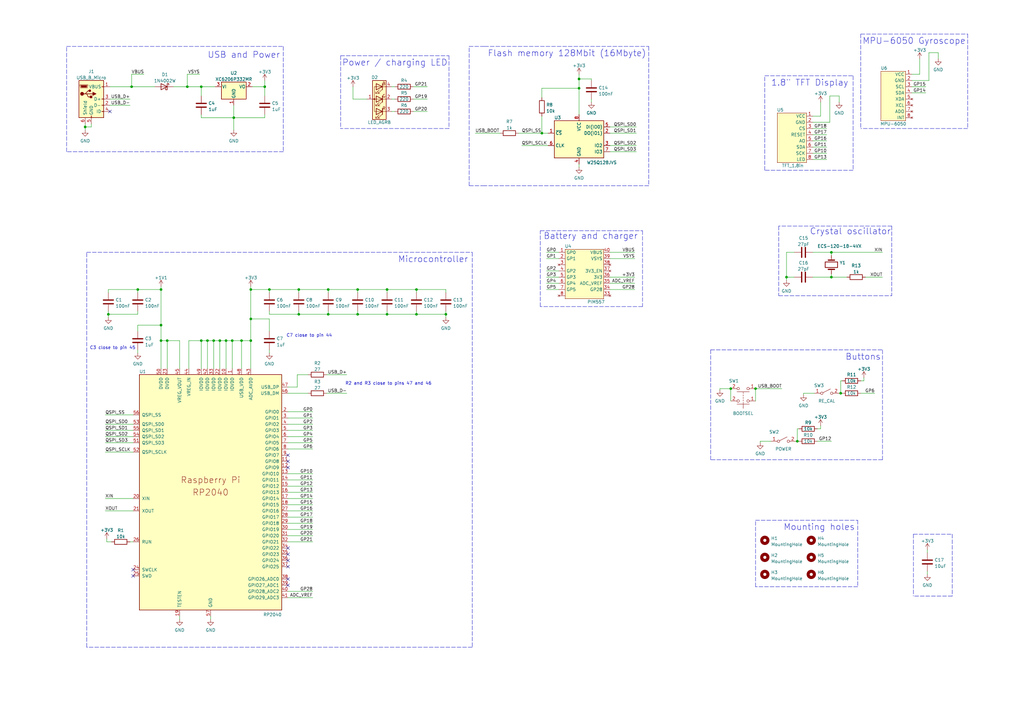
<source format=kicad_sch>
(kicad_sch (version 20211123) (generator eeschema)

  (uuid e63e39d7-6ac0-4ffd-8aa3-1841a4541b55)

  (paper "A3")

  (title_block
    (title "Gyroscope")
    (date "23/03/2022")
    (rev "v02")
    (comment 2 "https://creativecommons/licenses/by/4.0/")
    (comment 3 "License: CC BY 4.0")
    (comment 4 "Author: McLovin")
  )

  (lib_symbols
    (symbol "Connector:USB_B_Micro" (pin_names (offset 1.016)) (in_bom yes) (on_board yes)
      (property "Reference" "J" (id 0) (at -5.08 11.43 0)
        (effects (font (size 1.27 1.27)) (justify left))
      )
      (property "Value" "USB_B_Micro" (id 1) (at -5.08 8.89 0)
        (effects (font (size 1.27 1.27)) (justify left))
      )
      (property "Footprint" "" (id 2) (at 3.81 -1.27 0)
        (effects (font (size 1.27 1.27)) hide)
      )
      (property "Datasheet" "~" (id 3) (at 3.81 -1.27 0)
        (effects (font (size 1.27 1.27)) hide)
      )
      (property "ki_keywords" "connector USB micro" (id 4) (at 0 0 0)
        (effects (font (size 1.27 1.27)) hide)
      )
      (property "ki_description" "USB Micro Type B connector" (id 5) (at 0 0 0)
        (effects (font (size 1.27 1.27)) hide)
      )
      (property "ki_fp_filters" "USB*" (id 6) (at 0 0 0)
        (effects (font (size 1.27 1.27)) hide)
      )
      (symbol "USB_B_Micro_0_1"
        (rectangle (start -5.08 -7.62) (end 5.08 7.62)
          (stroke (width 0.254) (type default) (color 0 0 0 0))
          (fill (type background))
        )
        (circle (center -3.81 2.159) (radius 0.635)
          (stroke (width 0.254) (type default) (color 0 0 0 0))
          (fill (type outline))
        )
        (circle (center -0.635 3.429) (radius 0.381)
          (stroke (width 0.254) (type default) (color 0 0 0 0))
          (fill (type outline))
        )
        (rectangle (start -0.127 -7.62) (end 0.127 -6.858)
          (stroke (width 0) (type default) (color 0 0 0 0))
          (fill (type none))
        )
        (polyline
          (pts
            (xy -1.905 2.159)
            (xy 0.635 2.159)
          )
          (stroke (width 0.254) (type default) (color 0 0 0 0))
          (fill (type none))
        )
        (polyline
          (pts
            (xy -3.175 2.159)
            (xy -2.54 2.159)
            (xy -1.27 3.429)
            (xy -0.635 3.429)
          )
          (stroke (width 0.254) (type default) (color 0 0 0 0))
          (fill (type none))
        )
        (polyline
          (pts
            (xy -2.54 2.159)
            (xy -1.905 2.159)
            (xy -1.27 0.889)
            (xy 0 0.889)
          )
          (stroke (width 0.254) (type default) (color 0 0 0 0))
          (fill (type none))
        )
        (polyline
          (pts
            (xy 0.635 2.794)
            (xy 0.635 1.524)
            (xy 1.905 2.159)
            (xy 0.635 2.794)
          )
          (stroke (width 0.254) (type default) (color 0 0 0 0))
          (fill (type outline))
        )
        (polyline
          (pts
            (xy -4.318 5.588)
            (xy -1.778 5.588)
            (xy -2.032 4.826)
            (xy -4.064 4.826)
            (xy -4.318 5.588)
          )
          (stroke (width 0) (type default) (color 0 0 0 0))
          (fill (type outline))
        )
        (polyline
          (pts
            (xy -4.699 5.842)
            (xy -4.699 5.588)
            (xy -4.445 4.826)
            (xy -4.445 4.572)
            (xy -1.651 4.572)
            (xy -1.651 4.826)
            (xy -1.397 5.588)
            (xy -1.397 5.842)
            (xy -4.699 5.842)
          )
          (stroke (width 0) (type default) (color 0 0 0 0))
          (fill (type none))
        )
        (rectangle (start 0.254 1.27) (end -0.508 0.508)
          (stroke (width 0.254) (type default) (color 0 0 0 0))
          (fill (type outline))
        )
        (rectangle (start 5.08 -5.207) (end 4.318 -4.953)
          (stroke (width 0) (type default) (color 0 0 0 0))
          (fill (type none))
        )
        (rectangle (start 5.08 -2.667) (end 4.318 -2.413)
          (stroke (width 0) (type default) (color 0 0 0 0))
          (fill (type none))
        )
        (rectangle (start 5.08 -0.127) (end 4.318 0.127)
          (stroke (width 0) (type default) (color 0 0 0 0))
          (fill (type none))
        )
        (rectangle (start 5.08 4.953) (end 4.318 5.207)
          (stroke (width 0) (type default) (color 0 0 0 0))
          (fill (type none))
        )
      )
      (symbol "USB_B_Micro_1_1"
        (pin power_out line (at 7.62 5.08 180) (length 2.54)
          (name "VBUS" (effects (font (size 1.27 1.27))))
          (number "1" (effects (font (size 1.27 1.27))))
        )
        (pin bidirectional line (at 7.62 -2.54 180) (length 2.54)
          (name "D-" (effects (font (size 1.27 1.27))))
          (number "2" (effects (font (size 1.27 1.27))))
        )
        (pin bidirectional line (at 7.62 0 180) (length 2.54)
          (name "D+" (effects (font (size 1.27 1.27))))
          (number "3" (effects (font (size 1.27 1.27))))
        )
        (pin passive line (at 7.62 -5.08 180) (length 2.54)
          (name "ID" (effects (font (size 1.27 1.27))))
          (number "4" (effects (font (size 1.27 1.27))))
        )
        (pin power_out line (at 0 -10.16 90) (length 2.54)
          (name "GND" (effects (font (size 1.27 1.27))))
          (number "5" (effects (font (size 1.27 1.27))))
        )
        (pin passive line (at -2.54 -10.16 90) (length 2.54)
          (name "Shield" (effects (font (size 1.27 1.27))))
          (number "6" (effects (font (size 1.27 1.27))))
        )
      )
    )
    (symbol "Device:C" (pin_numbers hide) (pin_names (offset 0.254)) (in_bom yes) (on_board yes)
      (property "Reference" "C" (id 0) (at 0.635 2.54 0)
        (effects (font (size 1.27 1.27)) (justify left))
      )
      (property "Value" "C" (id 1) (at 0.635 -2.54 0)
        (effects (font (size 1.27 1.27)) (justify left))
      )
      (property "Footprint" "" (id 2) (at 0.9652 -3.81 0)
        (effects (font (size 1.27 1.27)) hide)
      )
      (property "Datasheet" "~" (id 3) (at 0 0 0)
        (effects (font (size 1.27 1.27)) hide)
      )
      (property "ki_keywords" "cap capacitor" (id 4) (at 0 0 0)
        (effects (font (size 1.27 1.27)) hide)
      )
      (property "ki_description" "Unpolarized capacitor" (id 5) (at 0 0 0)
        (effects (font (size 1.27 1.27)) hide)
      )
      (property "ki_fp_filters" "C_*" (id 6) (at 0 0 0)
        (effects (font (size 1.27 1.27)) hide)
      )
      (symbol "C_0_1"
        (polyline
          (pts
            (xy -2.032 -0.762)
            (xy 2.032 -0.762)
          )
          (stroke (width 0.508) (type default) (color 0 0 0 0))
          (fill (type none))
        )
        (polyline
          (pts
            (xy -2.032 0.762)
            (xy 2.032 0.762)
          )
          (stroke (width 0.508) (type default) (color 0 0 0 0))
          (fill (type none))
        )
      )
      (symbol "C_1_1"
        (pin passive line (at 0 3.81 270) (length 2.794)
          (name "~" (effects (font (size 1.27 1.27))))
          (number "1" (effects (font (size 1.27 1.27))))
        )
        (pin passive line (at 0 -3.81 90) (length 2.794)
          (name "~" (effects (font (size 1.27 1.27))))
          (number "2" (effects (font (size 1.27 1.27))))
        )
      )
    )
    (symbol "Device:Crystal" (pin_numbers hide) (pin_names (offset 1.016) hide) (in_bom yes) (on_board yes)
      (property "Reference" "Y" (id 0) (at 0 3.81 0)
        (effects (font (size 1.27 1.27)))
      )
      (property "Value" "Crystal" (id 1) (at 0 -3.81 0)
        (effects (font (size 1.27 1.27)))
      )
      (property "Footprint" "" (id 2) (at 0 0 0)
        (effects (font (size 1.27 1.27)) hide)
      )
      (property "Datasheet" "~" (id 3) (at 0 0 0)
        (effects (font (size 1.27 1.27)) hide)
      )
      (property "ki_keywords" "quartz ceramic resonator oscillator" (id 4) (at 0 0 0)
        (effects (font (size 1.27 1.27)) hide)
      )
      (property "ki_description" "Two pin crystal" (id 5) (at 0 0 0)
        (effects (font (size 1.27 1.27)) hide)
      )
      (property "ki_fp_filters" "Crystal*" (id 6) (at 0 0 0)
        (effects (font (size 1.27 1.27)) hide)
      )
      (symbol "Crystal_0_1"
        (rectangle (start -1.143 2.54) (end 1.143 -2.54)
          (stroke (width 0.3048) (type default) (color 0 0 0 0))
          (fill (type none))
        )
        (polyline
          (pts
            (xy -2.54 0)
            (xy -1.905 0)
          )
          (stroke (width 0) (type default) (color 0 0 0 0))
          (fill (type none))
        )
        (polyline
          (pts
            (xy -1.905 -1.27)
            (xy -1.905 1.27)
          )
          (stroke (width 0.508) (type default) (color 0 0 0 0))
          (fill (type none))
        )
        (polyline
          (pts
            (xy 1.905 -1.27)
            (xy 1.905 1.27)
          )
          (stroke (width 0.508) (type default) (color 0 0 0 0))
          (fill (type none))
        )
        (polyline
          (pts
            (xy 2.54 0)
            (xy 1.905 0)
          )
          (stroke (width 0) (type default) (color 0 0 0 0))
          (fill (type none))
        )
      )
      (symbol "Crystal_1_1"
        (pin passive line (at -3.81 0 0) (length 1.27)
          (name "1" (effects (font (size 1.27 1.27))))
          (number "1" (effects (font (size 1.27 1.27))))
        )
        (pin passive line (at 3.81 0 180) (length 1.27)
          (name "2" (effects (font (size 1.27 1.27))))
          (number "2" (effects (font (size 1.27 1.27))))
        )
      )
    )
    (symbol "Device:D_Schottky" (pin_numbers hide) (pin_names (offset 1.016) hide) (in_bom yes) (on_board yes)
      (property "Reference" "D" (id 0) (at 0 2.54 0)
        (effects (font (size 1.27 1.27)))
      )
      (property "Value" "D_Schottky" (id 1) (at 0 -2.54 0)
        (effects (font (size 1.27 1.27)))
      )
      (property "Footprint" "" (id 2) (at 0 0 0)
        (effects (font (size 1.27 1.27)) hide)
      )
      (property "Datasheet" "~" (id 3) (at 0 0 0)
        (effects (font (size 1.27 1.27)) hide)
      )
      (property "ki_keywords" "diode Schottky" (id 4) (at 0 0 0)
        (effects (font (size 1.27 1.27)) hide)
      )
      (property "ki_description" "Schottky diode" (id 5) (at 0 0 0)
        (effects (font (size 1.27 1.27)) hide)
      )
      (property "ki_fp_filters" "TO-???* *_Diode_* *SingleDiode* D_*" (id 6) (at 0 0 0)
        (effects (font (size 1.27 1.27)) hide)
      )
      (symbol "D_Schottky_0_1"
        (polyline
          (pts
            (xy 1.27 0)
            (xy -1.27 0)
          )
          (stroke (width 0) (type default) (color 0 0 0 0))
          (fill (type none))
        )
        (polyline
          (pts
            (xy 1.27 1.27)
            (xy 1.27 -1.27)
            (xy -1.27 0)
            (xy 1.27 1.27)
          )
          (stroke (width 0.254) (type default) (color 0 0 0 0))
          (fill (type none))
        )
        (polyline
          (pts
            (xy -1.905 0.635)
            (xy -1.905 1.27)
            (xy -1.27 1.27)
            (xy -1.27 -1.27)
            (xy -0.635 -1.27)
            (xy -0.635 -0.635)
          )
          (stroke (width 0.254) (type default) (color 0 0 0 0))
          (fill (type none))
        )
      )
      (symbol "D_Schottky_1_1"
        (pin passive line (at -3.81 0 0) (length 2.54)
          (name "K" (effects (font (size 1.27 1.27))))
          (number "1" (effects (font (size 1.27 1.27))))
        )
        (pin passive line (at 3.81 0 180) (length 2.54)
          (name "A" (effects (font (size 1.27 1.27))))
          (number "2" (effects (font (size 1.27 1.27))))
        )
      )
    )
    (symbol "Device:LED_AGRB" (pin_names (offset 0) hide) (in_bom yes) (on_board yes)
      (property "Reference" "D" (id 0) (at 0 9.398 0)
        (effects (font (size 1.27 1.27)))
      )
      (property "Value" "LED_AGRB" (id 1) (at 0 -8.89 0)
        (effects (font (size 1.27 1.27)))
      )
      (property "Footprint" "" (id 2) (at 0 -1.27 0)
        (effects (font (size 1.27 1.27)) hide)
      )
      (property "Datasheet" "~" (id 3) (at 0 -1.27 0)
        (effects (font (size 1.27 1.27)) hide)
      )
      (property "ki_keywords" "LED RGB diode" (id 4) (at 0 0 0)
        (effects (font (size 1.27 1.27)) hide)
      )
      (property "ki_description" "RGB LED, anode/green/red/blue" (id 5) (at 0 0 0)
        (effects (font (size 1.27 1.27)) hide)
      )
      (property "ki_fp_filters" "LED* LED_SMD:* LED_THT:*" (id 6) (at 0 0 0)
        (effects (font (size 1.27 1.27)) hide)
      )
      (symbol "LED_AGRB_0_0"
        (text "B" (at -1.905 -6.35 0)
          (effects (font (size 1.27 1.27)))
        )
        (text "G" (at -1.905 -1.27 0)
          (effects (font (size 1.27 1.27)))
        )
        (text "R" (at -1.905 3.81 0)
          (effects (font (size 1.27 1.27)))
        )
      )
      (symbol "LED_AGRB_0_1"
        (polyline
          (pts
            (xy -1.27 -5.08)
            (xy -2.54 -5.08)
          )
          (stroke (width 0) (type default) (color 0 0 0 0))
          (fill (type none))
        )
        (polyline
          (pts
            (xy -1.27 -5.08)
            (xy 1.27 -5.08)
          )
          (stroke (width 0) (type default) (color 0 0 0 0))
          (fill (type none))
        )
        (polyline
          (pts
            (xy -1.27 -3.81)
            (xy -1.27 -6.35)
          )
          (stroke (width 0.254) (type default) (color 0 0 0 0))
          (fill (type none))
        )
        (polyline
          (pts
            (xy -1.27 0)
            (xy -2.54 0)
          )
          (stroke (width 0) (type default) (color 0 0 0 0))
          (fill (type none))
        )
        (polyline
          (pts
            (xy -1.27 1.27)
            (xy -1.27 -1.27)
          )
          (stroke (width 0.254) (type default) (color 0 0 0 0))
          (fill (type none))
        )
        (polyline
          (pts
            (xy -1.27 5.08)
            (xy -2.54 5.08)
          )
          (stroke (width 0) (type default) (color 0 0 0 0))
          (fill (type none))
        )
        (polyline
          (pts
            (xy -1.27 5.08)
            (xy 1.27 5.08)
          )
          (stroke (width 0) (type default) (color 0 0 0 0))
          (fill (type none))
        )
        (polyline
          (pts
            (xy -1.27 6.35)
            (xy -1.27 3.81)
          )
          (stroke (width 0.254) (type default) (color 0 0 0 0))
          (fill (type none))
        )
        (polyline
          (pts
            (xy 1.27 0)
            (xy -1.27 0)
          )
          (stroke (width 0) (type default) (color 0 0 0 0))
          (fill (type none))
        )
        (polyline
          (pts
            (xy 1.27 0)
            (xy 2.54 0)
          )
          (stroke (width 0) (type default) (color 0 0 0 0))
          (fill (type none))
        )
        (polyline
          (pts
            (xy -1.27 1.27)
            (xy -1.27 -1.27)
            (xy -1.27 -1.27)
          )
          (stroke (width 0) (type default) (color 0 0 0 0))
          (fill (type none))
        )
        (polyline
          (pts
            (xy -1.27 6.35)
            (xy -1.27 3.81)
            (xy -1.27 3.81)
          )
          (stroke (width 0) (type default) (color 0 0 0 0))
          (fill (type none))
        )
        (polyline
          (pts
            (xy 1.27 -5.08)
            (xy 2.032 -5.08)
            (xy 2.032 5.08)
            (xy 1.27 5.08)
          )
          (stroke (width 0) (type default) (color 0 0 0 0))
          (fill (type none))
        )
        (polyline
          (pts
            (xy 1.27 -3.81)
            (xy 1.27 -6.35)
            (xy -1.27 -5.08)
            (xy 1.27 -3.81)
          )
          (stroke (width 0.254) (type default) (color 0 0 0 0))
          (fill (type none))
        )
        (polyline
          (pts
            (xy 1.27 1.27)
            (xy 1.27 -1.27)
            (xy -1.27 0)
            (xy 1.27 1.27)
          )
          (stroke (width 0.254) (type default) (color 0 0 0 0))
          (fill (type none))
        )
        (polyline
          (pts
            (xy 1.27 6.35)
            (xy 1.27 3.81)
            (xy -1.27 5.08)
            (xy 1.27 6.35)
          )
          (stroke (width 0.254) (type default) (color 0 0 0 0))
          (fill (type none))
        )
        (polyline
          (pts
            (xy -1.016 -3.81)
            (xy 0.508 -2.286)
            (xy -0.254 -2.286)
            (xy 0.508 -2.286)
            (xy 0.508 -3.048)
          )
          (stroke (width 0) (type default) (color 0 0 0 0))
          (fill (type none))
        )
        (polyline
          (pts
            (xy -1.016 1.27)
            (xy 0.508 2.794)
            (xy -0.254 2.794)
            (xy 0.508 2.794)
            (xy 0.508 2.032)
          )
          (stroke (width 0) (type default) (color 0 0 0 0))
          (fill (type none))
        )
        (polyline
          (pts
            (xy -1.016 6.35)
            (xy 0.508 7.874)
            (xy -0.254 7.874)
            (xy 0.508 7.874)
            (xy 0.508 7.112)
          )
          (stroke (width 0) (type default) (color 0 0 0 0))
          (fill (type none))
        )
        (polyline
          (pts
            (xy 0 -3.81)
            (xy 1.524 -2.286)
            (xy 0.762 -2.286)
            (xy 1.524 -2.286)
            (xy 1.524 -3.048)
          )
          (stroke (width 0) (type default) (color 0 0 0 0))
          (fill (type none))
        )
        (polyline
          (pts
            (xy 0 1.27)
            (xy 1.524 2.794)
            (xy 0.762 2.794)
            (xy 1.524 2.794)
            (xy 1.524 2.032)
          )
          (stroke (width 0) (type default) (color 0 0 0 0))
          (fill (type none))
        )
        (polyline
          (pts
            (xy 0 6.35)
            (xy 1.524 7.874)
            (xy 0.762 7.874)
            (xy 1.524 7.874)
            (xy 1.524 7.112)
          )
          (stroke (width 0) (type default) (color 0 0 0 0))
          (fill (type none))
        )
        (rectangle (start 1.27 -1.27) (end 1.27 1.27)
          (stroke (width 0) (type default) (color 0 0 0 0))
          (fill (type none))
        )
        (rectangle (start 1.27 1.27) (end 1.27 1.27)
          (stroke (width 0) (type default) (color 0 0 0 0))
          (fill (type none))
        )
        (rectangle (start 1.27 3.81) (end 1.27 6.35)
          (stroke (width 0) (type default) (color 0 0 0 0))
          (fill (type none))
        )
        (rectangle (start 1.27 6.35) (end 1.27 6.35)
          (stroke (width 0) (type default) (color 0 0 0 0))
          (fill (type none))
        )
        (circle (center 2.032 0) (radius 0.254)
          (stroke (width 0) (type default) (color 0 0 0 0))
          (fill (type outline))
        )
        (rectangle (start 2.794 8.382) (end -2.794 -7.62)
          (stroke (width 0.254) (type default) (color 0 0 0 0))
          (fill (type background))
        )
      )
      (symbol "LED_AGRB_1_1"
        (pin passive line (at 5.08 0 180) (length 2.54)
          (name "A" (effects (font (size 1.27 1.27))))
          (number "1" (effects (font (size 1.27 1.27))))
        )
        (pin passive line (at -5.08 0 0) (length 2.54)
          (name "GK" (effects (font (size 1.27 1.27))))
          (number "2" (effects (font (size 1.27 1.27))))
        )
        (pin passive line (at -5.08 5.08 0) (length 2.54)
          (name "RK" (effects (font (size 1.27 1.27))))
          (number "3" (effects (font (size 1.27 1.27))))
        )
        (pin passive line (at -5.08 -5.08 0) (length 2.54)
          (name "BK" (effects (font (size 1.27 1.27))))
          (number "4" (effects (font (size 1.27 1.27))))
        )
      )
    )
    (symbol "Device:R" (pin_numbers hide) (pin_names (offset 0)) (in_bom yes) (on_board yes)
      (property "Reference" "R" (id 0) (at 2.032 0 90)
        (effects (font (size 1.27 1.27)))
      )
      (property "Value" "R" (id 1) (at 0 0 90)
        (effects (font (size 1.27 1.27)))
      )
      (property "Footprint" "" (id 2) (at -1.778 0 90)
        (effects (font (size 1.27 1.27)) hide)
      )
      (property "Datasheet" "~" (id 3) (at 0 0 0)
        (effects (font (size 1.27 1.27)) hide)
      )
      (property "ki_keywords" "R res resistor" (id 4) (at 0 0 0)
        (effects (font (size 1.27 1.27)) hide)
      )
      (property "ki_description" "Resistor" (id 5) (at 0 0 0)
        (effects (font (size 1.27 1.27)) hide)
      )
      (property "ki_fp_filters" "R_*" (id 6) (at 0 0 0)
        (effects (font (size 1.27 1.27)) hide)
      )
      (symbol "R_0_1"
        (rectangle (start -1.016 -2.54) (end 1.016 2.54)
          (stroke (width 0.254) (type default) (color 0 0 0 0))
          (fill (type none))
        )
      )
      (symbol "R_1_1"
        (pin passive line (at 0 3.81 270) (length 1.27)
          (name "~" (effects (font (size 1.27 1.27))))
          (number "1" (effects (font (size 1.27 1.27))))
        )
        (pin passive line (at 0 -3.81 90) (length 1.27)
          (name "~" (effects (font (size 1.27 1.27))))
          (number "2" (effects (font (size 1.27 1.27))))
        )
      )
    )
    (symbol "Mechanical:MountingHole" (pin_names (offset 1.016)) (in_bom yes) (on_board yes)
      (property "Reference" "H" (id 0) (at 0 5.08 0)
        (effects (font (size 1.27 1.27)))
      )
      (property "Value" "MountingHole" (id 1) (at 0 3.175 0)
        (effects (font (size 1.27 1.27)))
      )
      (property "Footprint" "" (id 2) (at 0 0 0)
        (effects (font (size 1.27 1.27)) hide)
      )
      (property "Datasheet" "~" (id 3) (at 0 0 0)
        (effects (font (size 1.27 1.27)) hide)
      )
      (property "ki_keywords" "mounting hole" (id 4) (at 0 0 0)
        (effects (font (size 1.27 1.27)) hide)
      )
      (property "ki_description" "Mounting Hole without connection" (id 5) (at 0 0 0)
        (effects (font (size 1.27 1.27)) hide)
      )
      (property "ki_fp_filters" "MountingHole*" (id 6) (at 0 0 0)
        (effects (font (size 1.27 1.27)) hide)
      )
      (symbol "MountingHole_0_1"
        (circle (center 0 0) (radius 1.27)
          (stroke (width 1.27) (type default) (color 0 0 0 0))
          (fill (type none))
        )
      )
    )
    (symbol "Memory_Flash:W25Q128JVS" (in_bom yes) (on_board yes)
      (property "Reference" "U" (id 0) (at -8.89 8.89 0)
        (effects (font (size 1.27 1.27)))
      )
      (property "Value" "W25Q128JVS" (id 1) (at 7.62 8.89 0)
        (effects (font (size 1.27 1.27)))
      )
      (property "Footprint" "Package_SO:SOIC-8_5.23x5.23mm_P1.27mm" (id 2) (at 0 0 0)
        (effects (font (size 1.27 1.27)) hide)
      )
      (property "Datasheet" "http://www.winbond.com/resource-files/w25q128jv_dtr%20revc%2003272018%20plus.pdf" (id 3) (at 0 0 0)
        (effects (font (size 1.27 1.27)) hide)
      )
      (property "ki_keywords" "flash memory SPI QPI DTR" (id 4) (at 0 0 0)
        (effects (font (size 1.27 1.27)) hide)
      )
      (property "ki_description" "128Mb Serial Flash Memory, Standard/Dual/Quad SPI, SOIC-8" (id 5) (at 0 0 0)
        (effects (font (size 1.27 1.27)) hide)
      )
      (property "ki_fp_filters" "SOIC*5.23x5.23mm*P1.27mm*" (id 6) (at 0 0 0)
        (effects (font (size 1.27 1.27)) hide)
      )
      (symbol "W25Q128JVS_0_1"
        (rectangle (start -10.16 7.62) (end 10.16 -7.62)
          (stroke (width 0.254) (type default) (color 0 0 0 0))
          (fill (type background))
        )
      )
      (symbol "W25Q128JVS_1_1"
        (pin input line (at -12.7 2.54 0) (length 2.54)
          (name "~{CS}" (effects (font (size 1.27 1.27))))
          (number "1" (effects (font (size 1.27 1.27))))
        )
        (pin bidirectional line (at 12.7 2.54 180) (length 2.54)
          (name "DO(IO1)" (effects (font (size 1.27 1.27))))
          (number "2" (effects (font (size 1.27 1.27))))
        )
        (pin bidirectional line (at 12.7 -2.54 180) (length 2.54)
          (name "IO2" (effects (font (size 1.27 1.27))))
          (number "3" (effects (font (size 1.27 1.27))))
        )
        (pin power_in line (at 0 -10.16 90) (length 2.54)
          (name "GND" (effects (font (size 1.27 1.27))))
          (number "4" (effects (font (size 1.27 1.27))))
        )
        (pin bidirectional line (at 12.7 5.08 180) (length 2.54)
          (name "DI(IO0)" (effects (font (size 1.27 1.27))))
          (number "5" (effects (font (size 1.27 1.27))))
        )
        (pin input line (at -12.7 -2.54 0) (length 2.54)
          (name "CLK" (effects (font (size 1.27 1.27))))
          (number "6" (effects (font (size 1.27 1.27))))
        )
        (pin bidirectional line (at 12.7 -5.08 180) (length 2.54)
          (name "IO3" (effects (font (size 1.27 1.27))))
          (number "7" (effects (font (size 1.27 1.27))))
        )
        (pin power_in line (at 0 10.16 270) (length 2.54)
          (name "VCC" (effects (font (size 1.27 1.27))))
          (number "8" (effects (font (size 1.27 1.27))))
        )
      )
    )
    (symbol "Regulator_Linear:XC6206PxxxMR" (pin_names (offset 0.254)) (in_bom yes) (on_board yes)
      (property "Reference" "U" (id 0) (at -3.81 3.175 0)
        (effects (font (size 1.27 1.27)))
      )
      (property "Value" "XC6206PxxxMR" (id 1) (at 0 3.175 0)
        (effects (font (size 1.27 1.27)) (justify left))
      )
      (property "Footprint" "Package_TO_SOT_SMD:SOT-23" (id 2) (at 0 5.715 0)
        (effects (font (size 1.27 1.27) italic) hide)
      )
      (property "Datasheet" "https://www.torexsemi.com/file/xc6206/XC6206.pdf" (id 3) (at 0 0 0)
        (effects (font (size 1.27 1.27)) hide)
      )
      (property "ki_keywords" "Torex LDO Voltage Regulator Fixed Positive" (id 4) (at 0 0 0)
        (effects (font (size 1.27 1.27)) hide)
      )
      (property "ki_description" "Positive 60-250mA Low Dropout Regulator, Fixed Output, SOT-23" (id 5) (at 0 0 0)
        (effects (font (size 1.27 1.27)) hide)
      )
      (property "ki_fp_filters" "SOT?23*" (id 6) (at 0 0 0)
        (effects (font (size 1.27 1.27)) hide)
      )
      (symbol "XC6206PxxxMR_0_1"
        (rectangle (start -5.08 1.905) (end 5.08 -5.08)
          (stroke (width 0.254) (type default) (color 0 0 0 0))
          (fill (type background))
        )
      )
      (symbol "XC6206PxxxMR_1_1"
        (pin power_in line (at 0 -7.62 90) (length 2.54)
          (name "GND" (effects (font (size 1.27 1.27))))
          (number "1" (effects (font (size 1.27 1.27))))
        )
        (pin power_out line (at 7.62 0 180) (length 2.54)
          (name "VO" (effects (font (size 1.27 1.27))))
          (number "2" (effects (font (size 1.27 1.27))))
        )
        (pin power_in line (at -7.62 0 0) (length 2.54)
          (name "VI" (effects (font (size 1.27 1.27))))
          (number "3" (effects (font (size 1.27 1.27))))
        )
      )
    )
    (symbol "Switch:SW_Push_Dual" (pin_names (offset 1.016) hide) (in_bom yes) (on_board yes)
      (property "Reference" "SW?" (id 0) (at -3.175 8.255 0)
        (effects (font (size 1.27 1.27)))
      )
      (property "Value" "SW_Push_Dual" (id 1) (at 0 -6.985 0)
        (effects (font (size 1.27 1.27)))
      )
      (property "Footprint" "" (id 2) (at 0 -5.08 0)
        (effects (font (size 1.27 1.27)) hide)
      )
      (property "Datasheet" "~" (id 3) (at 0 -5.08 0)
        (effects (font (size 1.27 1.27)) hide)
      )
      (property "ki_keywords" "switch normally-open pushbutton push-button" (id 4) (at 0 0 0)
        (effects (font (size 1.27 1.27)) hide)
      )
      (property "ki_description" "Push button switch, generic, symbol, four pins" (id 5) (at 0 0 0)
        (effects (font (size 1.27 1.27)) hide)
      )
      (symbol "SW_Push_Dual_0_1"
        (circle (center -2.032 -5.08) (radius 0.508)
          (stroke (width 0) (type default) (color 0 0 0 0))
          (fill (type none))
        )
        (circle (center -2.032 0) (radius 0.508)
          (stroke (width 0) (type default) (color 0 0 0 0))
          (fill (type none))
        )
        (polyline
          (pts
            (xy 0 -3.048)
            (xy 0 -3.556)
          )
          (stroke (width 0) (type default) (color 0 0 0 0))
          (fill (type none))
        )
        (polyline
          (pts
            (xy 0 -2.032)
            (xy 0 -2.54)
          )
          (stroke (width 0) (type default) (color 0 0 0 0))
          (fill (type none))
        )
        (polyline
          (pts
            (xy 0 -1.524)
            (xy 0 -1.016)
          )
          (stroke (width 0) (type default) (color 0 0 0 0))
          (fill (type none))
        )
        (polyline
          (pts
            (xy 0 -0.508)
            (xy 0 0)
          )
          (stroke (width 0) (type default) (color 0 0 0 0))
          (fill (type none))
        )
        (polyline
          (pts
            (xy 0 0.508)
            (xy 0 1.016)
          )
          (stroke (width 0) (type default) (color 0 0 0 0))
          (fill (type none))
        )
        (polyline
          (pts
            (xy 0 1.27)
            (xy 0 3.048)
          )
          (stroke (width 0) (type default) (color 0 0 0 0))
          (fill (type none))
        )
        (polyline
          (pts
            (xy 2.54 -3.81)
            (xy -2.54 -3.81)
          )
          (stroke (width 0) (type default) (color 0 0 0 0))
          (fill (type none))
        )
        (polyline
          (pts
            (xy 2.54 1.27)
            (xy -2.54 1.27)
          )
          (stroke (width 0) (type default) (color 0 0 0 0))
          (fill (type none))
        )
        (circle (center 2.032 -5.08) (radius 0.508)
          (stroke (width 0) (type default) (color 0 0 0 0))
          (fill (type none))
        )
        (circle (center 2.032 0) (radius 0.508)
          (stroke (width 0) (type default) (color 0 0 0 0))
          (fill (type none))
        )
        (pin passive line (at -5.08 -5.08 0) (length 2.54)
          (name "1" (effects (font (size 1.27 1.27))))
          (number "1" (effects (font (size 1.27 1.27))))
        )
        (pin passive line (at -5.08 0 0) (length 2.54)
          (name "1" (effects (font (size 1.27 1.27))))
          (number "1" (effects (font (size 1.27 1.27))))
        )
        (pin passive line (at 5.08 -5.08 180) (length 2.54)
          (name "2" (effects (font (size 1.27 1.27))))
          (number "2" (effects (font (size 1.27 1.27))))
        )
        (pin passive line (at 5.08 0 180) (length 2.54)
          (name "2" (effects (font (size 1.27 1.27))))
          (number "2" (effects (font (size 1.27 1.27))))
        )
      )
    )
    (symbol "Switch:SW_SPST" (pin_names (offset 0) hide) (in_bom yes) (on_board yes)
      (property "Reference" "SW" (id 0) (at 0 3.175 0)
        (effects (font (size 1.27 1.27)))
      )
      (property "Value" "SW_SPST" (id 1) (at 0 -2.54 0)
        (effects (font (size 1.27 1.27)))
      )
      (property "Footprint" "" (id 2) (at 0 0 0)
        (effects (font (size 1.27 1.27)) hide)
      )
      (property "Datasheet" "~" (id 3) (at 0 0 0)
        (effects (font (size 1.27 1.27)) hide)
      )
      (property "ki_keywords" "switch lever" (id 4) (at 0 0 0)
        (effects (font (size 1.27 1.27)) hide)
      )
      (property "ki_description" "Single Pole Single Throw (SPST) switch" (id 5) (at 0 0 0)
        (effects (font (size 1.27 1.27)) hide)
      )
      (symbol "SW_SPST_0_0"
        (circle (center -2.032 0) (radius 0.508)
          (stroke (width 0) (type default) (color 0 0 0 0))
          (fill (type none))
        )
        (polyline
          (pts
            (xy -1.524 0.254)
            (xy 1.524 1.778)
          )
          (stroke (width 0) (type default) (color 0 0 0 0))
          (fill (type none))
        )
        (circle (center 2.032 0) (radius 0.508)
          (stroke (width 0) (type default) (color 0 0 0 0))
          (fill (type none))
        )
      )
      (symbol "SW_SPST_1_1"
        (pin passive line (at -5.08 0 0) (length 2.54)
          (name "A" (effects (font (size 1.27 1.27))))
          (number "1" (effects (font (size 1.27 1.27))))
        )
        (pin passive line (at 5.08 0 180) (length 2.54)
          (name "B" (effects (font (size 1.27 1.27))))
          (number "2" (effects (font (size 1.27 1.27))))
        )
      )
    )
    (symbol "gyroscope:MPU-6050_pcb" (in_bom yes) (on_board yes)
      (property "Reference" "U" (id 0) (at 0 11.43 0)
        (effects (font (size 1.27 1.27)))
      )
      (property "Value" "MPU-6050_pcb" (id 1) (at 0 -11.43 0)
        (effects (font (size 1.27 1.27)))
      )
      (property "Footprint" "" (id 2) (at 3.175 -1.27 0)
        (effects (font (size 1.27 1.27)) hide)
      )
      (property "Datasheet" "" (id 3) (at 3.175 -1.27 0)
        (effects (font (size 1.27 1.27)) hide)
      )
      (symbol "MPU-6050_pcb_0_1"
        (rectangle (start 5.08 10.16) (end -5.08 -10.16)
          (stroke (width 0.1524) (type default) (color 0 0 0 0))
          (fill (type background))
        )
      )
      (symbol "MPU-6050_pcb_1_1"
        (pin input line (at 7.62 8.89 180) (length 2.54)
          (name "VCC" (effects (font (size 1.27 1.27))))
          (number "1" (effects (font (size 1.27 1.27))))
        )
        (pin input line (at 7.62 6.35 180) (length 2.54)
          (name "GND" (effects (font (size 1.27 1.27))))
          (number "2" (effects (font (size 1.27 1.27))))
        )
        (pin input line (at 7.62 3.81 180) (length 2.54)
          (name "SCL" (effects (font (size 1.27 1.27))))
          (number "3" (effects (font (size 1.27 1.27))))
        )
        (pin input line (at 7.62 1.27 180) (length 2.54)
          (name "SDA" (effects (font (size 1.27 1.27))))
          (number "4" (effects (font (size 1.27 1.27))))
        )
        (pin no_connect line (at 7.62 -1.27 180) (length 2.54)
          (name "XDA" (effects (font (size 1.27 1.27))))
          (number "5" (effects (font (size 1.27 1.27))))
        )
        (pin no_connect line (at 7.62 -3.81 180) (length 2.54)
          (name "XCL" (effects (font (size 1.27 1.27))))
          (number "6" (effects (font (size 1.27 1.27))))
        )
        (pin no_connect line (at 7.62 -6.35 180) (length 2.54)
          (name "ADO" (effects (font (size 1.27 1.27))))
          (number "7" (effects (font (size 1.27 1.27))))
        )
        (pin no_connect line (at 7.62 -8.89 180) (length 2.54)
          (name "INT" (effects (font (size 1.27 1.27))))
          (number "8" (effects (font (size 1.27 1.27))))
        )
      )
    )
    (symbol "gyroscope:PIM557" (in_bom yes) (on_board yes)
      (property "Reference" "U" (id 0) (at 0 11.43 0)
        (effects (font (size 1.27 1.27)))
      )
      (property "Value" "PIM557" (id 1) (at 0 -11.43 0)
        (effects (font (size 1.27 1.27)))
      )
      (property "Footprint" "" (id 2) (at 6.35 5.08 0)
        (effects (font (size 1.27 1.27)) hide)
      )
      (property "Datasheet" "" (id 3) (at 6.35 5.08 0)
        (effects (font (size 1.27 1.27)) hide)
      )
      (symbol "PIM557_0_1"
        (rectangle (start -7.62 10.16) (end 8.255 -10.16)
          (stroke (width 0.1524) (type default) (color 0 0 0 0))
          (fill (type background))
        )
      )
      (symbol "PIM557_1_1"
        (pin input line (at -10.16 8.89 0) (length 2.54)
          (name "GP0" (effects (font (size 1.27 1.27))))
          (number "1" (effects (font (size 1.27 1.27))))
        )
        (pin input line (at -10.16 6.35 0) (length 2.54)
          (name "GP1" (effects (font (size 1.27 1.27))))
          (number "2" (effects (font (size 1.27 1.27))))
        )
        (pin no_connect line (at -10.16 3.81 0) (length 2.54)
          (name "~" (effects (font (size 1.27 1.27))))
          (number "3" (effects (font (size 1.27 1.27))))
        )
        (pin no_connect line (at 10.795 -8.89 180) (length 2.54)
          (name "~" (effects (font (size 1.27 1.27))))
          (number "33" (effects (font (size 1.27 1.27))))
        )
        (pin input line (at 10.795 -6.35 180) (length 2.54)
          (name "GP28" (effects (font (size 1.27 1.27))))
          (number "34" (effects (font (size 1.27 1.27))))
        )
        (pin input line (at 10.795 -3.81 180) (length 2.54)
          (name "ADC_VREF" (effects (font (size 1.27 1.27))))
          (number "35" (effects (font (size 1.27 1.27))))
        )
        (pin input line (at 10.795 -1.27 180) (length 2.54)
          (name "3V3" (effects (font (size 1.27 1.27))))
          (number "36" (effects (font (size 1.27 1.27))))
        )
        (pin no_connect line (at 10.795 1.27 180) (length 2.54)
          (name "3V3_EN" (effects (font (size 1.27 1.27))))
          (number "37" (effects (font (size 1.27 1.27))))
        )
        (pin no_connect line (at 10.795 3.81 180) (length 2.54)
          (name "~" (effects (font (size 1.27 1.27))))
          (number "38" (effects (font (size 1.27 1.27))))
        )
        (pin input line (at 10.795 6.35 180) (length 2.54)
          (name "VSYS" (effects (font (size 1.27 1.27))))
          (number "39" (effects (font (size 1.27 1.27))))
        )
        (pin input line (at -10.16 1.27 0) (length 2.54)
          (name "GP2" (effects (font (size 1.27 1.27))))
          (number "4" (effects (font (size 1.27 1.27))))
        )
        (pin input line (at 10.795 8.89 180) (length 2.54)
          (name "VBUS" (effects (font (size 1.27 1.27))))
          (number "40" (effects (font (size 1.27 1.27))))
        )
        (pin input line (at -10.16 -1.27 0) (length 2.54)
          (name "GP3" (effects (font (size 1.27 1.27))))
          (number "5" (effects (font (size 1.27 1.27))))
        )
        (pin input line (at -10.16 -3.81 0) (length 2.54)
          (name "GP4" (effects (font (size 1.27 1.27))))
          (number "6" (effects (font (size 1.27 1.27))))
        )
        (pin input line (at -10.16 -6.35 0) (length 2.54)
          (name "GP5" (effects (font (size 1.27 1.27))))
          (number "7" (effects (font (size 1.27 1.27))))
        )
        (pin no_connect line (at -10.16 -8.89 0) (length 2.54)
          (name "~" (effects (font (size 1.27 1.27))))
          (number "8" (effects (font (size 1.27 1.27))))
        )
      )
    )
    (symbol "gyroscope:RP2040" (pin_names (offset 1.016)) (in_bom yes) (on_board yes)
      (property "Reference" "U" (id 0) (at -29.21 49.53 0)
        (effects (font (size 1.27 1.27)))
      )
      (property "Value" "RP2040" (id 1) (at 24.13 -49.53 0)
        (effects (font (size 1.27 1.27)))
      )
      (property "Footprint" "RP2040_minimal:RP2040-QFN-56" (id 2) (at -19.05 0 0)
        (effects (font (size 1.27 1.27)) hide)
      )
      (property "Datasheet" "" (id 3) (at -19.05 0 0)
        (effects (font (size 1.27 1.27)) hide)
      )
      (symbol "RP2040_0_0"
        (text "Raspberry Pi" (at 0 5.08 0)
          (effects (font (size 2.54 2.54)))
        )
        (text "RP2040" (at 0 0 0)
          (effects (font (size 2.54 2.54)))
        )
      )
      (symbol "RP2040_0_1"
        (rectangle (start 29.21 48.26) (end -29.21 -48.26)
          (stroke (width 0.254) (type default) (color 0 0 0 0))
          (fill (type background))
        )
      )
      (symbol "RP2040_1_1"
        (pin power_in line (at 8.89 50.8 270) (length 2.54)
          (name "IOVDD" (effects (font (size 1.27 1.27))))
          (number "1" (effects (font (size 1.27 1.27))))
        )
        (pin power_in line (at 6.35 50.8 270) (length 2.54)
          (name "IOVDD" (effects (font (size 1.27 1.27))))
          (number "10" (effects (font (size 1.27 1.27))))
        )
        (pin bidirectional line (at 31.75 12.7 180) (length 2.54)
          (name "GPIO8" (effects (font (size 1.27 1.27))))
          (number "11" (effects (font (size 1.27 1.27))))
        )
        (pin bidirectional line (at 31.75 10.16 180) (length 2.54)
          (name "GPIO9" (effects (font (size 1.27 1.27))))
          (number "12" (effects (font (size 1.27 1.27))))
        )
        (pin bidirectional line (at 31.75 7.62 180) (length 2.54)
          (name "GPIO10" (effects (font (size 1.27 1.27))))
          (number "13" (effects (font (size 1.27 1.27))))
        )
        (pin bidirectional line (at 31.75 5.08 180) (length 2.54)
          (name "GPIO11" (effects (font (size 1.27 1.27))))
          (number "14" (effects (font (size 1.27 1.27))))
        )
        (pin bidirectional line (at 31.75 2.54 180) (length 2.54)
          (name "GPIO12" (effects (font (size 1.27 1.27))))
          (number "15" (effects (font (size 1.27 1.27))))
        )
        (pin bidirectional line (at 31.75 0 180) (length 2.54)
          (name "GPIO13" (effects (font (size 1.27 1.27))))
          (number "16" (effects (font (size 1.27 1.27))))
        )
        (pin bidirectional line (at 31.75 -2.54 180) (length 2.54)
          (name "GPIO14" (effects (font (size 1.27 1.27))))
          (number "17" (effects (font (size 1.27 1.27))))
        )
        (pin bidirectional line (at 31.75 -5.08 180) (length 2.54)
          (name "GPIO15" (effects (font (size 1.27 1.27))))
          (number "18" (effects (font (size 1.27 1.27))))
        )
        (pin passive line (at -12.7 -50.8 90) (length 2.54)
          (name "TESTEN" (effects (font (size 1.27 1.27))))
          (number "19" (effects (font (size 1.27 1.27))))
        )
        (pin bidirectional line (at 31.75 33.02 180) (length 2.54)
          (name "GPIO0" (effects (font (size 1.27 1.27))))
          (number "2" (effects (font (size 1.27 1.27))))
        )
        (pin input line (at -31.75 -2.54 0) (length 2.54)
          (name "XIN" (effects (font (size 1.27 1.27))))
          (number "20" (effects (font (size 1.27 1.27))))
        )
        (pin passive line (at -31.75 -7.62 0) (length 2.54)
          (name "XOUT" (effects (font (size 1.27 1.27))))
          (number "21" (effects (font (size 1.27 1.27))))
        )
        (pin power_in line (at 3.81 50.8 270) (length 2.54)
          (name "IOVDD" (effects (font (size 1.27 1.27))))
          (number "22" (effects (font (size 1.27 1.27))))
        )
        (pin power_in line (at -17.78 50.8 270) (length 2.54)
          (name "DVDD" (effects (font (size 1.27 1.27))))
          (number "23" (effects (font (size 1.27 1.27))))
        )
        (pin output line (at -31.75 -31.75 0) (length 2.54)
          (name "SWCLK" (effects (font (size 1.27 1.27))))
          (number "24" (effects (font (size 1.27 1.27))))
        )
        (pin bidirectional line (at -31.75 -34.29 0) (length 2.54)
          (name "SWD" (effects (font (size 1.27 1.27))))
          (number "25" (effects (font (size 1.27 1.27))))
        )
        (pin input line (at -31.75 -20.32 0) (length 2.54)
          (name "RUN" (effects (font (size 1.27 1.27))))
          (number "26" (effects (font (size 1.27 1.27))))
        )
        (pin bidirectional line (at 31.75 -7.62 180) (length 2.54)
          (name "GPIO16" (effects (font (size 1.27 1.27))))
          (number "27" (effects (font (size 1.27 1.27))))
        )
        (pin bidirectional line (at 31.75 -10.16 180) (length 2.54)
          (name "GPIO17" (effects (font (size 1.27 1.27))))
          (number "28" (effects (font (size 1.27 1.27))))
        )
        (pin bidirectional line (at 31.75 -12.7 180) (length 2.54)
          (name "GPIO18" (effects (font (size 1.27 1.27))))
          (number "29" (effects (font (size 1.27 1.27))))
        )
        (pin bidirectional line (at 31.75 30.48 180) (length 2.54)
          (name "GPIO1" (effects (font (size 1.27 1.27))))
          (number "3" (effects (font (size 1.27 1.27))))
        )
        (pin bidirectional line (at 31.75 -15.24 180) (length 2.54)
          (name "GPIO19" (effects (font (size 1.27 1.27))))
          (number "30" (effects (font (size 1.27 1.27))))
        )
        (pin bidirectional line (at 31.75 -17.78 180) (length 2.54)
          (name "GPIO20" (effects (font (size 1.27 1.27))))
          (number "31" (effects (font (size 1.27 1.27))))
        )
        (pin bidirectional line (at 31.75 -20.32 180) (length 2.54)
          (name "GPIO21" (effects (font (size 1.27 1.27))))
          (number "32" (effects (font (size 1.27 1.27))))
        )
        (pin power_in line (at 1.27 50.8 270) (length 2.54)
          (name "IOVDD" (effects (font (size 1.27 1.27))))
          (number "33" (effects (font (size 1.27 1.27))))
        )
        (pin bidirectional line (at 31.75 -22.86 180) (length 2.54)
          (name "GPIO22" (effects (font (size 1.27 1.27))))
          (number "34" (effects (font (size 1.27 1.27))))
        )
        (pin bidirectional line (at 31.75 -25.4 180) (length 2.54)
          (name "GPIO23" (effects (font (size 1.27 1.27))))
          (number "35" (effects (font (size 1.27 1.27))))
        )
        (pin bidirectional line (at 31.75 -27.94 180) (length 2.54)
          (name "GPIO24" (effects (font (size 1.27 1.27))))
          (number "36" (effects (font (size 1.27 1.27))))
        )
        (pin bidirectional line (at 31.75 -30.48 180) (length 2.54)
          (name "GPIO25" (effects (font (size 1.27 1.27))))
          (number "37" (effects (font (size 1.27 1.27))))
        )
        (pin bidirectional line (at 31.75 -35.56 180) (length 2.54)
          (name "GPIO26_ADC0" (effects (font (size 1.27 1.27))))
          (number "38" (effects (font (size 1.27 1.27))))
        )
        (pin bidirectional line (at 31.75 -38.1 180) (length 2.54)
          (name "GPIO27_ADC1" (effects (font (size 1.27 1.27))))
          (number "39" (effects (font (size 1.27 1.27))))
        )
        (pin bidirectional line (at 31.75 27.94 180) (length 2.54)
          (name "GPIO2" (effects (font (size 1.27 1.27))))
          (number "4" (effects (font (size 1.27 1.27))))
        )
        (pin bidirectional line (at 31.75 -40.64 180) (length 2.54)
          (name "GPIO28_ADC2" (effects (font (size 1.27 1.27))))
          (number "40" (effects (font (size 1.27 1.27))))
        )
        (pin bidirectional line (at 31.75 -43.18 180) (length 2.54)
          (name "GPIO29_ADC3" (effects (font (size 1.27 1.27))))
          (number "41" (effects (font (size 1.27 1.27))))
        )
        (pin power_in line (at -1.27 50.8 270) (length 2.54)
          (name "IOVDD" (effects (font (size 1.27 1.27))))
          (number "42" (effects (font (size 1.27 1.27))))
        )
        (pin power_in line (at 16.51 50.8 270) (length 2.54)
          (name "ADC_AVDD" (effects (font (size 1.27 1.27))))
          (number "43" (effects (font (size 1.27 1.27))))
        )
        (pin power_in line (at -8.89 50.8 270) (length 2.54)
          (name "VREG_IN" (effects (font (size 1.27 1.27))))
          (number "44" (effects (font (size 1.27 1.27))))
        )
        (pin power_out line (at -12.7 50.8 270) (length 2.54)
          (name "VREG_VOUT" (effects (font (size 1.27 1.27))))
          (number "45" (effects (font (size 1.27 1.27))))
        )
        (pin bidirectional line (at 31.75 40.64 180) (length 2.54)
          (name "USB_DM" (effects (font (size 1.27 1.27))))
          (number "46" (effects (font (size 1.27 1.27))))
        )
        (pin bidirectional line (at 31.75 43.18 180) (length 2.54)
          (name "USB_DP" (effects (font (size 1.27 1.27))))
          (number "47" (effects (font (size 1.27 1.27))))
        )
        (pin power_in line (at 12.7 50.8 270) (length 2.54)
          (name "USB_VDD" (effects (font (size 1.27 1.27))))
          (number "48" (effects (font (size 1.27 1.27))))
        )
        (pin power_in line (at -3.81 50.8 270) (length 2.54)
          (name "IOVDD" (effects (font (size 1.27 1.27))))
          (number "49" (effects (font (size 1.27 1.27))))
        )
        (pin bidirectional line (at 31.75 25.4 180) (length 2.54)
          (name "GPIO3" (effects (font (size 1.27 1.27))))
          (number "5" (effects (font (size 1.27 1.27))))
        )
        (pin power_in line (at -20.32 50.8 270) (length 2.54)
          (name "DVDD" (effects (font (size 1.27 1.27))))
          (number "50" (effects (font (size 1.27 1.27))))
        )
        (pin bidirectional line (at -31.75 20.32 0) (length 2.54)
          (name "QSPI_SD3" (effects (font (size 1.27 1.27))))
          (number "51" (effects (font (size 1.27 1.27))))
        )
        (pin output line (at -31.75 16.51 0) (length 2.54)
          (name "QSPI_SCLK" (effects (font (size 1.27 1.27))))
          (number "52" (effects (font (size 1.27 1.27))))
        )
        (pin bidirectional line (at -31.75 27.94 0) (length 2.54)
          (name "QSPI_SD0" (effects (font (size 1.27 1.27))))
          (number "53" (effects (font (size 1.27 1.27))))
        )
        (pin bidirectional line (at -31.75 22.86 0) (length 2.54)
          (name "QSPI_SD2" (effects (font (size 1.27 1.27))))
          (number "54" (effects (font (size 1.27 1.27))))
        )
        (pin bidirectional line (at -31.75 25.4 0) (length 2.54)
          (name "QSPI_SD1" (effects (font (size 1.27 1.27))))
          (number "55" (effects (font (size 1.27 1.27))))
        )
        (pin bidirectional line (at -31.75 31.75 0) (length 2.54)
          (name "QSPI_SS" (effects (font (size 1.27 1.27))))
          (number "56" (effects (font (size 1.27 1.27))))
        )
        (pin power_in line (at 0 -50.8 90) (length 2.54)
          (name "GND" (effects (font (size 1.27 1.27))))
          (number "57" (effects (font (size 1.27 1.27))))
        )
        (pin bidirectional line (at 31.75 22.86 180) (length 2.54)
          (name "GPIO4" (effects (font (size 1.27 1.27))))
          (number "6" (effects (font (size 1.27 1.27))))
        )
        (pin bidirectional line (at 31.75 20.32 180) (length 2.54)
          (name "GPIO5" (effects (font (size 1.27 1.27))))
          (number "7" (effects (font (size 1.27 1.27))))
        )
        (pin bidirectional line (at 31.75 17.78 180) (length 2.54)
          (name "GPIO6" (effects (font (size 1.27 1.27))))
          (number "8" (effects (font (size 1.27 1.27))))
        )
        (pin bidirectional line (at 31.75 15.24 180) (length 2.54)
          (name "GPIO7" (effects (font (size 1.27 1.27))))
          (number "9" (effects (font (size 1.27 1.27))))
        )
      )
    )
    (symbol "gyroscope:TFT_1.8in" (in_bom yes) (on_board yes)
      (property "Reference" "U" (id 0) (at 0 11.43 0)
        (effects (font (size 1.27 1.27)))
      )
      (property "Value" "TFT_1.8in" (id 1) (at 0 -11.43 0)
        (effects (font (size 1.27 1.27)))
      )
      (property "Footprint" "" (id 2) (at 3.81 -2.54 0)
        (effects (font (size 1.27 1.27)) hide)
      )
      (property "Datasheet" "" (id 3) (at 3.81 -2.54 0)
        (effects (font (size 1.27 1.27)) hide)
      )
      (symbol "TFT_1.8in_0_1"
        (rectangle (start 5.715 10.16) (end -6.35 -10.16)
          (stroke (width 0.1524) (type default) (color 0 0 0 0))
          (fill (type background))
        )
      )
      (symbol "TFT_1.8in_1_1"
        (pin input line (at 8.255 8.89 180) (length 2.54)
          (name "VCC" (effects (font (size 1.27 1.27))))
          (number "1" (effects (font (size 1.27 1.27))))
        )
        (pin input line (at 8.255 6.35 180) (length 2.54)
          (name "GND" (effects (font (size 1.27 1.27))))
          (number "2" (effects (font (size 1.27 1.27))))
        )
        (pin input line (at 8.255 3.81 180) (length 2.54)
          (name "CS" (effects (font (size 1.27 1.27))))
          (number "3" (effects (font (size 1.27 1.27))))
        )
        (pin input line (at 8.255 1.27 180) (length 2.54)
          (name "RESET" (effects (font (size 1.27 1.27))))
          (number "4" (effects (font (size 1.27 1.27))))
        )
        (pin input line (at 8.255 -1.27 180) (length 2.54)
          (name "AO" (effects (font (size 1.27 1.27))))
          (number "5" (effects (font (size 1.27 1.27))))
        )
        (pin input line (at 8.255 -3.81 180) (length 2.54)
          (name "SDA" (effects (font (size 1.27 1.27))))
          (number "6" (effects (font (size 1.27 1.27))))
        )
        (pin input line (at 8.255 -6.35 180) (length 2.54)
          (name "SCK" (effects (font (size 1.27 1.27))))
          (number "7" (effects (font (size 1.27 1.27))))
        )
        (pin input line (at 8.255 -8.89 180) (length 2.54)
          (name "LED" (effects (font (size 1.27 1.27))))
          (number "8" (effects (font (size 1.27 1.27))))
        )
      )
    )
    (symbol "power:+1V1" (power) (pin_names (offset 0)) (in_bom yes) (on_board yes)
      (property "Reference" "#PWR" (id 0) (at 0 -3.81 0)
        (effects (font (size 1.27 1.27)) hide)
      )
      (property "Value" "+1V1" (id 1) (at 0 3.556 0)
        (effects (font (size 1.27 1.27)))
      )
      (property "Footprint" "" (id 2) (at 0 0 0)
        (effects (font (size 1.27 1.27)) hide)
      )
      (property "Datasheet" "" (id 3) (at 0 0 0)
        (effects (font (size 1.27 1.27)) hide)
      )
      (property "ki_keywords" "power-flag" (id 4) (at 0 0 0)
        (effects (font (size 1.27 1.27)) hide)
      )
      (property "ki_description" "Power symbol creates a global label with name \"+1V1\"" (id 5) (at 0 0 0)
        (effects (font (size 1.27 1.27)) hide)
      )
      (symbol "+1V1_0_1"
        (polyline
          (pts
            (xy -0.762 1.27)
            (xy 0 2.54)
          )
          (stroke (width 0) (type default) (color 0 0 0 0))
          (fill (type none))
        )
        (polyline
          (pts
            (xy 0 0)
            (xy 0 2.54)
          )
          (stroke (width 0) (type default) (color 0 0 0 0))
          (fill (type none))
        )
        (polyline
          (pts
            (xy 0 2.54)
            (xy 0.762 1.27)
          )
          (stroke (width 0) (type default) (color 0 0 0 0))
          (fill (type none))
        )
      )
      (symbol "+1V1_1_1"
        (pin power_in line (at 0 0 90) (length 0) hide
          (name "+1V1" (effects (font (size 1.27 1.27))))
          (number "1" (effects (font (size 1.27 1.27))))
        )
      )
    )
    (symbol "power:+3V3" (power) (pin_names (offset 0)) (in_bom yes) (on_board yes)
      (property "Reference" "#PWR" (id 0) (at 0 -3.81 0)
        (effects (font (size 1.27 1.27)) hide)
      )
      (property "Value" "+3V3" (id 1) (at 0 3.556 0)
        (effects (font (size 1.27 1.27)))
      )
      (property "Footprint" "" (id 2) (at 0 0 0)
        (effects (font (size 1.27 1.27)) hide)
      )
      (property "Datasheet" "" (id 3) (at 0 0 0)
        (effects (font (size 1.27 1.27)) hide)
      )
      (property "ki_keywords" "power-flag" (id 4) (at 0 0 0)
        (effects (font (size 1.27 1.27)) hide)
      )
      (property "ki_description" "Power symbol creates a global label with name \"+3V3\"" (id 5) (at 0 0 0)
        (effects (font (size 1.27 1.27)) hide)
      )
      (symbol "+3V3_0_1"
        (polyline
          (pts
            (xy -0.762 1.27)
            (xy 0 2.54)
          )
          (stroke (width 0) (type default) (color 0 0 0 0))
          (fill (type none))
        )
        (polyline
          (pts
            (xy 0 0)
            (xy 0 2.54)
          )
          (stroke (width 0) (type default) (color 0 0 0 0))
          (fill (type none))
        )
        (polyline
          (pts
            (xy 0 2.54)
            (xy 0.762 1.27)
          )
          (stroke (width 0) (type default) (color 0 0 0 0))
          (fill (type none))
        )
      )
      (symbol "+3V3_1_1"
        (pin power_in line (at 0 0 90) (length 0) hide
          (name "+3V3" (effects (font (size 1.27 1.27))))
          (number "1" (effects (font (size 1.27 1.27))))
        )
      )
    )
    (symbol "power:GND" (power) (pin_names (offset 0)) (in_bom yes) (on_board yes)
      (property "Reference" "#PWR" (id 0) (at 0 -6.35 0)
        (effects (font (size 1.27 1.27)) hide)
      )
      (property "Value" "GND" (id 1) (at 0 -3.81 0)
        (effects (font (size 1.27 1.27)))
      )
      (property "Footprint" "" (id 2) (at 0 0 0)
        (effects (font (size 1.27 1.27)) hide)
      )
      (property "Datasheet" "" (id 3) (at 0 0 0)
        (effects (font (size 1.27 1.27)) hide)
      )
      (property "ki_keywords" "power-flag" (id 4) (at 0 0 0)
        (effects (font (size 1.27 1.27)) hide)
      )
      (property "ki_description" "Power symbol creates a global label with name \"GND\" , ground" (id 5) (at 0 0 0)
        (effects (font (size 1.27 1.27)) hide)
      )
      (symbol "GND_0_1"
        (polyline
          (pts
            (xy 0 0)
            (xy 0 -1.27)
            (xy 1.27 -1.27)
            (xy 0 -2.54)
            (xy -1.27 -1.27)
            (xy 0 -1.27)
          )
          (stroke (width 0) (type default) (color 0 0 0 0))
          (fill (type none))
        )
      )
      (symbol "GND_1_1"
        (pin power_in line (at 0 0 270) (length 0) hide
          (name "GND" (effects (font (size 1.27 1.27))))
          (number "1" (effects (font (size 1.27 1.27))))
        )
      )
    )
  )

  (junction (at 68.58 139.7) (diameter 0) (color 0 0 0 0)
    (uuid 004de8be-a680-4604-adda-22d155c58ef8)
  )
  (junction (at 170.815 128.905) (diameter 0) (color 0 0 0 0)
    (uuid 00bdac76-7d17-4bba-8eb1-b87239e47273)
  )
  (junction (at 158.75 118.745) (diameter 0) (color 0 0 0 0)
    (uuid 11891991-1ea2-481d-aa69-6d0a87c0edca)
  )
  (junction (at 82.55 139.7) (diameter 0) (color 0 0 0 0)
    (uuid 17d601c6-93ee-4deb-be86-61785c29cf2d)
  )
  (junction (at 110.49 118.745) (diameter 0) (color 0 0 0 0)
    (uuid 182f5f1b-9659-4d13-9aa0-0afd6067e107)
  )
  (junction (at 122.555 128.905) (diameter 0) (color 0 0 0 0)
    (uuid 26b09010-49eb-43f9-a7f5-234188d25a40)
  )
  (junction (at 102.87 139.7) (diameter 0) (color 0 0 0 0)
    (uuid 2e43959b-d0ac-4821-914e-cfef7d75b7c5)
  )
  (junction (at 95.25 139.7) (diameter 0) (color 0 0 0 0)
    (uuid 34976099-06e8-4bfc-bad0-4ed4ce4a6acd)
  )
  (junction (at 146.685 128.905) (diameter 0) (color 0 0 0 0)
    (uuid 364a42ff-5d79-4eac-bf6a-f1c89a17a755)
  )
  (junction (at 322.58 113.665) (diameter 0) (color 0 0 0 0)
    (uuid 382f0f98-9ace-48cb-ab15-6dc743fb5d91)
  )
  (junction (at 66.04 133.35) (diameter 0) (color 0 0 0 0)
    (uuid 3b65bc33-d898-4098-ba38-93398e6eed62)
  )
  (junction (at 340.995 113.665) (diameter 0) (color 0 0 0 0)
    (uuid 4059b1d5-f42a-40c8-89b2-8957418c3f60)
  )
  (junction (at 108.585 35.56) (diameter 0) (color 0 0 0 0)
    (uuid 44fd42de-2abe-4484-9be0-6fa1973625e0)
  )
  (junction (at 327.025 180.975) (diameter 0) (color 0 0 0 0)
    (uuid 52ab3293-3c00-4dad-809e-3d4460a6587c)
  )
  (junction (at 237.49 36.195) (diameter 0) (color 0 0 0 0)
    (uuid 5482f4a8-98b0-41d9-bc29-75cd97769d3b)
  )
  (junction (at 56.515 118.745) (diameter 0) (color 0 0 0 0)
    (uuid 56d0f0e9-1047-4adf-a43b-25208d77789d)
  )
  (junction (at 95.885 48.26) (diameter 0) (color 0 0 0 0)
    (uuid 5ab77b13-9a4c-47c4-83bf-5cc41b9231e3)
  )
  (junction (at 87.63 139.7) (diameter 0) (color 0 0 0 0)
    (uuid 63ae60c8-8f77-4288-bb8a-2d5f9d48971e)
  )
  (junction (at 146.685 118.745) (diameter 0) (color 0 0 0 0)
    (uuid 6704a0e1-7f2d-45ab-b393-30a82e1b42b1)
  )
  (junction (at 170.815 118.745) (diameter 0) (color 0 0 0 0)
    (uuid 68479b7c-5484-4c15-9ee0-6658b41da0b1)
  )
  (junction (at 182.88 128.905) (diameter 0) (color 0 0 0 0)
    (uuid 699dde11-73aa-432d-9a33-44036578d70b)
  )
  (junction (at 76.835 35.56) (diameter 0) (color 0 0 0 0)
    (uuid 717e568d-31d0-459b-9a03-94b57577fa14)
  )
  (junction (at 66.04 118.745) (diameter 0) (color 0 0 0 0)
    (uuid 73ff377c-462d-4484-8265-e9d685521643)
  )
  (junction (at 134.62 118.745) (diameter 0) (color 0 0 0 0)
    (uuid 76e7e68c-8e23-4969-b86a-54c53e07866b)
  )
  (junction (at 299.72 159.385) (diameter 0) (color 0 0 0 0)
    (uuid 7bd0fd0a-1f6a-4796-acab-52f70fc7ffb6)
  )
  (junction (at 134.62 128.905) (diameter 0) (color 0 0 0 0)
    (uuid 8e01c111-f8a5-43fb-9bc5-e48e8b435ce7)
  )
  (junction (at 92.71 139.7) (diameter 0) (color 0 0 0 0)
    (uuid ac29c1ad-5cfd-4587-8ebb-f66a96faff58)
  )
  (junction (at 53.975 35.56) (diameter 0) (color 0 0 0 0)
    (uuid ae0d4b72-4047-405d-9263-4f30f04ae4df)
  )
  (junction (at 222.25 54.61) (diameter 0) (color 0 0 0 0)
    (uuid b5111475-11a2-42bb-88d6-e49161c82939)
  )
  (junction (at 66.04 139.7) (diameter 0) (color 0 0 0 0)
    (uuid b566eaf6-6035-4e1a-9fde-7a231061e565)
  )
  (junction (at 99.06 139.7) (diameter 0) (color 0 0 0 0)
    (uuid bc75d7d0-e1fb-4e6a-8f0a-17061c58063a)
  )
  (junction (at 102.87 118.745) (diameter 0) (color 0 0 0 0)
    (uuid c2b8c023-0eb3-4ecc-99df-c221b551552c)
  )
  (junction (at 344.805 161.29) (diameter 0) (color 0 0 0 0)
    (uuid ca8b6e13-262e-42f6-b424-d759e8c4e0f3)
  )
  (junction (at 85.09 139.7) (diameter 0) (color 0 0 0 0)
    (uuid cb042c00-955b-4cec-8bb3-98b26d3f2031)
  )
  (junction (at 90.17 139.7) (diameter 0) (color 0 0 0 0)
    (uuid d0302726-e499-4c4c-9157-902ce424d12d)
  )
  (junction (at 237.49 32.385) (diameter 0) (color 0 0 0 0)
    (uuid d6544c3c-b9f6-48ed-bfc0-0bb2ee39069a)
  )
  (junction (at 82.55 35.56) (diameter 0) (color 0 0 0 0)
    (uuid dc996c54-d4c7-49f8-b259-16b5e2092aaa)
  )
  (junction (at 122.555 118.745) (diameter 0) (color 0 0 0 0)
    (uuid dfbdfab8-ea1c-4390-a845-16fc69b9b059)
  )
  (junction (at 102.87 130.81) (diameter 0) (color 0 0 0 0)
    (uuid ebf8c853-f312-42c3-8cf1-e859a592316c)
  )
  (junction (at 34.925 52.07) (diameter 0) (color 0 0 0 0)
    (uuid f1bf644e-4d5f-4687-800c-1d45ba8aee3e)
  )
  (junction (at 309.88 159.385) (diameter 0) (color 0 0 0 0)
    (uuid f3544441-c458-4300-ba89-52bd472ccd9c)
  )
  (junction (at 44.45 128.905) (diameter 0) (color 0 0 0 0)
    (uuid f4aa9439-8b69-4ee5-8c7b-ddc3906dea63)
  )
  (junction (at 340.995 103.505) (diameter 0) (color 0 0 0 0)
    (uuid f5b3e15a-71b2-4c59-bb1f-4820696f3c6c)
  )
  (junction (at 158.75 128.905) (diameter 0) (color 0 0 0 0)
    (uuid f9f202cc-d5a0-4385-af4f-b8c925f7ff3a)
  )

  (no_connect (at 54.61 236.22) (uuid 0fb8d5a4-d5cb-4b9a-bbac-f74c28804a0c))
  (no_connect (at 54.61 233.68) (uuid 0fb8d5a4-d5cb-4b9a-bbac-f74c28804a0c))
  (no_connect (at 45.085 45.72) (uuid 59f2b60e-2b27-46d5-ad73-640286523b3d))
  (no_connect (at 118.11 240.03) (uuid 86538c47-4c9e-4a59-99bf-ad1816a71c6c))
  (no_connect (at 118.11 224.79) (uuid 86538c47-4c9e-4a59-99bf-ad1816a71c6c))
  (no_connect (at 118.11 189.23) (uuid 86538c47-4c9e-4a59-99bf-ad1816a71c6c))
  (no_connect (at 118.11 191.77) (uuid 86538c47-4c9e-4a59-99bf-ad1816a71c6c))
  (no_connect (at 118.11 186.69) (uuid 86538c47-4c9e-4a59-99bf-ad1816a71c6c))
  (no_connect (at 118.11 227.33) (uuid 86538c47-4c9e-4a59-99bf-ad1816a71c6c))
  (no_connect (at 118.11 237.49) (uuid 86538c47-4c9e-4a59-99bf-ad1816a71c6c))
  (no_connect (at 118.11 229.87) (uuid 86538c47-4c9e-4a59-99bf-ad1816a71c6c))
  (no_connect (at 118.11 232.41) (uuid 86538c47-4c9e-4a59-99bf-ad1816a71c6c))

  (wire (pts (xy 134.62 118.745) (xy 122.555 118.745))
    (stroke (width 0) (type default) (color 0 0 0 0))
    (uuid 00172959-0c64-4fa3-9c0c-e0534c5c803a)
  )
  (wire (pts (xy 224.155 103.505) (xy 229.235 103.505))
    (stroke (width 0) (type default) (color 0 0 0 0))
    (uuid 00ad172b-3bc4-4cea-be19-6432f975fb8f)
  )
  (wire (pts (xy 380.365 234.315) (xy 380.365 235.585))
    (stroke (width 0) (type default) (color 0 0 0 0))
    (uuid 00c1cf64-dd08-4dee-a3ff-688766d1b35d)
  )
  (polyline (pts (xy 353.06 13.97) (xy 353.06 52.705))
    (stroke (width 0) (type default) (color 0 0 0 0))
    (uuid 011af933-f9df-44c4-aa21-80b4632bbe6b)
  )

  (wire (pts (xy 118.11 245.11) (xy 128.27 245.11))
    (stroke (width 0) (type default) (color 0 0 0 0))
    (uuid 0239035a-efc1-447b-b162-b9eb3ebe87db)
  )
  (polyline (pts (xy 374.65 219.075) (xy 374.65 244.475))
    (stroke (width 0) (type default) (color 0 0 0 0))
    (uuid 02e41384-9e4f-4bac-85f4-b6ff496bb38b)
  )

  (wire (pts (xy 118.11 214.63) (xy 128.27 214.63))
    (stroke (width 0) (type default) (color 0 0 0 0))
    (uuid 02e55069-b490-4435-a1da-281286e8cd2a)
  )
  (polyline (pts (xy 351.79 240.665) (xy 309.88 240.665))
    (stroke (width 0) (type default) (color 0 0 0 0))
    (uuid 0400a188-dfb9-4138-9ee7-efeac0b6aab1)
  )

  (wire (pts (xy 333.375 57.785) (xy 339.09 57.785))
    (stroke (width 0) (type default) (color 0 0 0 0))
    (uuid 055630e2-ac78-4559-9a51-1f3046c67564)
  )
  (wire (pts (xy 56.515 118.745) (xy 56.515 120.015))
    (stroke (width 0) (type default) (color 0 0 0 0))
    (uuid 0622aee0-7bc5-477b-b909-714c7dc31fb5)
  )
  (wire (pts (xy 158.75 118.745) (xy 146.685 118.745))
    (stroke (width 0) (type default) (color 0 0 0 0))
    (uuid 068c34d9-401f-487e-a4c0-27e8fffefc8e)
  )
  (wire (pts (xy 212.725 54.61) (xy 222.25 54.61))
    (stroke (width 0) (type default) (color 0 0 0 0))
    (uuid 0799400e-be49-490d-86db-807b3cf22a8b)
  )
  (wire (pts (xy 95.885 48.26) (xy 95.885 53.34))
    (stroke (width 0) (type default) (color 0 0 0 0))
    (uuid 0bfb1bb4-bacc-4488-b3a9-77e4a80e1b91)
  )
  (wire (pts (xy 333.375 62.865) (xy 339.09 62.865))
    (stroke (width 0) (type default) (color 0 0 0 0))
    (uuid 0c0d71a5-a878-45ed-890b-29251b75c9da)
  )
  (wire (pts (xy 327.025 180.975) (xy 327.66 180.975))
    (stroke (width 0) (type default) (color 0 0 0 0))
    (uuid 0c722611-40cd-4f5f-b5e1-ff83534d8e4a)
  )
  (polyline (pts (xy 221.615 125.73) (xy 221.615 94.615))
    (stroke (width 0) (type default) (color 0 0 0 0))
    (uuid 0e695848-4863-4c9c-8ef6-6b74f6998bf2)
  )

  (wire (pts (xy 322.58 113.665) (xy 325.755 113.665))
    (stroke (width 0) (type default) (color 0 0 0 0))
    (uuid 0f3cdef8-9cf7-4b9d-8b94-17ba8b5aec9e)
  )
  (wire (pts (xy 158.75 127.635) (xy 158.75 128.905))
    (stroke (width 0) (type default) (color 0 0 0 0))
    (uuid 0f909e6d-447a-4304-8e57-1b8edb4508bf)
  )
  (wire (pts (xy 92.71 139.7) (xy 95.25 139.7))
    (stroke (width 0) (type default) (color 0 0 0 0))
    (uuid 10a382b7-9a1f-406a-8622-e30cbd3e7a5b)
  )
  (wire (pts (xy 56.515 133.35) (xy 56.515 135.89))
    (stroke (width 0) (type default) (color 0 0 0 0))
    (uuid 1300afd1-7659-401a-b528-d01460d40b22)
  )
  (wire (pts (xy 118.11 212.09) (xy 128.27 212.09))
    (stroke (width 0) (type default) (color 0 0 0 0))
    (uuid 14b977bd-e0df-41cb-8e97-e51d36ea4174)
  )
  (wire (pts (xy 85.09 139.7) (xy 87.63 139.7))
    (stroke (width 0) (type default) (color 0 0 0 0))
    (uuid 1682f98c-e23a-46f6-ba35-c86e24edafaa)
  )
  (wire (pts (xy 333.375 52.705) (xy 339.09 52.705))
    (stroke (width 0) (type default) (color 0 0 0 0))
    (uuid 1776eca6-356b-4220-85c2-4584ab8a81c4)
  )
  (polyline (pts (xy 193.675 103.505) (xy 193.675 265.43))
    (stroke (width 0) (type default) (color 0 0 0 0))
    (uuid 17c473cc-8ae7-4586-a51d-ba5453daab06)
  )

  (wire (pts (xy 87.63 151.13) (xy 87.63 139.7))
    (stroke (width 0) (type default) (color 0 0 0 0))
    (uuid 18cfbb37-9357-400f-bac9-5555c8f52dac)
  )
  (wire (pts (xy 102.87 117.475) (xy 102.87 118.745))
    (stroke (width 0) (type default) (color 0 0 0 0))
    (uuid 195acd7c-99da-47ad-a6c7-d98130e63d2f)
  )
  (wire (pts (xy 102.87 118.745) (xy 102.87 130.81))
    (stroke (width 0) (type default) (color 0 0 0 0))
    (uuid 19c004a6-e5b1-42ba-92de-05c52db58727)
  )
  (wire (pts (xy 37.465 52.07) (xy 34.925 52.07))
    (stroke (width 0) (type default) (color 0 0 0 0))
    (uuid 1b37ea0f-a340-44f3-9696-f6b19e9e2559)
  )
  (wire (pts (xy 295.275 159.385) (xy 299.72 159.385))
    (stroke (width 0) (type default) (color 0 0 0 0))
    (uuid 1eb608f4-697c-4bf9-8eb5-ebef36746785)
  )
  (wire (pts (xy 242.57 32.385) (xy 237.49 32.385))
    (stroke (width 0) (type default) (color 0 0 0 0))
    (uuid 1f0d861f-23cb-40fa-9b45-1e6fbd4ab36c)
  )
  (wire (pts (xy 333.375 50.165) (xy 340.36 50.165))
    (stroke (width 0) (type default) (color 0 0 0 0))
    (uuid 1fdc7743-b638-40a4-8e08-a4ebe6302cfb)
  )
  (wire (pts (xy 340.995 103.505) (xy 361.95 103.505))
    (stroke (width 0) (type default) (color 0 0 0 0))
    (uuid 201c38db-8561-4bbc-924e-30dd46973691)
  )
  (wire (pts (xy 250.19 106.045) (xy 260.35 106.045))
    (stroke (width 0) (type default) (color 0 0 0 0))
    (uuid 202bdaa6-245c-4958-bdd4-e2fd106176b9)
  )
  (wire (pts (xy 118.11 207.01) (xy 128.27 207.01))
    (stroke (width 0) (type default) (color 0 0 0 0))
    (uuid 206f18cf-82f8-4c32-a6b0-32625ebec009)
  )
  (wire (pts (xy 92.71 151.13) (xy 92.71 139.7))
    (stroke (width 0) (type default) (color 0 0 0 0))
    (uuid 221ef951-4f77-4d66-9a2e-1be05d05f4f7)
  )
  (wire (pts (xy 169.545 40.64) (xy 175.26 40.64))
    (stroke (width 0) (type default) (color 0 0 0 0))
    (uuid 222b28f4-b39a-408a-90be-d68d8c3815de)
  )
  (wire (pts (xy 44.45 128.905) (xy 44.45 127.635))
    (stroke (width 0) (type default) (color 0 0 0 0))
    (uuid 229b438c-d175-4ef6-99b4-8d9b716c985b)
  )
  (wire (pts (xy 82.55 46.99) (xy 82.55 48.26))
    (stroke (width 0) (type default) (color 0 0 0 0))
    (uuid 24ae9e51-8324-4e3c-a036-eceb179cccd1)
  )
  (polyline (pts (xy 184.15 22.86) (xy 184.15 52.705))
    (stroke (width 0) (type default) (color 0 0 0 0))
    (uuid 272cb134-a1db-49cb-b7a7-cfec01430885)
  )

  (wire (pts (xy 169.545 35.56) (xy 175.26 35.56))
    (stroke (width 0) (type default) (color 0 0 0 0))
    (uuid 2748d084-194c-4881-b10a-a957dd00b659)
  )
  (wire (pts (xy 122.555 118.745) (xy 110.49 118.745))
    (stroke (width 0) (type default) (color 0 0 0 0))
    (uuid 27a099be-1514-48ea-b10b-a77b3fcbc1cc)
  )
  (wire (pts (xy 333.375 65.405) (xy 339.09 65.405))
    (stroke (width 0) (type default) (color 0 0 0 0))
    (uuid 2842dff3-8994-4787-bc6e-0671e1f41e3e)
  )
  (wire (pts (xy 118.11 158.75) (xy 121.92 158.75))
    (stroke (width 0) (type default) (color 0 0 0 0))
    (uuid 28867bac-7d70-4d79-9581-58179b38ad70)
  )
  (polyline (pts (xy 116.205 62.23) (xy 27.305 62.23))
    (stroke (width 0) (type default) (color 0 0 0 0))
    (uuid 28b77ad6-2aa8-489f-a007-488ec2ae612a)
  )
  (polyline (pts (xy 365.76 92.71) (xy 365.76 121.285))
    (stroke (width 0) (type default) (color 0 0 0 0))
    (uuid 29d257f6-7876-4ccd-9ccf-67cf6d826caa)
  )

  (wire (pts (xy 108.585 35.56) (xy 108.585 39.37))
    (stroke (width 0) (type default) (color 0 0 0 0))
    (uuid 2b535c6a-0301-4424-b022-21bb5d459e49)
  )
  (wire (pts (xy 102.87 151.13) (xy 102.87 139.7))
    (stroke (width 0) (type default) (color 0 0 0 0))
    (uuid 2c5b9272-40e4-48a7-89f0-24c566c11f8a)
  )
  (wire (pts (xy 335.28 175.895) (xy 336.55 175.895))
    (stroke (width 0) (type default) (color 0 0 0 0))
    (uuid 2cfcee5b-b68b-4757-8ece-b8770dad3aeb)
  )
  (wire (pts (xy 224.155 106.045) (xy 229.235 106.045))
    (stroke (width 0) (type default) (color 0 0 0 0))
    (uuid 2d9f7704-30bb-457e-b9ba-6925aa11abd2)
  )
  (wire (pts (xy 45.085 43.18) (xy 53.34 43.18))
    (stroke (width 0) (type default) (color 0 0 0 0))
    (uuid 2edd44c4-5de4-4704-8723-b2a583035ed4)
  )
  (wire (pts (xy 340.995 112.395) (xy 340.995 113.665))
    (stroke (width 0) (type default) (color 0 0 0 0))
    (uuid 2ef44bb6-e383-443b-bad3-d4ff94823ca6)
  )
  (wire (pts (xy 66.04 151.13) (xy 66.04 139.7))
    (stroke (width 0) (type default) (color 0 0 0 0))
    (uuid 2f142ce5-c49f-455c-87be-5e5dad3009df)
  )
  (wire (pts (xy 222.25 36.195) (xy 237.49 36.195))
    (stroke (width 0) (type default) (color 0 0 0 0))
    (uuid 2f6528b9-d93c-4645-a9be-e6c95ddee970)
  )
  (wire (pts (xy 82.55 139.7) (xy 85.09 139.7))
    (stroke (width 0) (type default) (color 0 0 0 0))
    (uuid 2ff31055-42b5-4e5a-8f08-5998fe4c018e)
  )
  (wire (pts (xy 108.585 35.56) (xy 108.585 33.02))
    (stroke (width 0) (type default) (color 0 0 0 0))
    (uuid 306446dd-096e-426e-b72a-8ca72751e3bc)
  )
  (wire (pts (xy 118.11 201.93) (xy 128.27 201.93))
    (stroke (width 0) (type default) (color 0 0 0 0))
    (uuid 31a96bd2-a9a4-4753-83a2-cc6eb7be3777)
  )
  (wire (pts (xy 237.49 36.195) (xy 237.49 32.385))
    (stroke (width 0) (type default) (color 0 0 0 0))
    (uuid 344cbab4-2b1e-4756-835d-231524e64096)
  )
  (wire (pts (xy 77.47 151.13) (xy 77.47 139.7))
    (stroke (width 0) (type default) (color 0 0 0 0))
    (uuid 34a6fc6f-7d01-4283-b846-010afb86b74f)
  )
  (wire (pts (xy 170.815 118.745) (xy 158.75 118.745))
    (stroke (width 0) (type default) (color 0 0 0 0))
    (uuid 35025ecf-e57d-4992-834e-5fc56443471b)
  )
  (wire (pts (xy 121.92 158.75) (xy 121.92 153.67))
    (stroke (width 0) (type default) (color 0 0 0 0))
    (uuid 351ea4c4-b0d8-45b7-b610-d5a216eb9341)
  )
  (wire (pts (xy 118.11 171.45) (xy 128.27 171.45))
    (stroke (width 0) (type default) (color 0 0 0 0))
    (uuid 359e8212-0bf0-464e-9463-a15078e1a690)
  )
  (wire (pts (xy 381 21.59) (xy 384.81 21.59))
    (stroke (width 0) (type default) (color 0 0 0 0))
    (uuid 35aa0046-1edd-4e64-b9a6-ea6ade480992)
  )
  (wire (pts (xy 37.465 50.8) (xy 37.465 52.07))
    (stroke (width 0) (type default) (color 0 0 0 0))
    (uuid 36992cac-f26a-4454-857c-961531074fa8)
  )
  (wire (pts (xy 118.11 199.39) (xy 128.27 199.39))
    (stroke (width 0) (type default) (color 0 0 0 0))
    (uuid 37fb4720-c7c4-4d7c-9325-d10da53b9ee2)
  )
  (wire (pts (xy 110.49 128.905) (xy 122.555 128.905))
    (stroke (width 0) (type default) (color 0 0 0 0))
    (uuid 380ba5d7-a7e5-491d-803b-744b6f069c77)
  )
  (polyline (pts (xy 35.56 265.43) (xy 35.56 103.505))
    (stroke (width 0) (type default) (color 0 0 0 0))
    (uuid 3af25e53-8c40-4e8b-9a17-67eca75c5d6d)
  )

  (wire (pts (xy 299.72 159.385) (xy 299.72 164.465))
    (stroke (width 0) (type default) (color 0 0 0 0))
    (uuid 3c8ccc88-4887-4a8f-9319-1117ff0c5946)
  )
  (polyline (pts (xy 139.7 22.86) (xy 139.7 52.705))
    (stroke (width 0) (type default) (color 0 0 0 0))
    (uuid 3d232d99-e163-4cfe-ab29-b35f71fb210e)
  )

  (wire (pts (xy 56.515 143.51) (xy 56.515 144.78))
    (stroke (width 0) (type default) (color 0 0 0 0))
    (uuid 3dabe6cc-e779-4f91-960f-5854d567d7bb)
  )
  (wire (pts (xy 73.66 252.73) (xy 73.66 254))
    (stroke (width 0) (type default) (color 0 0 0 0))
    (uuid 3dafee5b-0fe6-4465-97d9-2d4a4ba3df2e)
  )
  (wire (pts (xy 340.995 103.505) (xy 340.995 104.775))
    (stroke (width 0) (type default) (color 0 0 0 0))
    (uuid 3e26463b-5a19-4d4b-ba1e-e273b19cd86c)
  )
  (wire (pts (xy 344.805 161.29) (xy 345.44 161.29))
    (stroke (width 0) (type default) (color 0 0 0 0))
    (uuid 3eca32b1-a5cb-42b5-8664-865fcfd882f5)
  )
  (wire (pts (xy 242.57 33.02) (xy 242.57 32.385))
    (stroke (width 0) (type default) (color 0 0 0 0))
    (uuid 3f64b6bd-8ba9-4b0a-b515-e7c7865b6935)
  )
  (wire (pts (xy 237.49 67.31) (xy 237.49 68.58))
    (stroke (width 0) (type default) (color 0 0 0 0))
    (uuid 3f8a1ada-3e74-4bc4-9265-3b6598b0ca84)
  )
  (wire (pts (xy 95.25 139.7) (xy 99.06 139.7))
    (stroke (width 0) (type default) (color 0 0 0 0))
    (uuid 4081877c-2e52-4618-bc3a-90b4fab557bf)
  )
  (wire (pts (xy 146.685 118.745) (xy 134.62 118.745))
    (stroke (width 0) (type default) (color 0 0 0 0))
    (uuid 40acac13-c6c9-42ce-a1f5-79cc06b5885f)
  )
  (wire (pts (xy 118.11 161.29) (xy 126.365 161.29))
    (stroke (width 0) (type default) (color 0 0 0 0))
    (uuid 4195d79c-4e30-4a9f-a944-d1f98afdcdab)
  )
  (polyline (pts (xy 35.56 103.505) (xy 193.675 103.505))
    (stroke (width 0) (type default) (color 0 0 0 0))
    (uuid 42d37bef-3867-4e95-bc33-dddc94392750)
  )

  (wire (pts (xy 170.815 118.745) (xy 170.815 120.015))
    (stroke (width 0) (type default) (color 0 0 0 0))
    (uuid 43694d6c-900b-4e08-b320-9c7d636ed0ed)
  )
  (wire (pts (xy 102.87 118.745) (xy 110.49 118.745))
    (stroke (width 0) (type default) (color 0 0 0 0))
    (uuid 4468b595-a494-4e2e-98a2-0826517ec54a)
  )
  (wire (pts (xy 380.365 225.425) (xy 380.365 226.695))
    (stroke (width 0) (type default) (color 0 0 0 0))
    (uuid 44d826c4-360c-492e-9b27-2bf7bedb160a)
  )
  (wire (pts (xy 43.18 181.61) (xy 54.61 181.61))
    (stroke (width 0) (type default) (color 0 0 0 0))
    (uuid 460ffdfe-f9bd-40ba-899d-d96c628e0234)
  )
  (wire (pts (xy 118.11 194.31) (xy 128.27 194.31))
    (stroke (width 0) (type default) (color 0 0 0 0))
    (uuid 46796336-43f7-4de7-9b7a-c52072690ad5)
  )
  (wire (pts (xy 44.45 128.905) (xy 44.45 130.175))
    (stroke (width 0) (type default) (color 0 0 0 0))
    (uuid 47bfa4d3-c56b-48dc-9887-51a7ab704368)
  )
  (polyline (pts (xy 353.06 13.97) (xy 396.875 13.97))
    (stroke (width 0) (type default) (color 0 0 0 0))
    (uuid 48d0ffc0-5446-4acf-b987-6db02e38c573)
  )

  (wire (pts (xy 118.11 181.61) (xy 128.27 181.61))
    (stroke (width 0) (type default) (color 0 0 0 0))
    (uuid 48d6d4cf-b182-442b-832e-19a3de1fc89c)
  )
  (wire (pts (xy 336.55 175.895) (xy 336.55 174.625))
    (stroke (width 0) (type default) (color 0 0 0 0))
    (uuid 491ca24b-ccb5-4bd3-8a56-12bf4da37ed2)
  )
  (polyline (pts (xy 184.15 52.705) (xy 139.7 52.705))
    (stroke (width 0) (type default) (color 0 0 0 0))
    (uuid 4a2f33fa-7781-4f9f-99b5-9ddf34ef4ae3)
  )

  (wire (pts (xy 134.62 127.635) (xy 134.62 128.905))
    (stroke (width 0) (type default) (color 0 0 0 0))
    (uuid 4a6b6124-fd66-43be-b343-f558918e1048)
  )
  (wire (pts (xy 146.685 127.635) (xy 146.685 128.905))
    (stroke (width 0) (type default) (color 0 0 0 0))
    (uuid 4ae809d8-26f2-4992-aaf5-d17fd6afdf9a)
  )
  (wire (pts (xy 118.11 168.91) (xy 128.27 168.91))
    (stroke (width 0) (type default) (color 0 0 0 0))
    (uuid 4bf764da-47db-4c12-9e31-25a599fa3697)
  )
  (polyline (pts (xy 313.69 31.115) (xy 349.885 31.115))
    (stroke (width 0) (type default) (color 0 0 0 0))
    (uuid 4c5fc55b-8181-484d-956a-13c73d87c308)
  )
  (polyline (pts (xy 396.875 52.705) (xy 353.06 52.705))
    (stroke (width 0) (type default) (color 0 0 0 0))
    (uuid 4e7f76bc-2ded-43a6-b5e8-f846e825e14e)
  )

  (wire (pts (xy 108.585 46.99) (xy 108.585 48.26))
    (stroke (width 0) (type default) (color 0 0 0 0))
    (uuid 4ef31f7e-2698-443e-98c7-e7701142546e)
  )
  (wire (pts (xy 122.555 118.745) (xy 122.555 120.015))
    (stroke (width 0) (type default) (color 0 0 0 0))
    (uuid 4f615849-209e-470f-9930-11c14db80668)
  )
  (wire (pts (xy 110.49 127.635) (xy 110.49 128.905))
    (stroke (width 0) (type default) (color 0 0 0 0))
    (uuid 5018754e-6204-4451-a992-ad21456647ce)
  )
  (wire (pts (xy 381 33.02) (xy 381 21.59))
    (stroke (width 0) (type default) (color 0 0 0 0))
    (uuid 505bd64b-c502-4cc3-854f-deb323049d8d)
  )
  (wire (pts (xy 333.375 60.325) (xy 339.09 60.325))
    (stroke (width 0) (type default) (color 0 0 0 0))
    (uuid 50a7247e-be76-4fc1-9314-bcd851af927b)
  )
  (wire (pts (xy 44.45 118.745) (xy 44.45 120.015))
    (stroke (width 0) (type default) (color 0 0 0 0))
    (uuid 528b6996-ad63-46b9-af1c-be2711c6f069)
  )
  (wire (pts (xy 43.18 179.07) (xy 54.61 179.07))
    (stroke (width 0) (type default) (color 0 0 0 0))
    (uuid 52ed07b4-745f-46bc-9877-a327b7c91fbd)
  )
  (wire (pts (xy 118.11 209.55) (xy 128.27 209.55))
    (stroke (width 0) (type default) (color 0 0 0 0))
    (uuid 542558b1-b417-4161-a7bd-fdda92c22c28)
  )
  (wire (pts (xy 354.965 113.665) (xy 361.95 113.665))
    (stroke (width 0) (type default) (color 0 0 0 0))
    (uuid 55773ca1-6ea6-4beb-b39e-2f80d623eaf8)
  )
  (wire (pts (xy 160.655 40.64) (xy 161.925 40.64))
    (stroke (width 0) (type default) (color 0 0 0 0))
    (uuid 55afcce9-efff-4546-94aa-935acc99cff3)
  )
  (wire (pts (xy 134.62 118.745) (xy 134.62 120.015))
    (stroke (width 0) (type default) (color 0 0 0 0))
    (uuid 55cdf416-771a-40a8-8458-0ef66dce9a26)
  )
  (wire (pts (xy 110.49 135.89) (xy 110.49 130.81))
    (stroke (width 0) (type default) (color 0 0 0 0))
    (uuid 55eddb62-2217-4bb0-a268-083fbf69c4f3)
  )
  (wire (pts (xy 87.63 139.7) (xy 90.17 139.7))
    (stroke (width 0) (type default) (color 0 0 0 0))
    (uuid 56a8f4fe-a949-4d1c-a03a-cecd810da105)
  )
  (wire (pts (xy 182.88 128.905) (xy 170.815 128.905))
    (stroke (width 0) (type default) (color 0 0 0 0))
    (uuid 57008723-0728-48a5-8398-19f2406c3f97)
  )
  (wire (pts (xy 45.085 35.56) (xy 53.975 35.56))
    (stroke (width 0) (type default) (color 0 0 0 0))
    (uuid 57596b39-eb79-47de-ac6d-346c0c14f95d)
  )
  (polyline (pts (xy 361.95 188.595) (xy 291.465 188.595))
    (stroke (width 0) (type default) (color 0 0 0 0))
    (uuid 57a68b9e-9a37-4424-9f2a-9e497131e77e)
  )

  (wire (pts (xy 170.815 128.905) (xy 158.75 128.905))
    (stroke (width 0) (type default) (color 0 0 0 0))
    (uuid 587bb7a2-41c7-478e-924e-d8bb4101c789)
  )
  (wire (pts (xy 345.44 156.21) (xy 344.805 156.21))
    (stroke (width 0) (type default) (color 0 0 0 0))
    (uuid 591bb1ec-403c-452b-a0b6-a88f970518c2)
  )
  (wire (pts (xy 82.55 39.37) (xy 82.55 35.56))
    (stroke (width 0) (type default) (color 0 0 0 0))
    (uuid 5b6d797f-86ea-41ad-9add-fca3a17ceca3)
  )
  (wire (pts (xy 295.275 159.385) (xy 295.275 160.02))
    (stroke (width 0) (type default) (color 0 0 0 0))
    (uuid 5cc3d171-0c42-4465-a319-c54e5863c700)
  )
  (wire (pts (xy 90.17 139.7) (xy 92.71 139.7))
    (stroke (width 0) (type default) (color 0 0 0 0))
    (uuid 5d43ec50-9143-4279-b0cb-dfc621889b2f)
  )
  (wire (pts (xy 85.09 151.13) (xy 85.09 139.7))
    (stroke (width 0) (type default) (color 0 0 0 0))
    (uuid 5dc5fd80-d0ad-4fa1-91e1-e2e3ab69466e)
  )
  (polyline (pts (xy 390.525 219.075) (xy 390.525 244.475))
    (stroke (width 0) (type default) (color 0 0 0 0))
    (uuid 5f0b0dc3-773a-4719-ac70-6ae58f01493e)
  )

  (wire (pts (xy 118.11 217.17) (xy 128.27 217.17))
    (stroke (width 0) (type default) (color 0 0 0 0))
    (uuid 5f781986-8c7b-4b71-8c95-62c6031b04f5)
  )
  (wire (pts (xy 66.04 118.745) (xy 56.515 118.745))
    (stroke (width 0) (type default) (color 0 0 0 0))
    (uuid 60b4e5e7-daae-4354-82ca-32aa3311c8f2)
  )
  (polyline (pts (xy 198.755 76.2) (xy 192.405 76.2))
    (stroke (width 0) (type default) (color 0 0 0 0))
    (uuid 60c57e36-b641-402b-ad8f-c4056b034dd5)
  )

  (wire (pts (xy 224.155 118.745) (xy 229.235 118.745))
    (stroke (width 0) (type default) (color 0 0 0 0))
    (uuid 6326d8aa-6808-413e-bbfa-26932345b42d)
  )
  (wire (pts (xy 118.11 173.99) (xy 128.27 173.99))
    (stroke (width 0) (type default) (color 0 0 0 0))
    (uuid 64abab75-0f9f-450b-b40a-b1e362a83114)
  )
  (polyline (pts (xy 374.65 219.075) (xy 390.525 219.075))
    (stroke (width 0) (type default) (color 0 0 0 0))
    (uuid 65da5081-c793-430e-8373-9a34d77c3a41)
  )

  (wire (pts (xy 73.66 151.13) (xy 73.66 139.7))
    (stroke (width 0) (type default) (color 0 0 0 0))
    (uuid 66204abf-242f-4a24-a222-93c96a6c94a0)
  )
  (polyline (pts (xy 365.76 92.71) (xy 319.405 92.71))
    (stroke (width 0) (type default) (color 0 0 0 0))
    (uuid 66340d1e-a3a7-4f04-bf9c-3757ccdd97f2)
  )

  (wire (pts (xy 327.025 175.895) (xy 327.025 180.975))
    (stroke (width 0) (type default) (color 0 0 0 0))
    (uuid 66d995d8-e709-4484-af6d-b34f95ea0762)
  )
  (wire (pts (xy 118.11 219.71) (xy 128.27 219.71))
    (stroke (width 0) (type default) (color 0 0 0 0))
    (uuid 66e22544-ef43-4d67-8987-5f84b081ed22)
  )
  (wire (pts (xy 333.375 103.505) (xy 340.995 103.505))
    (stroke (width 0) (type default) (color 0 0 0 0))
    (uuid 6851dbd1-40fa-40b2-b4f8-e1902a43eb22)
  )
  (wire (pts (xy 340.995 113.665) (xy 347.345 113.665))
    (stroke (width 0) (type default) (color 0 0 0 0))
    (uuid 685a6bad-2551-41fe-98f6-45a5eb3e9e02)
  )
  (polyline (pts (xy 221.615 94.615) (xy 263.525 94.615))
    (stroke (width 0) (type default) (color 0 0 0 0))
    (uuid 68c01391-1a53-489c-b030-8884ce97a0c9)
  )

  (wire (pts (xy 333.375 113.665) (xy 340.995 113.665))
    (stroke (width 0) (type default) (color 0 0 0 0))
    (uuid 6c4822e9-2b54-4a2f-b801-df083eebbbe5)
  )
  (wire (pts (xy 222.25 47.625) (xy 222.25 54.61))
    (stroke (width 0) (type default) (color 0 0 0 0))
    (uuid 6c97318d-f98d-4c07-a09a-82e211df8683)
  )
  (polyline (pts (xy 361.95 143.51) (xy 361.95 188.595))
    (stroke (width 0) (type default) (color 0 0 0 0))
    (uuid 6d714a11-0650-4c4a-b915-b92101207910)
  )
  (polyline (pts (xy 291.465 143.51) (xy 361.95 143.51))
    (stroke (width 0) (type default) (color 0 0 0 0))
    (uuid 6e305c6b-335c-4003-9a09-17c7a4347de5)
  )
  (polyline (pts (xy 319.405 121.285) (xy 365.76 121.285))
    (stroke (width 0) (type default) (color 0 0 0 0))
    (uuid 7159f486-96c3-4be2-b9ce-e4ee5afb8492)
  )

  (wire (pts (xy 333.375 55.245) (xy 339.09 55.245))
    (stroke (width 0) (type default) (color 0 0 0 0))
    (uuid 71dcb257-cb96-4b44-8253-2348939f7588)
  )
  (polyline (pts (xy 349.885 69.85) (xy 313.69 69.85))
    (stroke (width 0) (type default) (color 0 0 0 0))
    (uuid 736dd95d-73d1-41aa-ae1f-73c174cabaf6)
  )

  (wire (pts (xy 160.655 45.72) (xy 161.925 45.72))
    (stroke (width 0) (type default) (color 0 0 0 0))
    (uuid 737f9a8a-1014-49a8-aa93-41280b6a5992)
  )
  (wire (pts (xy 182.88 120.015) (xy 182.88 118.745))
    (stroke (width 0) (type default) (color 0 0 0 0))
    (uuid 73efa917-a9a9-4f44-b8c6-42cf18ba5d6a)
  )
  (wire (pts (xy 250.19 116.205) (xy 260.35 116.205))
    (stroke (width 0) (type default) (color 0 0 0 0))
    (uuid 73f5dd60-adb4-415a-872e-bdaf4ef211f4)
  )
  (polyline (pts (xy 313.69 69.85) (xy 313.69 31.115))
    (stroke (width 0) (type default) (color 0 0 0 0))
    (uuid 7445d9cb-2497-4293-91fc-4dfe8c9a05e9)
  )

  (wire (pts (xy 82.55 48.26) (xy 95.885 48.26))
    (stroke (width 0) (type default) (color 0 0 0 0))
    (uuid 767dc6a1-23a6-438e-ae97-63ff8dc62f0a)
  )
  (wire (pts (xy 73.66 139.7) (xy 68.58 139.7))
    (stroke (width 0) (type default) (color 0 0 0 0))
    (uuid 768da5ef-e49c-4921-91aa-9be1f069c686)
  )
  (wire (pts (xy 118.11 204.47) (xy 128.27 204.47))
    (stroke (width 0) (type default) (color 0 0 0 0))
    (uuid 773357aa-eb50-41f9-ab0f-01b06676f3fa)
  )
  (wire (pts (xy 43.815 222.25) (xy 43.815 220.98))
    (stroke (width 0) (type default) (color 0 0 0 0))
    (uuid 77993640-2e74-4526-aa64-f4f661f9f692)
  )
  (wire (pts (xy 56.515 118.745) (xy 44.45 118.745))
    (stroke (width 0) (type default) (color 0 0 0 0))
    (uuid 79599f8c-5663-4714-802f-2dc76f8a068c)
  )
  (wire (pts (xy 90.17 151.13) (xy 90.17 139.7))
    (stroke (width 0) (type default) (color 0 0 0 0))
    (uuid 796a5c9c-7d5d-4c36-87e8-b72b7d00abff)
  )
  (wire (pts (xy 353.06 161.29) (xy 358.775 161.29))
    (stroke (width 0) (type default) (color 0 0 0 0))
    (uuid 7a06eb4c-9249-4328-b54a-7782a182bad8)
  )
  (wire (pts (xy 213.995 59.69) (xy 224.79 59.69))
    (stroke (width 0) (type default) (color 0 0 0 0))
    (uuid 7ac3d35e-f402-417d-ad46-093bfd2b05ec)
  )
  (wire (pts (xy 102.87 130.81) (xy 102.87 139.7))
    (stroke (width 0) (type default) (color 0 0 0 0))
    (uuid 7b132e71-098b-42c7-81ac-d7b4ac28bf5c)
  )
  (wire (pts (xy 158.75 128.905) (xy 146.685 128.905))
    (stroke (width 0) (type default) (color 0 0 0 0))
    (uuid 7bc8207c-24a9-46e3-9b78-44e896d2490b)
  )
  (wire (pts (xy 222.25 40.005) (xy 222.25 36.195))
    (stroke (width 0) (type default) (color 0 0 0 0))
    (uuid 7d29bdad-53d7-4c9e-83dd-0f8f8b17202d)
  )
  (wire (pts (xy 182.88 118.745) (xy 170.815 118.745))
    (stroke (width 0) (type default) (color 0 0 0 0))
    (uuid 7d3d7a81-60a8-4151-a50f-b556e8733e35)
  )
  (wire (pts (xy 322.58 103.505) (xy 322.58 113.665))
    (stroke (width 0) (type default) (color 0 0 0 0))
    (uuid 80f45c83-f8d3-416a-88d1-fea1d62717a5)
  )
  (wire (pts (xy 118.11 179.07) (xy 128.27 179.07))
    (stroke (width 0) (type default) (color 0 0 0 0))
    (uuid 81c9d296-b9cc-4456-8c87-d28bc026fc55)
  )
  (wire (pts (xy 336.55 47.625) (xy 336.55 41.91))
    (stroke (width 0) (type default) (color 0 0 0 0))
    (uuid 822aae42-7f45-4dd3-b7c4-3ccbe7103b19)
  )
  (wire (pts (xy 99.06 139.7) (xy 102.87 139.7))
    (stroke (width 0) (type default) (color 0 0 0 0))
    (uuid 863e4ff7-eb0d-4079-8def-2dbe50e62d74)
  )
  (wire (pts (xy 160.655 35.56) (xy 161.925 35.56))
    (stroke (width 0) (type default) (color 0 0 0 0))
    (uuid 87b6328a-2945-4fea-bf3c-3879d04d2d86)
  )
  (wire (pts (xy 56.515 128.905) (xy 44.45 128.905))
    (stroke (width 0) (type default) (color 0 0 0 0))
    (uuid 88cdc1fc-d33d-42a2-8124-14a5194ac196)
  )
  (wire (pts (xy 146.685 128.905) (xy 134.62 128.905))
    (stroke (width 0) (type default) (color 0 0 0 0))
    (uuid 88cf8e37-d658-4366-8a4a-b4ca5b7cba15)
  )
  (wire (pts (xy 76.835 30.48) (xy 81.915 30.48))
    (stroke (width 0) (type default) (color 0 0 0 0))
    (uuid 8ab53dcf-d43e-4292-b46a-902d6830fbfc)
  )
  (wire (pts (xy 224.155 116.205) (xy 229.235 116.205))
    (stroke (width 0) (type default) (color 0 0 0 0))
    (uuid 8c7f8c9c-d1e2-413c-a00f-2c2a9305ff96)
  )
  (wire (pts (xy 250.19 52.07) (xy 260.985 52.07))
    (stroke (width 0) (type default) (color 0 0 0 0))
    (uuid 8eaee862-ecda-4239-bf36-e6bce86ed2e1)
  )
  (wire (pts (xy 56.515 127.635) (xy 56.515 128.905))
    (stroke (width 0) (type default) (color 0 0 0 0))
    (uuid 8f5ef45c-e354-4e6c-afd7-9ec8df963125)
  )
  (wire (pts (xy 316.23 180.975) (xy 311.785 180.975))
    (stroke (width 0) (type default) (color 0 0 0 0))
    (uuid 9198ebed-7b5e-47d6-a89a-7a1a4ea3f8aa)
  )
  (polyline (pts (xy 309.88 240.665) (xy 309.88 213.36))
    (stroke (width 0) (type default) (color 0 0 0 0))
    (uuid 91c9d5f0-3b6f-4aa2-9241-c8284b13dce2)
  )
  (polyline (pts (xy 263.525 125.73) (xy 221.615 125.73))
    (stroke (width 0) (type default) (color 0 0 0 0))
    (uuid 92c07665-e3de-431c-98a3-a446112a950e)
  )

  (wire (pts (xy 76.835 35.56) (xy 76.835 30.48))
    (stroke (width 0) (type default) (color 0 0 0 0))
    (uuid 92e4860d-600f-4a2a-b456-5cbec50480de)
  )
  (wire (pts (xy 45.72 222.25) (xy 43.815 222.25))
    (stroke (width 0) (type default) (color 0 0 0 0))
    (uuid 959795d4-d2f8-4a95-b397-0ad4ccc784c3)
  )
  (wire (pts (xy 77.47 139.7) (xy 82.55 139.7))
    (stroke (width 0) (type default) (color 0 0 0 0))
    (uuid 963ed454-89ee-4445-9b29-7b675e59684b)
  )
  (wire (pts (xy 309.88 159.385) (xy 320.675 159.385))
    (stroke (width 0) (type default) (color 0 0 0 0))
    (uuid 969e0467-b2b0-46ed-8df0-e33f045ba214)
  )
  (wire (pts (xy 110.49 143.51) (xy 110.49 144.78))
    (stroke (width 0) (type default) (color 0 0 0 0))
    (uuid 96b92585-e85b-4a4a-9bf0-fa340be15176)
  )
  (wire (pts (xy 344.17 161.29) (xy 344.805 161.29))
    (stroke (width 0) (type default) (color 0 0 0 0))
    (uuid 975b3dff-3e5b-46bf-bf19-33b1ad127d3d)
  )
  (wire (pts (xy 354.33 156.21) (xy 354.33 154.94))
    (stroke (width 0) (type default) (color 0 0 0 0))
    (uuid 97841af2-f401-4c9f-88a2-77c550ce1014)
  )
  (wire (pts (xy 43.18 173.99) (xy 54.61 173.99))
    (stroke (width 0) (type default) (color 0 0 0 0))
    (uuid 9a02f0e4-0d91-494f-b26b-800c52e4a907)
  )
  (wire (pts (xy 158.75 118.745) (xy 158.75 120.015))
    (stroke (width 0) (type default) (color 0 0 0 0))
    (uuid 9ba0c9c6-c650-4f6f-821b-9bcf035bfc4a)
  )
  (wire (pts (xy 250.19 118.745) (xy 260.35 118.745))
    (stroke (width 0) (type default) (color 0 0 0 0))
    (uuid a1528c3a-95c0-4936-b8aa-9d835f51c46d)
  )
  (wire (pts (xy 353.06 156.21) (xy 354.33 156.21))
    (stroke (width 0) (type default) (color 0 0 0 0))
    (uuid a183c91f-2134-4963-a38d-034fe566610f)
  )
  (wire (pts (xy 95.25 151.13) (xy 95.25 139.7))
    (stroke (width 0) (type default) (color 0 0 0 0))
    (uuid a3245555-c083-4ad8-a807-3e4c4a8bee5f)
  )
  (wire (pts (xy 327.66 175.895) (xy 327.025 175.895))
    (stroke (width 0) (type default) (color 0 0 0 0))
    (uuid a333ae00-377a-4fd5-877a-e7f2d0de3d67)
  )
  (wire (pts (xy 43.18 185.42) (xy 54.61 185.42))
    (stroke (width 0) (type default) (color 0 0 0 0))
    (uuid a430f6cf-883f-4a62-a61b-dd112f563e6f)
  )
  (wire (pts (xy 334.01 161.29) (xy 329.565 161.29))
    (stroke (width 0) (type default) (color 0 0 0 0))
    (uuid a5225e56-d37e-434a-b1d1-4387f1ff96a2)
  )
  (polyline (pts (xy 396.875 13.97) (xy 396.875 52.705))
    (stroke (width 0) (type default) (color 0 0 0 0))
    (uuid a57ed950-269d-4028-a5eb-416d31a282b7)
  )

  (wire (pts (xy 144.78 40.64) (xy 144.78 35.56))
    (stroke (width 0) (type default) (color 0 0 0 0))
    (uuid a595b510-68ac-4164-8725-6d735a4e62b3)
  )
  (polyline (pts (xy 349.885 31.115) (xy 349.885 69.85))
    (stroke (width 0) (type default) (color 0 0 0 0))
    (uuid a69b7f7f-01e8-40d7-baae-16b675bda073)
  )

  (wire (pts (xy 335.28 180.975) (xy 340.995 180.975))
    (stroke (width 0) (type default) (color 0 0 0 0))
    (uuid a8bbd3ce-fbd8-4558-a8ce-5f8c0bda2b05)
  )
  (wire (pts (xy 121.92 153.67) (xy 126.365 153.67))
    (stroke (width 0) (type default) (color 0 0 0 0))
    (uuid ad36ef41-ac3a-4044-86ae-d7bb2887533b)
  )
  (wire (pts (xy 34.925 52.07) (xy 34.925 53.34))
    (stroke (width 0) (type default) (color 0 0 0 0))
    (uuid ae4aa54e-a780-4e26-8a76-8295f04ee892)
  )
  (polyline (pts (xy 390.525 244.475) (xy 374.65 244.475))
    (stroke (width 0) (type default) (color 0 0 0 0))
    (uuid aee38b27-c561-4c74-9ff8-2722fe9fc2aa)
  )

  (wire (pts (xy 133.985 161.29) (xy 142.24 161.29))
    (stroke (width 0) (type default) (color 0 0 0 0))
    (uuid af42fce9-f1e1-4233-9dbf-c064054fcda8)
  )
  (polyline (pts (xy 291.465 188.595) (xy 291.465 143.51))
    (stroke (width 0) (type default) (color 0 0 0 0))
    (uuid b2d4147f-3b02-4884-a10b-56c2c9c925d8)
  )

  (wire (pts (xy 118.11 222.25) (xy 128.27 222.25))
    (stroke (width 0) (type default) (color 0 0 0 0))
    (uuid b3defa1f-7725-439e-aa4e-86693096e2ab)
  )
  (wire (pts (xy 250.19 59.69) (xy 260.985 59.69))
    (stroke (width 0) (type default) (color 0 0 0 0))
    (uuid b4b692ce-0beb-44fb-940e-1019aa5a6c21)
  )
  (wire (pts (xy 329.565 161.29) (xy 329.565 161.925))
    (stroke (width 0) (type default) (color 0 0 0 0))
    (uuid b5c0545a-c05d-403c-975b-14b078fc1c07)
  )
  (wire (pts (xy 86.36 252.73) (xy 86.36 254))
    (stroke (width 0) (type default) (color 0 0 0 0))
    (uuid b66a66f9-d9ef-45b0-9567-e730c3557aa4)
  )
  (wire (pts (xy 182.88 127.635) (xy 182.88 128.905))
    (stroke (width 0) (type default) (color 0 0 0 0))
    (uuid b8f14762-4dfc-4073-9c5e-59835285ff0e)
  )
  (polyline (pts (xy 116.205 19.05) (xy 116.205 62.23))
    (stroke (width 0) (type default) (color 0 0 0 0))
    (uuid b9d1d6d3-8dd1-4d46-b455-13988774a765)
  )

  (wire (pts (xy 82.55 35.56) (xy 76.835 35.56))
    (stroke (width 0) (type default) (color 0 0 0 0))
    (uuid baa5f660-a25b-49cc-b2d4-d628ebc6e74a)
  )
  (wire (pts (xy 43.18 204.47) (xy 54.61 204.47))
    (stroke (width 0) (type default) (color 0 0 0 0))
    (uuid bcda3eb8-87ad-4a85-af84-15e579a9ab44)
  )
  (wire (pts (xy 53.34 222.25) (xy 54.61 222.25))
    (stroke (width 0) (type default) (color 0 0 0 0))
    (uuid bd050ca1-9f5d-4409-baf1-9511334fda05)
  )
  (wire (pts (xy 118.11 184.15) (xy 128.27 184.15))
    (stroke (width 0) (type default) (color 0 0 0 0))
    (uuid bfdab4b2-9a5c-4713-bb29-36c6ffa09ee1)
  )
  (wire (pts (xy 134.62 128.905) (xy 122.555 128.905))
    (stroke (width 0) (type default) (color 0 0 0 0))
    (uuid c0b37bea-8431-434e-8fbd-ea54775b0475)
  )
  (wire (pts (xy 146.685 118.745) (xy 146.685 120.015))
    (stroke (width 0) (type default) (color 0 0 0 0))
    (uuid c2423a3e-d96b-4a62-adac-1f27a877a4c2)
  )
  (wire (pts (xy 374.015 38.1) (xy 379.73 38.1))
    (stroke (width 0) (type default) (color 0 0 0 0))
    (uuid c3a603a4-bf07-457d-8106-e37fc906503b)
  )
  (wire (pts (xy 322.58 113.665) (xy 322.58 114.935))
    (stroke (width 0) (type default) (color 0 0 0 0))
    (uuid c4632d5e-af80-465b-93fa-d0ab3c790ce0)
  )
  (wire (pts (xy 66.04 139.7) (xy 66.04 133.35))
    (stroke (width 0) (type default) (color 0 0 0 0))
    (uuid c5cfda22-67d3-4351-9e1e-1321e3ae7abd)
  )
  (wire (pts (xy 66.04 117.475) (xy 66.04 118.745))
    (stroke (width 0) (type default) (color 0 0 0 0))
    (uuid c60beb4b-a817-467b-99fe-9eba94774a2b)
  )
  (wire (pts (xy 110.49 118.745) (xy 110.49 120.015))
    (stroke (width 0) (type default) (color 0 0 0 0))
    (uuid c62b9a31-a33c-463c-8058-5f86372ee9be)
  )
  (wire (pts (xy 237.49 32.385) (xy 237.49 30.48))
    (stroke (width 0) (type default) (color 0 0 0 0))
    (uuid c7372a53-29ee-4efb-892f-271f140cd664)
  )
  (wire (pts (xy 71.12 35.56) (xy 76.835 35.56))
    (stroke (width 0) (type default) (color 0 0 0 0))
    (uuid c7b3e8d0-587a-4d28-ab31-007e5a3e6bd3)
  )
  (wire (pts (xy 108.585 48.26) (xy 95.885 48.26))
    (stroke (width 0) (type default) (color 0 0 0 0))
    (uuid c7ccf5fa-0fac-4076-af25-301b9220c9d6)
  )
  (wire (pts (xy 150.495 40.64) (xy 144.78 40.64))
    (stroke (width 0) (type default) (color 0 0 0 0))
    (uuid c7fd55b2-10fc-4a8f-8d34-2b92e53049e4)
  )
  (wire (pts (xy 344.17 39.37) (xy 344.17 41.91))
    (stroke (width 0) (type default) (color 0 0 0 0))
    (uuid c8ace248-a782-4ba1-aba5-a1932c362c2b)
  )
  (wire (pts (xy 250.19 103.505) (xy 260.35 103.505))
    (stroke (width 0) (type default) (color 0 0 0 0))
    (uuid c9d97045-a3e3-4ca4-b009-1b515c9b233b)
  )
  (wire (pts (xy 374.015 30.48) (xy 377.19 30.48))
    (stroke (width 0) (type default) (color 0 0 0 0))
    (uuid ca66d87a-632d-4197-94ba-f93e0e53c916)
  )
  (polyline (pts (xy 266.065 19.05) (xy 266.065 76.2))
    (stroke (width 0) (type default) (color 0 0 0 0))
    (uuid cad952b2-e984-4e8b-9516-4a8fe485a86c)
  )
  (polyline (pts (xy 351.79 213.36) (xy 351.79 240.665))
    (stroke (width 0) (type default) (color 0 0 0 0))
    (uuid cb5cef58-f302-4755-814f-8b45628512ed)
  )

  (wire (pts (xy 82.55 151.13) (xy 82.55 139.7))
    (stroke (width 0) (type default) (color 0 0 0 0))
    (uuid cc6613ba-f9aa-4b9c-9ebf-029dcf7b31b2)
  )
  (wire (pts (xy 224.79 54.61) (xy 222.25 54.61))
    (stroke (width 0) (type default) (color 0 0 0 0))
    (uuid ce58cd0d-e370-42b0-b85a-e8ae7d8e5141)
  )
  (wire (pts (xy 340.36 39.37) (xy 344.17 39.37))
    (stroke (width 0) (type default) (color 0 0 0 0))
    (uuid cf5286ac-8504-4412-8915-506a42d92b0c)
  )
  (wire (pts (xy 340.36 50.165) (xy 340.36 39.37))
    (stroke (width 0) (type default) (color 0 0 0 0))
    (uuid d1103b04-3c8a-4674-b1cc-436523b336fd)
  )
  (wire (pts (xy 82.55 35.56) (xy 88.265 35.56))
    (stroke (width 0) (type default) (color 0 0 0 0))
    (uuid d12681c2-98d9-4b6b-bc74-1ebd9154ae3d)
  )
  (polyline (pts (xy 192.405 76.2) (xy 192.405 19.05))
    (stroke (width 0) (type default) (color 0 0 0 0))
    (uuid d1facf89-3b07-4574-b382-0797a5f6a77a)
  )

  (wire (pts (xy 66.04 133.35) (xy 66.04 118.745))
    (stroke (width 0) (type default) (color 0 0 0 0))
    (uuid d2a8b61f-429a-4c7d-8c97-515e986e2637)
  )
  (wire (pts (xy 95.885 43.18) (xy 95.885 48.26))
    (stroke (width 0) (type default) (color 0 0 0 0))
    (uuid d2f1fac6-4b3d-4322-b9e2-ffeebef11f09)
  )
  (wire (pts (xy 99.06 151.13) (xy 99.06 139.7))
    (stroke (width 0) (type default) (color 0 0 0 0))
    (uuid d5773e92-5eb8-4a01-a6e7-50eb54e1f87a)
  )
  (wire (pts (xy 118.11 242.57) (xy 128.27 242.57))
    (stroke (width 0) (type default) (color 0 0 0 0))
    (uuid d57ffd2e-6cf5-4d74-9d38-c1566a03624c)
  )
  (wire (pts (xy 182.88 128.905) (xy 182.88 130.175))
    (stroke (width 0) (type default) (color 0 0 0 0))
    (uuid d5a7971d-6389-4571-81de-0569e541f57e)
  )
  (wire (pts (xy 344.805 156.21) (xy 344.805 161.29))
    (stroke (width 0) (type default) (color 0 0 0 0))
    (uuid d5e0a9e1-0f5c-4d60-af3d-ea542ab4e88d)
  )
  (wire (pts (xy 224.155 111.125) (xy 229.235 111.125))
    (stroke (width 0) (type default) (color 0 0 0 0))
    (uuid d5ff2be3-af0a-43b3-bbaa-699f35cbeb43)
  )
  (polyline (pts (xy 319.405 92.71) (xy 319.405 121.285))
    (stroke (width 0) (type default) (color 0 0 0 0))
    (uuid d7a846d2-6b5e-4d6e-ab56-580ea7c9e670)
  )
  (polyline (pts (xy 198.755 19.05) (xy 266.065 19.05))
    (stroke (width 0) (type default) (color 0 0 0 0))
    (uuid d8d0688b-543d-4faf-9b56-77048a3a5061)
  )

  (wire (pts (xy 250.19 62.23) (xy 260.985 62.23))
    (stroke (width 0) (type default) (color 0 0 0 0))
    (uuid d9fc8320-99cf-4070-a7a5-5eecd665877c)
  )
  (wire (pts (xy 110.49 130.81) (xy 102.87 130.81))
    (stroke (width 0) (type default) (color 0 0 0 0))
    (uuid da5e86e9-b905-4779-950d-f00c1c69b4e7)
  )
  (wire (pts (xy 133.985 153.67) (xy 142.24 153.67))
    (stroke (width 0) (type default) (color 0 0 0 0))
    (uuid dd81475b-ea8c-4315-af6b-fd70b8535e49)
  )
  (wire (pts (xy 53.975 35.56) (xy 63.5 35.56))
    (stroke (width 0) (type default) (color 0 0 0 0))
    (uuid de3b5021-0c71-46f6-ba70-7b87599389db)
  )
  (wire (pts (xy 103.505 35.56) (xy 108.585 35.56))
    (stroke (width 0) (type default) (color 0 0 0 0))
    (uuid de96760b-a375-45d1-ad4f-cabc2d38a69c)
  )
  (wire (pts (xy 237.49 36.195) (xy 237.49 46.99))
    (stroke (width 0) (type default) (color 0 0 0 0))
    (uuid e0889702-5edc-49a0-a93a-4715f1362a38)
  )
  (wire (pts (xy 118.11 196.85) (xy 128.27 196.85))
    (stroke (width 0) (type default) (color 0 0 0 0))
    (uuid e08fe9b8-521f-4ddf-933b-4f63433da41e)
  )
  (wire (pts (xy 377.19 30.48) (xy 377.19 24.13))
    (stroke (width 0) (type default) (color 0 0 0 0))
    (uuid e0b3cc92-498a-4496-98f8-1b6fd2cd46bc)
  )
  (wire (pts (xy 45.085 40.64) (xy 53.34 40.64))
    (stroke (width 0) (type default) (color 0 0 0 0))
    (uuid e0d18875-4dd0-4b48-8aed-abf8573f00aa)
  )
  (wire (pts (xy 66.04 133.35) (xy 56.515 133.35))
    (stroke (width 0) (type default) (color 0 0 0 0))
    (uuid e28445b9-eca4-4901-b537-db833764cf5d)
  )
  (wire (pts (xy 384.81 21.59) (xy 384.81 24.13))
    (stroke (width 0) (type default) (color 0 0 0 0))
    (uuid e2d36b54-1c57-4062-81e8-a69318b19180)
  )
  (wire (pts (xy 311.785 180.975) (xy 311.785 181.61))
    (stroke (width 0) (type default) (color 0 0 0 0))
    (uuid e3729547-d78a-4b4c-aeb2-7df15a037f5c)
  )
  (wire (pts (xy 34.925 50.8) (xy 34.925 52.07))
    (stroke (width 0) (type default) (color 0 0 0 0))
    (uuid e48c6b79-23e7-490e-8d34-0153e7625f18)
  )
  (wire (pts (xy 53.975 30.48) (xy 53.975 35.56))
    (stroke (width 0) (type default) (color 0 0 0 0))
    (uuid e6b4cdd0-de4b-4a4a-b2ff-8d98f969588d)
  )
  (wire (pts (xy 43.18 176.53) (xy 54.61 176.53))
    (stroke (width 0) (type default) (color 0 0 0 0))
    (uuid e72f0494-1ef2-49f3-8035-eef693586f81)
  )
  (wire (pts (xy 333.375 47.625) (xy 336.55 47.625))
    (stroke (width 0) (type default) (color 0 0 0 0))
    (uuid e7fddcbb-8e13-4cb6-8ae6-ff4565799710)
  )
  (wire (pts (xy 326.39 180.975) (xy 327.025 180.975))
    (stroke (width 0) (type default) (color 0 0 0 0))
    (uuid e801d31a-0b06-4f92-a289-a61fe2c369b9)
  )
  (wire (pts (xy 224.155 113.665) (xy 229.235 113.665))
    (stroke (width 0) (type default) (color 0 0 0 0))
    (uuid e946fa71-0502-4065-9d33-ffe48ad28d8a)
  )
  (polyline (pts (xy 27.305 62.23) (xy 27.305 19.05))
    (stroke (width 0) (type default) (color 0 0 0 0))
    (uuid ea361c6b-3757-4916-970a-c92704ccaee0)
  )

  (wire (pts (xy 122.555 128.905) (xy 122.555 127.635))
    (stroke (width 0) (type default) (color 0 0 0 0))
    (uuid ecca604b-aeb9-417d-9d54-b98b887902e1)
  )
  (wire (pts (xy 309.88 159.385) (xy 309.88 164.465))
    (stroke (width 0) (type default) (color 0 0 0 0))
    (uuid ed325f80-c56f-4f99-a1a8-7dd5998f4411)
  )
  (wire (pts (xy 68.58 139.7) (xy 66.04 139.7))
    (stroke (width 0) (type default) (color 0 0 0 0))
    (uuid ed3d6058-2fc2-41f1-8d2f-f2eabaf4fb46)
  )
  (wire (pts (xy 169.545 45.72) (xy 175.26 45.72))
    (stroke (width 0) (type default) (color 0 0 0 0))
    (uuid ed607519-5091-4142-899e-ac9e45189c26)
  )
  (wire (pts (xy 242.57 40.64) (xy 242.57 41.91))
    (stroke (width 0) (type default) (color 0 0 0 0))
    (uuid ee3c6d5c-9ae6-456e-bcaf-5a85f29d85a6)
  )
  (wire (pts (xy 118.11 176.53) (xy 128.27 176.53))
    (stroke (width 0) (type default) (color 0 0 0 0))
    (uuid efdec6b8-922d-4111-b49d-532af547c36c)
  )
  (polyline (pts (xy 193.675 265.43) (xy 35.56 265.43))
    (stroke (width 0) (type default) (color 0 0 0 0))
    (uuid f0bb4e43-08db-4105-b670-7f016141a16e)
  )

  (wire (pts (xy 250.19 54.61) (xy 260.985 54.61))
    (stroke (width 0) (type default) (color 0 0 0 0))
    (uuid f0fde8f6-7c22-42b4-819f-614ce0f66b89)
  )
  (wire (pts (xy 59.055 30.48) (xy 53.975 30.48))
    (stroke (width 0) (type default) (color 0 0 0 0))
    (uuid f10ac1c6-4d05-42e7-8f9c-3d02924c4db1)
  )
  (wire (pts (xy 374.015 35.56) (xy 379.73 35.56))
    (stroke (width 0) (type default) (color 0 0 0 0))
    (uuid f13920d3-655a-4188-881e-5504b93bcd91)
  )
  (wire (pts (xy 325.755 103.505) (xy 322.58 103.505))
    (stroke (width 0) (type default) (color 0 0 0 0))
    (uuid f3439a6a-9a26-4916-b1f5-d630d5ba7f8d)
  )
  (wire (pts (xy 194.945 54.61) (xy 205.105 54.61))
    (stroke (width 0) (type default) (color 0 0 0 0))
    (uuid f379bc9c-0022-42d2-975f-65b1861f0853)
  )
  (wire (pts (xy 43.18 209.55) (xy 54.61 209.55))
    (stroke (width 0) (type default) (color 0 0 0 0))
    (uuid f4518674-3df2-46f4-a954-8bc17347fce8)
  )
  (wire (pts (xy 43.18 170.18) (xy 54.61 170.18))
    (stroke (width 0) (type default) (color 0 0 0 0))
    (uuid f4b04a06-d4b1-4f9e-b27b-18eb34ad31d5)
  )
  (polyline (pts (xy 266.065 76.2) (xy 198.755 76.2))
    (stroke (width 0) (type default) (color 0 0 0 0))
    (uuid f59348f8-e6e5-4e74-9e93-5f1455df17ce)
  )

  (wire (pts (xy 374.015 33.02) (xy 381 33.02))
    (stroke (width 0) (type default) (color 0 0 0 0))
    (uuid f7a1b535-b101-4757-ba4b-e1f809d26646)
  )
  (wire (pts (xy 170.815 127.635) (xy 170.815 128.905))
    (stroke (width 0) (type default) (color 0 0 0 0))
    (uuid f96aed05-50ea-40fd-a21f-9b9d49ef8d28)
  )
  (polyline (pts (xy 139.7 22.86) (xy 184.15 22.86))
    (stroke (width 0) (type default) (color 0 0 0 0))
    (uuid f96c4f62-7331-4e9d-9c67-8c4ceefa2ddc)
  )
  (polyline (pts (xy 192.405 19.05) (xy 198.755 19.05))
    (stroke (width 0) (type default) (color 0 0 0 0))
    (uuid fae02eb0-13ac-4e76-be06-a1d307265808)
  )

  (wire (pts (xy 250.19 113.665) (xy 260.35 113.665))
    (stroke (width 0) (type default) (color 0 0 0 0))
    (uuid fb45df15-d7af-49f6-bf62-7bad70d488ac)
  )
  (polyline (pts (xy 309.88 213.36) (xy 351.79 213.36))
    (stroke (width 0) (type default) (color 0 0 0 0))
    (uuid fe1d5bd2-f6e6-4c0c-9208-77f1349159bd)
  )

  (wire (pts (xy 68.58 151.13) (xy 68.58 139.7))
    (stroke (width 0) (type default) (color 0 0 0 0))
    (uuid fed0028a-e514-4360-b982-cc0284457cf3)
  )
  (polyline (pts (xy 27.305 19.05) (xy 116.205 19.05))
    (stroke (width 0) (type default) (color 0 0 0 0))
    (uuid ff284b27-496f-4b45-96ad-1f01bd44335d)
  )
  (polyline (pts (xy 263.525 94.615) (xy 263.525 125.73))
    (stroke (width 0) (type default) (color 0 0 0 0))
    (uuid ffe90c9f-bc22-4e86-9fda-a41224b5d4d0)
  )

  (text "MPU-6050 Gyroscope" (at 353.695 18.415 0)
    (effects (font (size 2.54 2.54)) (justify left bottom))
    (uuid 3e85c705-2d07-4a17-8767-805754a966b4)
  )
  (text "Battery and charger" (at 222.885 98.425 0)
    (effects (font (size 2.54 2.54)) (justify left bottom))
    (uuid 43f74209-3cf5-4fed-bde4-52a06e683437)
  )
  (text "Buttons" (at 346.71 147.955 0)
    (effects (font (size 2.54 2.54)) (justify left bottom))
    (uuid 537c250d-d022-4a4d-8791-d9aa99b0b3d0)
  )
  (text "Flash memory 128Mbit (16Mbyte)" (at 200.025 23.495 0)
    (effects (font (size 2.54 2.54)) (justify left bottom))
    (uuid 563701c0-5da5-46d8-b892-f40d2c325c6a)
  )
  (text "Crystal oscillator" (at 332.105 96.52 0)
    (effects (font (size 2.54 2.54)) (justify left bottom))
    (uuid 6b8d0ec8-fabf-4a92-a6e5-1b332e7823bc)
  )
  (text "Power / charging LED" (at 140.335 27.305 0)
    (effects (font (size 2.54 2.54)) (justify left bottom))
    (uuid 884d4a26-c4b7-42eb-a54a-2ab76ffbfc64)
  )
  (text "Mounting holes" (at 321.31 217.805 0)
    (effects (font (size 2.54 2.54)) (justify left bottom))
    (uuid 91b433fd-dc2c-437a-bc9c-a858d795e4e2)
  )
  (text "R2 and R3 close to pins 47 and 46" (at 141.605 158.115 0)
    (effects (font (size 1.27 1.27)) (justify left bottom))
    (uuid 95114583-14e4-42b8-bd1d-693dc047d390)
  )
  (text "USB and Power" (at 85.09 24.13 0)
    (effects (font (size 2.54 2.54)) (justify left bottom))
    (uuid 9575590c-e2a7-4de4-838e-86c59a6a5cf0)
  )
  (text "C7 close to pin 44" (at 117.475 138.43 0)
    (effects (font (size 1.27 1.27)) (justify left bottom))
    (uuid a19c0fd4-0b92-402a-ae17-87ce88697edf)
  )
  (text "1.8\" TFT Display" (at 316.23 35.56 0)
    (effects (font (size 2.54 2.54)) (justify left bottom))
    (uuid c4413286-d31b-4ea7-97e1-573cd01eb0ec)
  )
  (text "Microcontroller" (at 163.195 107.95 0)
    (effects (font (size 2.54 2.54)) (justify left bottom))
    (uuid e33bbbf0-51d1-454a-90ac-f37912d4a6c9)
  )
  (text "C3 close to pin 45" (at 36.83 143.51 0)
    (effects (font (size 1.27 1.27)) (justify left bottom))
    (uuid ff07ee0f-86a6-4f88-9a72-d8ade7b4367a)
  )

  (label "GP1" (at 224.155 106.045 0)
    (effects (font (size 1.27 1.27)) (justify left bottom))
    (uuid 002fe517-5cbf-43fd-ac93-5d569eddae1e)
  )
  (label "GP11" (at 128.27 196.85 180)
    (effects (font (size 1.27 1.27)) (justify right bottom))
    (uuid 038fad48-13df-4f1a-8f30-fd97a6fd4ba8)
  )
  (label "GP15" (at 128.27 207.01 180)
    (effects (font (size 1.27 1.27)) (justify right bottom))
    (uuid 0a9726d5-660d-44f9-8c16-498d326d5cff)
  )
  (label "QSPI_SD2" (at 260.985 59.69 180)
    (effects (font (size 1.27 1.27)) (justify right bottom))
    (uuid 0bdb5a58-55f9-4eed-967a-592ebf26369c)
  )
  (label "GP3" (at 224.155 113.665 0)
    (effects (font (size 1.27 1.27)) (justify left bottom))
    (uuid 0c19327b-750d-4510-b71c-ad3490371f68)
  )
  (label "GP21" (at 175.26 35.56 180)
    (effects (font (size 1.27 1.27)) (justify right bottom))
    (uuid 0d87c4ed-442e-4974-a315-6f8b80fcdc2b)
  )
  (label "GP12" (at 128.27 199.39 180)
    (effects (font (size 1.27 1.27)) (justify right bottom))
    (uuid 0e64c0d7-b602-4030-a0c7-67495bcdfe46)
  )
  (label "GP14" (at 128.27 204.47 180)
    (effects (font (size 1.27 1.27)) (justify right bottom))
    (uuid 116e9868-b128-4d33-811a-caf63d20c474)
  )
  (label "GP3" (at 128.27 176.53 180)
    (effects (font (size 1.27 1.27)) (justify right bottom))
    (uuid 13cdec2d-0ae9-4a10-8277-8be5e1118e6c)
  )
  (label "GP5" (at 224.155 118.745 0)
    (effects (font (size 1.27 1.27)) (justify left bottom))
    (uuid 14c82732-c254-4561-bf22-b89996ae046a)
  )
  (label "+3V3" (at 260.35 113.665 180)
    (effects (font (size 1.27 1.27)) (justify right bottom))
    (uuid 1612d7e7-4fb5-446a-ad11-6c3192d542dc)
  )
  (label "QSPI_SD3" (at 260.985 62.23 180)
    (effects (font (size 1.27 1.27)) (justify right bottom))
    (uuid 17bbe881-cd06-4984-bcef-2d1f2fa0aa81)
  )
  (label "GP20" (at 128.27 219.71 180)
    (effects (font (size 1.27 1.27)) (justify right bottom))
    (uuid 1a1a8d2d-2d89-46c8-a37c-ab8c7bcfd2d7)
  )
  (label "GP0" (at 224.155 103.505 0)
    (effects (font (size 1.27 1.27)) (justify left bottom))
    (uuid 2447c437-66d8-4eee-9b9c-a8fff403a280)
  )
  (label "GP4" (at 224.155 116.205 0)
    (effects (font (size 1.27 1.27)) (justify left bottom))
    (uuid 28790d98-bdc1-4ef8-b778-b392546b46d3)
  )
  (label "XIN" (at 43.18 204.47 0)
    (effects (font (size 1.27 1.27)) (justify left bottom))
    (uuid 298b4455-3578-414d-8154-afa8d5a03b6a)
  )
  (label "GP4" (at 128.27 179.07 180)
    (effects (font (size 1.27 1.27)) (justify right bottom))
    (uuid 2ea05ff3-2e84-42d2-9dce-7f7c4fc34cf9)
  )
  (label "USB_BOOT" (at 194.945 54.61 0)
    (effects (font (size 1.27 1.27)) (justify left bottom))
    (uuid 31ea15ad-dbe1-431c-a1d7-31739bf31328)
  )
  (label "GP1" (at 128.27 171.45 180)
    (effects (font (size 1.27 1.27)) (justify right bottom))
    (uuid 34478fb4-dba9-49e5-91d3-802a032d8e5d)
  )
  (label "VSYS" (at 81.915 30.48 180)
    (effects (font (size 1.27 1.27)) (justify right bottom))
    (uuid 398e945e-d305-47d9-9096-e5f332253508)
  )
  (label "USB_D-" (at 53.34 43.18 180)
    (effects (font (size 1.27 1.27)) (justify right bottom))
    (uuid 3e308dc9-2a7e-453c-9c0d-ed6716a1e4ef)
  )
  (label "GP6" (at 358.775 161.29 180)
    (effects (font (size 1.27 1.27)) (justify right bottom))
    (uuid 3ef619fe-de6d-44ef-82c7-779e06ca6809)
  )
  (label "GP6" (at 128.27 184.15 180)
    (effects (font (size 1.27 1.27)) (justify right bottom))
    (uuid 441dfd4f-68da-4306-9f09-bcb56288b057)
  )
  (label "GP10" (at 128.27 194.31 180)
    (effects (font (size 1.27 1.27)) (justify right bottom))
    (uuid 47242b2a-cc86-4e01-859b-f1762a1b8d01)
  )
  (label "GP28" (at 260.35 118.745 180)
    (effects (font (size 1.27 1.27)) (justify right bottom))
    (uuid 49be85e0-71cf-44d2-8bde-fd2f7694439a)
  )
  (label "GP10" (at 339.09 62.865 180)
    (effects (font (size 1.27 1.27)) (justify right bottom))
    (uuid 4c14e118-f583-41a4-b97e-213f12d740e5)
  )
  (label "QSPI_SS" (at 213.995 54.61 0)
    (effects (font (size 1.27 1.27)) (justify left bottom))
    (uuid 4da70b92-f7e1-4e58-a530-060c2d0be4eb)
  )
  (label "GP0" (at 128.27 168.91 180)
    (effects (font (size 1.27 1.27)) (justify right bottom))
    (uuid 535adaec-662a-41ae-b271-1483ce26fd70)
  )
  (label "GP17" (at 339.09 55.245 180)
    (effects (font (size 1.27 1.27)) (justify right bottom))
    (uuid 54c968c7-344f-4456-9277-08a2ea170b90)
  )
  (label "QSPI_SD1" (at 260.985 54.61 180)
    (effects (font (size 1.27 1.27)) (justify right bottom))
    (uuid 56063a73-ce68-4f5d-b25c-38244be83095)
  )
  (label "GP19" (at 128.27 217.17 180)
    (effects (font (size 1.27 1.27)) (justify right bottom))
    (uuid 5cac574a-1e8d-4304-89a9-44cb53b4d3e8)
  )
  (label "GP21" (at 128.27 222.25 180)
    (effects (font (size 1.27 1.27)) (justify right bottom))
    (uuid 64126a38-c4b5-49ad-8ef6-2aa77d2a23c7)
  )
  (label "GP2" (at 128.27 173.99 180)
    (effects (font (size 1.27 1.27)) (justify right bottom))
    (uuid 6644d578-49c1-4889-abc1-dd0ce07a3e33)
  )
  (label "GP18" (at 339.09 52.705 180)
    (effects (font (size 1.27 1.27)) (justify right bottom))
    (uuid 705e9f6a-3546-4308-9e65-f15f87a065e0)
  )
  (label "GP19" (at 175.26 40.64 180)
    (effects (font (size 1.27 1.27)) (justify right bottom))
    (uuid 7983f574-14a4-4ae8-b77b-b3777b0e144d)
  )
  (label "QSPI_SD3" (at 43.18 181.61 0)
    (effects (font (size 1.27 1.27)) (justify left bottom))
    (uuid 7c81217a-ef52-4864-8741-ca4447f49ac0)
  )
  (label "QSPI_SD0" (at 260.985 52.07 180)
    (effects (font (size 1.27 1.27)) (justify right bottom))
    (uuid 7e7cb473-c475-4ac7-a0cc-e1141df167a1)
  )
  (label "GP16" (at 128.27 209.55 180)
    (effects (font (size 1.27 1.27)) (justify right bottom))
    (uuid 7f149d73-0a89-4cef-9f6e-fc71095df4aa)
  )
  (label "GP16" (at 339.09 57.785 180)
    (effects (font (size 1.27 1.27)) (justify right bottom))
    (uuid 8174e523-045f-4356-9bbb-f84fb2378c33)
  )
  (label "QSPI_SD1" (at 43.18 176.53 0)
    (effects (font (size 1.27 1.27)) (justify left bottom))
    (uuid 81da61b5-e6a6-496e-914c-9fc4db468f94)
  )
  (label "QSPI_SD2" (at 43.18 179.07 0)
    (effects (font (size 1.27 1.27)) (justify left bottom))
    (uuid 85dd6109-2dcd-401c-a905-d93a9108d164)
  )
  (label "ADC_VREF" (at 260.35 116.205 180)
    (effects (font (size 1.27 1.27)) (justify right bottom))
    (uuid 8785cc66-9f6b-4760-9a2a-13d6bffd0237)
  )
  (label "GP18" (at 128.27 214.63 180)
    (effects (font (size 1.27 1.27)) (justify right bottom))
    (uuid 8c2d6435-d7fd-4f10-918e-6bca69ca9476)
  )
  (label "GP17" (at 128.27 212.09 180)
    (effects (font (size 1.27 1.27)) (justify right bottom))
    (uuid 928aeb70-d79a-4a48-83a4-a7fcd12f4baf)
  )
  (label "GP5" (at 128.27 181.61 180)
    (effects (font (size 1.27 1.27)) (justify right bottom))
    (uuid 99ff2edb-8cf2-4b73-9c24-064f63e7c94d)
  )
  (label "GP28" (at 128.27 242.57 180)
    (effects (font (size 1.27 1.27)) (justify right bottom))
    (uuid 9a4737bd-6ab7-46fe-8773-01d85cacf35e)
  )
  (label "QSPI_SCLK" (at 43.18 185.42 0)
    (effects (font (size 1.27 1.27)) (justify left bottom))
    (uuid 9a91d95f-6e1b-433b-b6b3-9105964aefd6)
  )
  (label "VSYS" (at 260.35 106.045 180)
    (effects (font (size 1.27 1.27)) (justify right bottom))
    (uuid 9b28a266-bcd4-4e80-9533-bf1f588f7820)
  )
  (label "GP14" (at 379.73 38.1 180)
    (effects (font (size 1.27 1.27)) (justify right bottom))
    (uuid a138faa3-295f-4cca-89a6-801621ffc956)
  )
  (label "QSPI_SCLK" (at 213.995 59.69 0)
    (effects (font (size 1.27 1.27)) (justify left bottom))
    (uuid a3704032-c80a-455f-9004-a42eafdd460c)
  )
  (label "GP2" (at 224.155 111.125 0)
    (effects (font (size 1.27 1.27)) (justify left bottom))
    (uuid aa22d7cf-26cf-4903-9a92-13094b41e524)
  )
  (label "USB_D-" (at 142.24 161.29 180)
    (effects (font (size 1.27 1.27)) (justify right bottom))
    (uuid b02bbf0d-66fd-446b-a4c3-29b1df1023e6)
  )
  (label "GP12" (at 340.995 180.975 180)
    (effects (font (size 1.27 1.27)) (justify right bottom))
    (uuid b75c5278-2d3b-4eae-9437-4d8c3f8f7856)
  )
  (label "GP20" (at 175.26 45.72 180)
    (effects (font (size 1.27 1.27)) (justify right bottom))
    (uuid bf5a4e9b-f12c-4fbf-b076-09e2e3369a7a)
  )
  (label "QSPI_SD0" (at 43.18 173.99 0)
    (effects (font (size 1.27 1.27)) (justify left bottom))
    (uuid c21d3754-bb48-49c8-9859-af3e18137483)
  )
  (label "USB_BOOT" (at 320.675 159.385 180)
    (effects (font (size 1.27 1.27)) (justify right bottom))
    (uuid ca6a647d-531a-4ecd-bac4-7d8830412557)
  )
  (label "GP13" (at 128.27 201.93 180)
    (effects (font (size 1.27 1.27)) (justify right bottom))
    (uuid cbd210ec-275d-44fe-a9f1-7e04967d8429)
  )
  (label "VBUS" (at 260.35 103.505 180)
    (effects (font (size 1.27 1.27)) (justify right bottom))
    (uuid cc9849cd-fb37-454d-96aa-c636840b6a12)
  )
  (label "XOUT" (at 43.18 209.55 0)
    (effects (font (size 1.27 1.27)) (justify left bottom))
    (uuid d2b8cf2a-a9b7-4c4f-9471-692e8e089383)
  )
  (label "USB_D+" (at 142.24 153.67 180)
    (effects (font (size 1.27 1.27)) (justify right bottom))
    (uuid d62d6553-4edf-4e43-a076-d52f9d27cdfe)
  )
  (label "VBUS" (at 59.055 30.48 180)
    (effects (font (size 1.27 1.27)) (justify right bottom))
    (uuid d80c1717-ac3d-4079-bb28-2615cdffe16d)
  )
  (label "GP15" (at 379.73 35.56 180)
    (effects (font (size 1.27 1.27)) (justify right bottom))
    (uuid dcca3de6-b43c-4f4b-b285-8c9e4f5baa90)
  )
  (label "ADC_VREF" (at 128.27 245.11 180)
    (effects (font (size 1.27 1.27)) (justify right bottom))
    (uuid e6e09fe8-6fab-4cd3-8dda-b3d935769ff7)
  )
  (label "QSPI_SS" (at 43.18 170.18 0)
    (effects (font (size 1.27 1.27)) (justify left bottom))
    (uuid e6e42a83-07aa-421a-b3b3-d8a2654d45ba)
  )
  (label "XIN" (at 361.95 103.505 180)
    (effects (font (size 1.27 1.27)) (justify right bottom))
    (uuid f4a4f8e7-7c50-4a62-9a9d-36e40cba4048)
  )
  (label "XOUT" (at 361.95 113.665 180)
    (effects (font (size 1.27 1.27)) (justify right bottom))
    (uuid f6cbb3e3-0cb3-4c64-93b2-0248cdfd2851)
  )
  (label "GP13" (at 339.09 65.405 180)
    (effects (font (size 1.27 1.27)) (justify right bottom))
    (uuid f8f05d6c-d19f-49a0-91d0-ba2944792663)
  )
  (label "GP11" (at 339.09 60.325 180)
    (effects (font (size 1.27 1.27)) (justify right bottom))
    (uuid fa4b1e68-f510-48a7-9824-8a18dee32845)
  )
  (label "USB_D+" (at 53.34 40.64 180)
    (effects (font (size 1.27 1.27)) (justify right bottom))
    (uuid fd4c7d1c-8c57-45d5-ae7b-8381a3e73b19)
  )

  (symbol (lib_id "Device:R") (at 165.735 45.72 90) (unit 1)
    (in_bom yes) (on_board yes)
    (uuid 01985e17-65f5-4f3a-930b-34ade63ef1d1)
    (property "Reference" "R6" (id 0) (at 165.735 43.1831 90))
    (property "Value" "220" (id 1) (at 165.735 45.72 90))
    (property "Footprint" "Resistor_SMD:R_0402_1005Metric" (id 2) (at 165.735 47.498 90)
      (effects (font (size 1.27 1.27)) hide)
    )
    (property "Datasheet" "~" (id 3) (at 165.735 45.72 0)
      (effects (font (size 1.27 1.27)) hide)
    )
    (pin "1" (uuid 4dd900a2-29f7-4ac5-a5ef-1c8f32f126bf))
    (pin "2" (uuid 80b5fb3a-383b-4192-aaf7-0c315a3f46d0))
  )

  (symbol (lib_id "Switch:SW_SPST") (at 339.09 161.29 0) (unit 1)
    (in_bom yes) (on_board yes)
    (uuid 053c00b3-2902-42b8-af71-0aa2bc411fa2)
    (property "Reference" "SW3" (id 0) (at 335.915 158.115 0))
    (property "Value" "RE_CAL" (id 1) (at 339.09 164.465 0))
    (property "Footprint" "gyroscope:SW_reset_recal" (id 2) (at 339.09 161.29 0)
      (effects (font (size 1.27 1.27)) hide)
    )
    (property "Datasheet" "~" (id 3) (at 339.09 161.29 0)
      (effects (font (size 1.27 1.27)) hide)
    )
    (pin "1" (uuid 8d94b029-ef44-440d-a4b0-6a1b53600737))
    (pin "2" (uuid 6b1c05e6-3658-4116-8333-fb147085f452))
  )

  (symbol (lib_id "power:GND") (at 295.275 160.02 0) (unit 1)
    (in_bom yes) (on_board yes) (fields_autoplaced)
    (uuid 0bdee56c-3f81-4539-ad08-22367afac668)
    (property "Reference" "#PWR0108" (id 0) (at 295.275 166.37 0)
      (effects (font (size 1.27 1.27)) hide)
    )
    (property "Value" "GND" (id 1) (at 295.275 164.4634 0))
    (property "Footprint" "" (id 2) (at 295.275 160.02 0)
      (effects (font (size 1.27 1.27)) hide)
    )
    (property "Datasheet" "" (id 3) (at 295.275 160.02 0)
      (effects (font (size 1.27 1.27)) hide)
    )
    (pin "1" (uuid bc25cec1-e67b-4ef9-b323-e01c5af59cd3))
  )

  (symbol (lib_id "power:+3V3") (at 336.55 41.91 0) (unit 1)
    (in_bom yes) (on_board yes) (fields_autoplaced)
    (uuid 12dc7315-b770-4efe-848e-42be66d7d388)
    (property "Reference" "#PWR0112" (id 0) (at 336.55 45.72 0)
      (effects (font (size 1.27 1.27)) hide)
    )
    (property "Value" "+3V3" (id 1) (at 336.55 38.3342 0))
    (property "Footprint" "" (id 2) (at 336.55 41.91 0)
      (effects (font (size 1.27 1.27)) hide)
    )
    (property "Datasheet" "" (id 3) (at 336.55 41.91 0)
      (effects (font (size 1.27 1.27)) hide)
    )
    (pin "1" (uuid 3660aa98-72f8-4ee0-aa52-f4a1d0800bd0))
  )

  (symbol (lib_id "power:GND") (at 344.17 41.91 0) (unit 1)
    (in_bom yes) (on_board yes) (fields_autoplaced)
    (uuid 15aa124e-afa5-4f1a-b757-a2a0ef441ab8)
    (property "Reference" "#PWR0111" (id 0) (at 344.17 48.26 0)
      (effects (font (size 1.27 1.27)) hide)
    )
    (property "Value" "GND" (id 1) (at 344.17 46.3534 0))
    (property "Footprint" "" (id 2) (at 344.17 41.91 0)
      (effects (font (size 1.27 1.27)) hide)
    )
    (property "Datasheet" "" (id 3) (at 344.17 41.91 0)
      (effects (font (size 1.27 1.27)) hide)
    )
    (pin "1" (uuid 88403d61-b1bb-4b0d-9f78-3b0fbb059ac8))
  )

  (symbol (lib_id "Device:R") (at 165.735 35.56 90) (unit 1)
    (in_bom yes) (on_board yes)
    (uuid 197576df-304c-441b-aeb0-8c224988d982)
    (property "Reference" "R4" (id 0) (at 165.735 33.0231 90))
    (property "Value" "220" (id 1) (at 165.735 35.56 90))
    (property "Footprint" "Resistor_SMD:R_0402_1005Metric" (id 2) (at 165.735 37.338 90)
      (effects (font (size 1.27 1.27)) hide)
    )
    (property "Datasheet" "~" (id 3) (at 165.735 35.56 0)
      (effects (font (size 1.27 1.27)) hide)
    )
    (pin "1" (uuid 7cfba763-a6de-417c-8cc5-5dc5792292d3))
    (pin "2" (uuid 9bc2bf23-3f15-45c4-a85b-888a1cc38ebb))
  )

  (symbol (lib_id "power:GND") (at 110.49 144.78 0) (unit 1)
    (in_bom yes) (on_board yes) (fields_autoplaced)
    (uuid 1e1d8273-c735-4ea5-b23e-3f93d07bb27b)
    (property "Reference" "#PWR08" (id 0) (at 110.49 151.13 0)
      (effects (font (size 1.27 1.27)) hide)
    )
    (property "Value" "GND" (id 1) (at 110.49 149.2234 0))
    (property "Footprint" "" (id 2) (at 110.49 144.78 0)
      (effects (font (size 1.27 1.27)) hide)
    )
    (property "Datasheet" "" (id 3) (at 110.49 144.78 0)
      (effects (font (size 1.27 1.27)) hide)
    )
    (pin "1" (uuid 71c67063-d45e-40bc-9e4e-15b08cb662ae))
  )

  (symbol (lib_id "Device:R") (at 130.175 161.29 90) (unit 1)
    (in_bom yes) (on_board yes) (fields_autoplaced)
    (uuid 1f47f2e2-cc78-4981-9940-0c87a48df821)
    (property "Reference" "R3" (id 0) (at 130.175 156.5742 90))
    (property "Value" "27" (id 1) (at 130.175 159.1111 90))
    (property "Footprint" "Resistor_SMD:R_0402_1005Metric" (id 2) (at 130.175 163.068 90)
      (effects (font (size 1.27 1.27)) hide)
    )
    (property "Datasheet" "~" (id 3) (at 130.175 161.29 0)
      (effects (font (size 1.27 1.27)) hide)
    )
    (pin "1" (uuid 3e217cfc-f418-484b-8f99-4d6792062d43))
    (pin "2" (uuid 17e2e2b3-f027-4b8f-a02d-976ada4d4a70))
  )

  (symbol (lib_id "power:+3V3") (at 43.815 220.98 0) (unit 1)
    (in_bom yes) (on_board yes) (fields_autoplaced)
    (uuid 1fa475d1-8483-4ac8-bf76-398a1e68b7d8)
    (property "Reference" "#PWR01" (id 0) (at 43.815 224.79 0)
      (effects (font (size 1.27 1.27)) hide)
    )
    (property "Value" "+3V3" (id 1) (at 43.815 217.4042 0))
    (property "Footprint" "" (id 2) (at 43.815 220.98 0)
      (effects (font (size 1.27 1.27)) hide)
    )
    (property "Datasheet" "" (id 3) (at 43.815 220.98 0)
      (effects (font (size 1.27 1.27)) hide)
    )
    (pin "1" (uuid 16648687-598a-4df1-ae23-09fe11f12864))
  )

  (symbol (lib_id "Device:R") (at 165.735 40.64 90) (unit 1)
    (in_bom yes) (on_board yes)
    (uuid 215d806f-ba31-4c67-a3e2-44d3710ca768)
    (property "Reference" "R5" (id 0) (at 165.735 38.1031 90))
    (property "Value" "220" (id 1) (at 165.735 40.64 90))
    (property "Footprint" "Resistor_SMD:R_0402_1005Metric" (id 2) (at 165.735 42.418 90)
      (effects (font (size 1.27 1.27)) hide)
    )
    (property "Datasheet" "~" (id 3) (at 165.735 40.64 0)
      (effects (font (size 1.27 1.27)) hide)
    )
    (pin "1" (uuid 3d604944-2fa2-499e-a15c-914721e0a62f))
    (pin "2" (uuid aa298bf7-69f4-4fad-8bcc-08b418c2c8a9))
  )

  (symbol (lib_id "Device:C") (at 329.565 113.665 90) (unit 1)
    (in_bom yes) (on_board yes) (fields_autoplaced)
    (uuid 26a69ddc-a56e-480c-8afd-d13b577342c8)
    (property "Reference" "C16" (id 0) (at 329.565 107.8062 90))
    (property "Value" "27pF" (id 1) (at 329.565 110.3431 90))
    (property "Footprint" "Capacitor_SMD:C_0402_1005Metric" (id 2) (at 333.375 112.6998 0)
      (effects (font (size 1.27 1.27)) hide)
    )
    (property "Datasheet" "~" (id 3) (at 329.565 113.665 0)
      (effects (font (size 1.27 1.27)) hide)
    )
    (pin "1" (uuid 23ef4a95-3084-492e-b544-c7dae4c88bde))
    (pin "2" (uuid 3c3d0783-0a7e-47d7-9a0d-b4eafdd1e343))
  )

  (symbol (lib_id "Device:C") (at 242.57 36.83 0) (unit 1)
    (in_bom yes) (on_board yes) (fields_autoplaced)
    (uuid 2793df7f-2faa-408d-82ac-18c58596ddcd)
    (property "Reference" "C14" (id 0) (at 245.491 35.9953 0)
      (effects (font (size 1.27 1.27)) (justify left))
    )
    (property "Value" "100nF" (id 1) (at 245.491 38.5322 0)
      (effects (font (size 1.27 1.27)) (justify left))
    )
    (property "Footprint" "Capacitor_SMD:C_0402_1005Metric" (id 2) (at 243.5352 40.64 0)
      (effects (font (size 1.27 1.27)) hide)
    )
    (property "Datasheet" "~" (id 3) (at 242.57 36.83 0)
      (effects (font (size 1.27 1.27)) hide)
    )
    (pin "1" (uuid 01f37274-54ba-4e72-ae26-66f98cfee2a9))
    (pin "2" (uuid a64d3074-4d79-49a2-86f7-39249c3118cd))
  )

  (symbol (lib_id "Device:C") (at 146.685 123.825 0) (unit 1)
    (in_bom yes) (on_board yes) (fields_autoplaced)
    (uuid 29c6b644-a70c-4228-b01a-ca725d68653b)
    (property "Reference" "C10" (id 0) (at 149.606 122.9903 0)
      (effects (font (size 1.27 1.27)) (justify left))
    )
    (property "Value" "100nF" (id 1) (at 149.606 125.5272 0)
      (effects (font (size 1.27 1.27)) (justify left))
    )
    (property "Footprint" "Capacitor_SMD:C_0402_1005Metric" (id 2) (at 147.6502 127.635 0)
      (effects (font (size 1.27 1.27)) hide)
    )
    (property "Datasheet" "~" (id 3) (at 146.685 123.825 0)
      (effects (font (size 1.27 1.27)) hide)
    )
    (pin "1" (uuid 328c58f9-67a9-43bc-940f-f5a8df5273c1))
    (pin "2" (uuid 8e69755e-825a-41c8-9228-8fca6a6f86b7))
  )

  (symbol (lib_id "Device:C") (at 329.565 103.505 90) (unit 1)
    (in_bom yes) (on_board yes) (fields_autoplaced)
    (uuid 2bacb43d-62b3-4efc-aad8-67258cd909a1)
    (property "Reference" "C15" (id 0) (at 329.565 97.6462 90))
    (property "Value" "27pF" (id 1) (at 329.565 100.1831 90))
    (property "Footprint" "Capacitor_SMD:C_0402_1005Metric" (id 2) (at 333.375 102.5398 0)
      (effects (font (size 1.27 1.27)) hide)
    )
    (property "Datasheet" "~" (id 3) (at 329.565 103.505 0)
      (effects (font (size 1.27 1.27)) hide)
    )
    (pin "1" (uuid 555bd26d-48be-4b7f-9b27-ac34f0af1595))
    (pin "2" (uuid fba761e9-e0a6-403c-b290-83a8de123db4))
  )

  (symbol (lib_id "Device:C") (at 82.55 43.18 0) (unit 1)
    (in_bom yes) (on_board yes) (fields_autoplaced)
    (uuid 2bc9588a-f66e-49ef-a8c5-ccca57647b64)
    (property "Reference" "C4" (id 0) (at 85.471 42.3453 0)
      (effects (font (size 1.27 1.27)) (justify left))
    )
    (property "Value" "1uF" (id 1) (at 85.471 44.8822 0)
      (effects (font (size 1.27 1.27)) (justify left))
    )
    (property "Footprint" "Capacitor_SMD:C_0402_1005Metric" (id 2) (at 83.5152 46.99 0)
      (effects (font (size 1.27 1.27)) hide)
    )
    (property "Datasheet" "~" (id 3) (at 82.55 43.18 0)
      (effects (font (size 1.27 1.27)) hide)
    )
    (pin "1" (uuid 8dff6944-ece8-47f1-9695-95a6716b1f45))
    (pin "2" (uuid 0de3a379-a674-4f44-a5e7-cced6251c942))
  )

  (symbol (lib_id "Connector:USB_B_Micro") (at 37.465 40.64 0) (unit 1)
    (in_bom yes) (on_board yes) (fields_autoplaced)
    (uuid 3249bd81-9fd4-4194-9b4f-2e333b2195b8)
    (property "Reference" "J1" (id 0) (at 37.465 29.3202 0))
    (property "Value" "USB_B_Micro" (id 1) (at 37.465 31.8571 0))
    (property "Footprint" "gyroscope:USB 2.0 Micro B" (id 2) (at 41.275 41.91 0)
      (effects (font (size 1.27 1.27)) hide)
    )
    (property "Datasheet" "~" (id 3) (at 41.275 41.91 0)
      (effects (font (size 1.27 1.27)) hide)
    )
    (property "LCSC" "C132563" (id 4) (at 37.465 40.64 0)
      (effects (font (size 1.27 1.27)) hide)
    )
    (pin "1" (uuid 0b9f21ed-3d41-4f23-ae45-74117a5f3153))
    (pin "2" (uuid 8486c294-aa7e-43c3-b257-1ca3356dd17a))
    (pin "3" (uuid 2c95b9a6-9c71-4108-9cde-57ddfdd2dd19))
    (pin "4" (uuid aee7520e-3bfc-435f-a66b-1dd1f5aa6a87))
    (pin "5" (uuid 7b766787-7689-40b8-9ef5-c0b1af45a9ae))
    (pin "6" (uuid df2a6036-7274-4398-9365-148b6ddab90d))
  )

  (symbol (lib_id "Mechanical:MountingHole") (at 332.74 221.615 0) (unit 1)
    (in_bom yes) (on_board yes) (fields_autoplaced)
    (uuid 32ca7f02-9b71-44c9-8522-c7493e9165c2)
    (property "Reference" "H4" (id 0) (at 335.28 220.7803 0)
      (effects (font (size 1.27 1.27)) (justify left))
    )
    (property "Value" "MountingHole" (id 1) (at 335.28 223.3172 0)
      (effects (font (size 1.27 1.27)) (justify left))
    )
    (property "Footprint" "MountingHole:MountingHole_3.2mm_M3" (id 2) (at 332.74 221.615 0)
      (effects (font (size 1.27 1.27)) hide)
    )
    (property "Datasheet" "~" (id 3) (at 332.74 221.615 0)
      (effects (font (size 1.27 1.27)) hide)
    )
  )

  (symbol (lib_id "Device:C") (at 134.62 123.825 0) (unit 1)
    (in_bom yes) (on_board yes) (fields_autoplaced)
    (uuid 3530690d-b288-4045-b425-1542593eb5fd)
    (property "Reference" "C9" (id 0) (at 137.541 122.9903 0)
      (effects (font (size 1.27 1.27)) (justify left))
    )
    (property "Value" "100nF" (id 1) (at 137.541 125.5272 0)
      (effects (font (size 1.27 1.27)) (justify left))
    )
    (property "Footprint" "Capacitor_SMD:C_0402_1005Metric" (id 2) (at 135.5852 127.635 0)
      (effects (font (size 1.27 1.27)) hide)
    )
    (property "Datasheet" "~" (id 3) (at 134.62 123.825 0)
      (effects (font (size 1.27 1.27)) hide)
    )
    (pin "1" (uuid 7ecb1b78-7b44-44de-a724-3b16d6170bfe))
    (pin "2" (uuid dd0796fd-fda1-4f46-b21c-e54e11767c71))
  )

  (symbol (lib_id "Device:R") (at 130.175 153.67 90) (unit 1)
    (in_bom yes) (on_board yes) (fields_autoplaced)
    (uuid 364d1f74-b687-4682-9369-c155a0ff8601)
    (property "Reference" "R2" (id 0) (at 130.175 148.9542 90))
    (property "Value" "27" (id 1) (at 130.175 151.4911 90))
    (property "Footprint" "Resistor_SMD:R_0402_1005Metric" (id 2) (at 130.175 155.448 90)
      (effects (font (size 1.27 1.27)) hide)
    )
    (property "Datasheet" "~" (id 3) (at 130.175 153.67 0)
      (effects (font (size 1.27 1.27)) hide)
    )
    (pin "1" (uuid de704429-8bb5-4395-92f1-1e93d7b09f10))
    (pin "2" (uuid dee8cea5-8d9c-44a2-82ff-2a2df0857447))
  )

  (symbol (lib_id "Mechanical:MountingHole") (at 313.69 228.6 0) (unit 1)
    (in_bom yes) (on_board yes) (fields_autoplaced)
    (uuid 3d2a383a-b0dd-4008-b84f-3bdb464ff751)
    (property "Reference" "H2" (id 0) (at 316.23 227.7653 0)
      (effects (font (size 1.27 1.27)) (justify left))
    )
    (property "Value" "MountingHole" (id 1) (at 316.23 230.3022 0)
      (effects (font (size 1.27 1.27)) (justify left))
    )
    (property "Footprint" "MountingHole:MountingHole_3.2mm_M3" (id 2) (at 313.69 228.6 0)
      (effects (font (size 1.27 1.27)) hide)
    )
    (property "Datasheet" "~" (id 3) (at 313.69 228.6 0)
      (effects (font (size 1.27 1.27)) hide)
    )
  )

  (symbol (lib_id "power:+3V3") (at 336.55 174.625 0) (unit 1)
    (in_bom yes) (on_board yes) (fields_autoplaced)
    (uuid 3f83f279-cbff-409c-b08d-438d2d7291c5)
    (property "Reference" "#PWR0117" (id 0) (at 336.55 178.435 0)
      (effects (font (size 1.27 1.27)) hide)
    )
    (property "Value" "+3V3" (id 1) (at 336.55 171.0492 0))
    (property "Footprint" "" (id 2) (at 336.55 174.625 0)
      (effects (font (size 1.27 1.27)) hide)
    )
    (property "Datasheet" "" (id 3) (at 336.55 174.625 0)
      (effects (font (size 1.27 1.27)) hide)
    )
    (pin "1" (uuid ef639573-c2fc-4606-9485-a9e38aa383f4))
  )

  (symbol (lib_id "power:+3V3") (at 377.19 24.13 0) (unit 1)
    (in_bom yes) (on_board yes) (fields_autoplaced)
    (uuid 46df0ca1-ef12-4c73-bbf4-33d46fae791f)
    (property "Reference" "#PWR0114" (id 0) (at 377.19 27.94 0)
      (effects (font (size 1.27 1.27)) hide)
    )
    (property "Value" "+3V3" (id 1) (at 377.19 20.5542 0))
    (property "Footprint" "" (id 2) (at 377.19 24.13 0)
      (effects (font (size 1.27 1.27)) hide)
    )
    (property "Datasheet" "" (id 3) (at 377.19 24.13 0)
      (effects (font (size 1.27 1.27)) hide)
    )
    (pin "1" (uuid c165680d-dce1-44c8-9bf5-35659dc5632f))
  )

  (symbol (lib_id "Mechanical:MountingHole") (at 313.69 221.615 0) (unit 1)
    (in_bom yes) (on_board yes) (fields_autoplaced)
    (uuid 4775f275-f275-4df4-860b-3a1b2f42fe4c)
    (property "Reference" "H1" (id 0) (at 316.23 220.7803 0)
      (effects (font (size 1.27 1.27)) (justify left))
    )
    (property "Value" "MountingHole" (id 1) (at 316.23 223.3172 0)
      (effects (font (size 1.27 1.27)) (justify left))
    )
    (property "Footprint" "MountingHole:MountingHole_3.2mm_M3" (id 2) (at 313.69 221.615 0)
      (effects (font (size 1.27 1.27)) hide)
    )
    (property "Datasheet" "~" (id 3) (at 313.69 221.615 0)
      (effects (font (size 1.27 1.27)) hide)
    )
  )

  (symbol (lib_id "Mechanical:MountingHole") (at 332.74 228.6 0) (unit 1)
    (in_bom yes) (on_board yes) (fields_autoplaced)
    (uuid 47fb4111-8cda-42a5-a605-01519b69601c)
    (property "Reference" "H5" (id 0) (at 335.28 227.7653 0)
      (effects (font (size 1.27 1.27)) (justify left))
    )
    (property "Value" "MountingHole" (id 1) (at 335.28 230.3022 0)
      (effects (font (size 1.27 1.27)) (justify left))
    )
    (property "Footprint" "MountingHole:MountingHole_2.7mm_M2.5" (id 2) (at 332.74 228.6 0)
      (effects (font (size 1.27 1.27)) hide)
    )
    (property "Datasheet" "~" (id 3) (at 332.74 228.6 0)
      (effects (font (size 1.27 1.27)) hide)
    )
  )

  (symbol (lib_id "Device:C") (at 170.815 123.825 0) (unit 1)
    (in_bom yes) (on_board yes) (fields_autoplaced)
    (uuid 48ac8183-f79f-4555-8eeb-5f074761d294)
    (property "Reference" "C12" (id 0) (at 173.736 122.9903 0)
      (effects (font (size 1.27 1.27)) (justify left))
    )
    (property "Value" "100nF" (id 1) (at 173.736 125.5272 0)
      (effects (font (size 1.27 1.27)) (justify left))
    )
    (property "Footprint" "Capacitor_SMD:C_0402_1005Metric" (id 2) (at 171.7802 127.635 0)
      (effects (font (size 1.27 1.27)) hide)
    )
    (property "Datasheet" "~" (id 3) (at 170.815 123.825 0)
      (effects (font (size 1.27 1.27)) hide)
    )
    (pin "1" (uuid 22a3624b-fd1d-4c6a-814e-a1ba041f450b))
    (pin "2" (uuid 1eafd349-a7fb-4fef-97b9-98a6a5133c0a))
  )

  (symbol (lib_id "power:GND") (at 86.36 254 0) (unit 1)
    (in_bom yes) (on_board yes) (fields_autoplaced)
    (uuid 4e36c84f-d74d-4842-89d8-d24d846a3f5b)
    (property "Reference" "#PWR06" (id 0) (at 86.36 260.35 0)
      (effects (font (size 1.27 1.27)) hide)
    )
    (property "Value" "GND" (id 1) (at 86.36 258.4434 0))
    (property "Footprint" "" (id 2) (at 86.36 254 0)
      (effects (font (size 1.27 1.27)) hide)
    )
    (property "Datasheet" "" (id 3) (at 86.36 254 0)
      (effects (font (size 1.27 1.27)) hide)
    )
    (pin "1" (uuid 21054673-42cb-4fcf-b4ca-2aca802b7bf0))
  )

  (symbol (lib_id "power:+3V3") (at 144.78 35.56 0) (unit 1)
    (in_bom yes) (on_board yes) (fields_autoplaced)
    (uuid 50751d4c-ab14-49a7-9004-1ca0c92dd17b)
    (property "Reference" "#PWR0104" (id 0) (at 144.78 39.37 0)
      (effects (font (size 1.27 1.27)) hide)
    )
    (property "Value" "+3V3" (id 1) (at 144.78 31.9842 0))
    (property "Footprint" "" (id 2) (at 144.78 35.56 0)
      (effects (font (size 1.27 1.27)) hide)
    )
    (property "Datasheet" "" (id 3) (at 144.78 35.56 0)
      (effects (font (size 1.27 1.27)) hide)
    )
    (pin "1" (uuid 7b31e6c4-d50d-4d28-9ed1-6b97270802b9))
  )

  (symbol (lib_id "Device:LED_AGRB") (at 155.575 40.64 180) (unit 1)
    (in_bom yes) (on_board yes)
    (uuid 50792f2c-6c02-4e7a-a1fa-4296f40a938e)
    (property "Reference" "D2" (id 0) (at 153.67 31.75 0))
    (property "Value" "LED_AGRB" (id 1) (at 155.575 50.165 0))
    (property "Footprint" "gyroscope:RGB_LED" (id 2) (at 155.575 39.37 0)
      (effects (font (size 1.27 1.27)) hide)
    )
    (property "Datasheet" "~" (id 3) (at 155.575 39.37 0)
      (effects (font (size 1.27 1.27)) hide)
    )
    (property "LSCS" "C181865" (id 4) (at 155.575 40.64 0)
      (effects (font (size 1.27 1.27)) hide)
    )
    (pin "1" (uuid 47bae4f3-07fe-4f1d-842a-f9fcf665b4f0))
    (pin "2" (uuid d8bae718-df4b-4ba4-94ab-af61259dbaff))
    (pin "3" (uuid 1fce3567-ff96-4eb3-8a26-cd710192b0f9))
    (pin "4" (uuid d2841957-ff6d-482a-af88-595d377b19d9))
  )

  (symbol (lib_id "Device:R") (at 349.25 161.29 90) (unit 1)
    (in_bom yes) (on_board yes)
    (uuid 50e94991-5baa-45b4-b2a2-2a945ab6b747)
    (property "Reference" "R12" (id 0) (at 349.25 158.7531 90))
    (property "Value" "10k" (id 1) (at 349.25 161.29 90))
    (property "Footprint" "Resistor_SMD:R_0402_1005Metric" (id 2) (at 349.25 163.068 90)
      (effects (font (size 1.27 1.27)) hide)
    )
    (property "Datasheet" "~" (id 3) (at 349.25 161.29 0)
      (effects (font (size 1.27 1.27)) hide)
    )
    (pin "1" (uuid de3c2503-fad2-43d2-bdaa-07ecfac518e0))
    (pin "2" (uuid b3c2eb0a-96a5-46c0-aa44-ba70f5870a8c))
  )

  (symbol (lib_id "Device:C") (at 182.88 123.825 0) (unit 1)
    (in_bom yes) (on_board yes) (fields_autoplaced)
    (uuid 59550273-641f-40f7-bccd-b8da24e883ba)
    (property "Reference" "C13" (id 0) (at 185.801 122.9903 0)
      (effects (font (size 1.27 1.27)) (justify left))
    )
    (property "Value" "100nF" (id 1) (at 185.801 125.5272 0)
      (effects (font (size 1.27 1.27)) (justify left))
    )
    (property "Footprint" "Capacitor_SMD:C_0402_1005Metric" (id 2) (at 183.8452 127.635 0)
      (effects (font (size 1.27 1.27)) hide)
    )
    (property "Datasheet" "~" (id 3) (at 182.88 123.825 0)
      (effects (font (size 1.27 1.27)) hide)
    )
    (pin "1" (uuid 4bf315c2-40d2-4d77-b8e7-9806497c0bc8))
    (pin "2" (uuid 7b58322d-61bb-406d-b73e-00f2d3978434))
  )

  (symbol (lib_id "power:GND") (at 34.925 53.34 0) (unit 1)
    (in_bom yes) (on_board yes) (fields_autoplaced)
    (uuid 5b1cf420-b469-4a8f-a998-9abdfd8b7687)
    (property "Reference" "#PWR0101" (id 0) (at 34.925 59.69 0)
      (effects (font (size 1.27 1.27)) hide)
    )
    (property "Value" "GND" (id 1) (at 34.925 57.7834 0))
    (property "Footprint" "" (id 2) (at 34.925 53.34 0)
      (effects (font (size 1.27 1.27)) hide)
    )
    (property "Datasheet" "" (id 3) (at 34.925 53.34 0)
      (effects (font (size 1.27 1.27)) hide)
    )
    (pin "1" (uuid 7b0b2e9d-7b62-4d86-ba92-8de66c2be81f))
  )

  (symbol (lib_id "Mechanical:MountingHole") (at 332.74 235.585 0) (unit 1)
    (in_bom yes) (on_board yes) (fields_autoplaced)
    (uuid 5e09745c-e071-48d8-aef7-2450fcfbbd6a)
    (property "Reference" "H6" (id 0) (at 335.28 234.7503 0)
      (effects (font (size 1.27 1.27)) (justify left))
    )
    (property "Value" "MountingHole" (id 1) (at 335.28 237.2872 0)
      (effects (font (size 1.27 1.27)) (justify left))
    )
    (property "Footprint" "MountingHole:MountingHole_3.2mm_M3" (id 2) (at 332.74 235.585 0)
      (effects (font (size 1.27 1.27)) hide)
    )
    (property "Datasheet" "~" (id 3) (at 332.74 235.585 0)
      (effects (font (size 1.27 1.27)) hide)
    )
  )

  (symbol (lib_id "Device:C") (at 56.515 123.825 0) (unit 1)
    (in_bom yes) (on_board yes) (fields_autoplaced)
    (uuid 6b808ce9-82dd-4413-acb8-568f49fb6d9a)
    (property "Reference" "C2" (id 0) (at 59.436 122.9903 0)
      (effects (font (size 1.27 1.27)) (justify left))
    )
    (property "Value" "100nF" (id 1) (at 59.436 125.5272 0)
      (effects (font (size 1.27 1.27)) (justify left))
    )
    (property "Footprint" "Capacitor_SMD:C_0402_1005Metric" (id 2) (at 57.4802 127.635 0)
      (effects (font (size 1.27 1.27)) hide)
    )
    (property "Datasheet" "~" (id 3) (at 56.515 123.825 0)
      (effects (font (size 1.27 1.27)) hide)
    )
    (pin "1" (uuid 18cc7525-1d89-49ca-b0c7-ad334bb8f356))
    (pin "2" (uuid c177511f-268a-41e1-943a-37d4ff8c5bd6))
  )

  (symbol (lib_id "Device:R") (at 331.47 180.975 90) (unit 1)
    (in_bom yes) (on_board yes)
    (uuid 6d7e3da6-0544-419c-8c27-b78be4796ab3)
    (property "Reference" "R10" (id 0) (at 331.47 178.4381 90))
    (property "Value" "10k" (id 1) (at 331.47 180.975 90))
    (property "Footprint" "Resistor_SMD:R_0402_1005Metric" (id 2) (at 331.47 182.753 90)
      (effects (font (size 1.27 1.27)) hide)
    )
    (property "Datasheet" "~" (id 3) (at 331.47 180.975 0)
      (effects (font (size 1.27 1.27)) hide)
    )
    (pin "1" (uuid 2e4a96ee-4a3e-46f0-877e-c3d2d96887c9))
    (pin "2" (uuid f51875cf-efcb-43d5-91a5-7fe29709c449))
  )

  (symbol (lib_id "power:+3V3") (at 108.585 33.02 0) (unit 1)
    (in_bom yes) (on_board yes) (fields_autoplaced)
    (uuid 784c2c99-aaa1-4c8a-bc77-9f336bb98d0d)
    (property "Reference" "#PWR0103" (id 0) (at 108.585 36.83 0)
      (effects (font (size 1.27 1.27)) hide)
    )
    (property "Value" "+3V3" (id 1) (at 108.585 29.4442 0))
    (property "Footprint" "" (id 2) (at 108.585 33.02 0)
      (effects (font (size 1.27 1.27)) hide)
    )
    (property "Datasheet" "" (id 3) (at 108.585 33.02 0)
      (effects (font (size 1.27 1.27)) hide)
    )
    (pin "1" (uuid 6f19dc8a-b00e-4825-bd40-68c608c7514b))
  )

  (symbol (lib_id "gyroscope:MPU-6050_pcb") (at 366.395 39.37 0) (unit 1)
    (in_bom yes) (on_board yes)
    (uuid 7be684da-a8e2-4205-844b-38b6f10d367e)
    (property "Reference" "U6" (id 0) (at 362.585 27.94 0))
    (property "Value" "MPU-6050" (id 1) (at 366.395 50.8 0))
    (property "Footprint" "gyroscope:MPU-6050_pcb" (id 2) (at 369.57 40.64 0)
      (effects (font (size 1.27 1.27)) hide)
    )
    (property "Datasheet" "" (id 3) (at 369.57 40.64 0)
      (effects (font (size 1.27 1.27)) hide)
    )
    (pin "1" (uuid 67782ecc-87c9-4fe8-b42c-34e093e3b050))
    (pin "2" (uuid b4e3d927-a24d-474a-babe-23fa16ce9c3b))
    (pin "3" (uuid af38adf6-f7f0-4078-90cc-201285c7acfa))
    (pin "4" (uuid 605d2de6-890c-49cc-9d81-0cc69588fded))
    (pin "5" (uuid 25994002-2540-4f76-88ec-0284f0d29170))
    (pin "6" (uuid 4c12d34d-c194-4c8f-a675-e72d5df9c668))
    (pin "7" (uuid dbc12097-7317-4f0c-b5a9-1654ffd0d175))
    (pin "8" (uuid 3d4118a1-9826-4bf5-a13c-88b891bfc2ca))
  )

  (symbol (lib_id "gyroscope:RP2040") (at 86.36 201.93 0) (unit 1)
    (in_bom yes) (on_board yes)
    (uuid 7c3b0b65-0c4c-4d0e-8e14-dbc2986d164c)
    (property "Reference" "U1" (id 0) (at 57.15 152.4 0)
      (effects (font (size 1.27 1.27)) (justify left))
    )
    (property "Value" "RP2040" (id 1) (at 107.95 252.095 0)
      (effects (font (size 1.27 1.27)) (justify left))
    )
    (property "Footprint" "gyroscope:RP2040-QFN-56" (id 2) (at 67.31 201.93 0)
      (effects (font (size 1.27 1.27)) hide)
    )
    (property "Datasheet" "" (id 3) (at 67.31 201.93 0)
      (effects (font (size 1.27 1.27)) hide)
    )
    (pin "1" (uuid 8bf51aed-612c-44fb-9af9-1443252797ef))
    (pin "10" (uuid 3f8eb840-3287-46bd-b1b7-87293bfe9867))
    (pin "11" (uuid 07a78082-e133-47d4-a7ca-cdfaa1558b97))
    (pin "12" (uuid 1d21549d-0925-4e40-9963-a7921d1d4a97))
    (pin "13" (uuid ddb01290-5e20-4331-889c-ae7a49cfa90e))
    (pin "14" (uuid e8f8995c-197b-495f-ba2a-9708642ff813))
    (pin "15" (uuid f0ea881a-7757-484d-aa4f-bc70fbe83ea2))
    (pin "16" (uuid 3ce4f299-9f17-47c4-ab02-dc9955afac97))
    (pin "17" (uuid 1cfe939d-3934-49ba-b86a-54323896be7a))
    (pin "18" (uuid 4fde4fda-05b0-48de-8e6f-cb3590ef402e))
    (pin "19" (uuid 0f26d611-ff58-430d-9440-b202d64c949f))
    (pin "2" (uuid 80966fbe-b784-457b-b04c-2e4b7c120dd6))
    (pin "20" (uuid 5171323f-0fc7-43f8-900e-bd2b86206a5f))
    (pin "21" (uuid 27496940-03a5-4306-b431-ca923bfcd6d8))
    (pin "22" (uuid 6354b9d4-cfee-4612-b106-30d9bda4feb1))
    (pin "23" (uuid c3ad414c-2619-4fc8-a692-d39aa602d9c9))
    (pin "24" (uuid 5e3d0146-0451-4d35-abb3-58993bf4e8ec))
    (pin "25" (uuid 00c65de5-cff0-4f47-81fc-a4350756aa6d))
    (pin "26" (uuid 5db9a445-c106-4222-a15b-ce27c13c61a2))
    (pin "27" (uuid 068c4c02-6f97-4b62-ba6c-48b433ee30a1))
    (pin "28" (uuid f1643313-af08-4aa8-9026-78ba90e2a751))
    (pin "29" (uuid 05e30d8f-491b-4c3e-a576-9d07b8f49caa))
    (pin "3" (uuid e449096a-aca3-4728-a3c8-301c6a995913))
    (pin "30" (uuid fbec52d3-80b3-4b21-b6ee-a0380a48520f))
    (pin "31" (uuid c5976dbf-df46-4f1a-8939-e1ec5ad7bc4d))
    (pin "32" (uuid 43b75f2d-a101-4c11-a81b-f3a37dbd6402))
    (pin "33" (uuid ebd8d5ff-fdc5-4c9c-9dc3-9d17a409a19d))
    (pin "34" (uuid b273ea85-9229-4d64-be49-2182b9b0da3d))
    (pin "35" (uuid 72c0c480-0bb1-4762-b6eb-6e9900ffd0e9))
    (pin "36" (uuid ba20e861-b9d3-4a05-9cb5-45c07b5b1c96))
    (pin "37" (uuid 73227944-dd69-435b-9835-cae52d9fc2f8))
    (pin "38" (uuid d1be177c-7e7d-4e4f-bbe4-bd479187bb96))
    (pin "39" (uuid 2fe4ef5e-bfbe-4741-911f-b1df68879881))
    (pin "4" (uuid fe73ec7d-e69c-4e1e-a655-10bda805f3ab))
    (pin "40" (uuid a9bed682-f56c-447b-a931-f35eeb8d864c))
    (pin "41" (uuid 2a746e19-61e5-4d13-a1b1-e2ea6dd69f36))
    (pin "42" (uuid 7e3ccf43-21b9-48a5-918e-f32e1c7b4179))
    (pin "43" (uuid b9e1e56b-1a0c-4bb7-86fa-abb5fe54aa7e))
    (pin "44" (uuid 8401b4cb-1715-4e34-b514-982e56b4c657))
    (pin "45" (uuid 9099cc93-ad8b-4e41-95aa-321b82488a8f))
    (pin "46" (uuid b4760c05-37fa-4a05-80b0-114aaddfd86a))
    (pin "47" (uuid bca748de-7318-48e5-a2e9-fdee680727b9))
    (pin "48" (uuid 7076c8fc-09c6-4ed1-9a2c-7afad39cd4da))
    (pin "49" (uuid a5a0f34d-1753-4d73-9d04-915dade6c794))
    (pin "5" (uuid cb5fcda0-e141-4fb9-ab66-d04df3e7aae0))
    (pin "50" (uuid 008a5e9d-a1d3-4e53-bc33-90ca822d4433))
    (pin "51" (uuid 84fae0f2-8515-407c-8b82-0714bf64fe93))
    (pin "52" (uuid c620cffc-2845-46a8-8e58-ea3618d13879))
    (pin "53" (uuid fd7f21ba-cd7f-4694-8d46-7f3ed896afbc))
    (pin "54" (uuid 9e7fd392-c5ad-4622-be26-5d5f5f7c4480))
    (pin "55" (uuid 9c912f8b-2693-4d14-885c-15180f161271))
    (pin "56" (uuid a593a8a6-9aa4-4974-bccf-f207f1ef2ff2))
    (pin "57" (uuid 3ad90315-29fb-41e1-83a5-bd5a14709c76))
    (pin "6" (uuid 0bdf620a-c780-4641-899e-f83205d40d86))
    (pin "7" (uuid 454a8f89-fd6e-43c6-98c9-c48619d4cc34))
    (pin "8" (uuid 67e51d7e-2c24-41e2-b847-c238611c0534))
    (pin "9" (uuid 78380453-d363-4b7a-b2b7-3d8ffda328df))
  )

  (symbol (lib_id "power:GND") (at 380.365 235.585 0) (unit 1)
    (in_bom yes) (on_board yes) (fields_autoplaced)
    (uuid 7c81ed3f-563d-4d88-b1a6-e98f22affc7f)
    (property "Reference" "#PWR011" (id 0) (at 380.365 241.935 0)
      (effects (font (size 1.27 1.27)) hide)
    )
    (property "Value" "GND" (id 1) (at 380.365 240.0284 0))
    (property "Footprint" "" (id 2) (at 380.365 235.585 0)
      (effects (font (size 1.27 1.27)) hide)
    )
    (property "Datasheet" "" (id 3) (at 380.365 235.585 0)
      (effects (font (size 1.27 1.27)) hide)
    )
    (pin "1" (uuid 26aecb2a-89fd-49ba-b247-42761983e603))
  )

  (symbol (lib_id "Device:C") (at 110.49 139.7 0) (unit 1)
    (in_bom yes) (on_board yes) (fields_autoplaced)
    (uuid 7cd0b3dc-dc16-4640-b92b-e2055c6ac817)
    (property "Reference" "C7" (id 0) (at 113.411 138.8653 0)
      (effects (font (size 1.27 1.27)) (justify left))
    )
    (property "Value" "1uF" (id 1) (at 113.411 141.4022 0)
      (effects (font (size 1.27 1.27)) (justify left))
    )
    (property "Footprint" "Capacitor_SMD:C_0402_1005Metric" (id 2) (at 111.4552 143.51 0)
      (effects (font (size 1.27 1.27)) hide)
    )
    (property "Datasheet" "~" (id 3) (at 110.49 139.7 0)
      (effects (font (size 1.27 1.27)) hide)
    )
    (pin "1" (uuid 23ac2513-0eeb-4464-ba02-850473f4baa3))
    (pin "2" (uuid ea8e435a-cd8e-4e4f-8dc5-65268c35273e))
  )

  (symbol (lib_id "gyroscope:PIM557") (at 239.395 112.395 0) (unit 1)
    (in_bom yes) (on_board yes)
    (uuid 7d120242-47dc-461f-8d06-d240a5336421)
    (property "Reference" "U4" (id 0) (at 233.045 100.965 0))
    (property "Value" "PIM557" (id 1) (at 244.475 123.825 0))
    (property "Footprint" "gyroscope:PIM557" (id 2) (at 245.745 107.315 0)
      (effects (font (size 1.27 1.27)) hide)
    )
    (property "Datasheet" "" (id 3) (at 245.745 107.315 0)
      (effects (font (size 1.27 1.27)) hide)
    )
    (pin "1" (uuid 5100bb88-ad6c-4e8f-9c79-90538c04172b))
    (pin "2" (uuid bf06f810-a18a-464f-a595-e753e994c4e0))
    (pin "3" (uuid de3f1c6e-6165-4681-8c62-ea961d2c3605))
    (pin "33" (uuid 4ebea623-e8c7-4841-8c16-6ccfc48d5ad0))
    (pin "34" (uuid c29c34b4-08e6-46fa-a8dd-db0ac7e4d48d))
    (pin "35" (uuid 838234e7-4378-4df5-9877-9653e3639231))
    (pin "36" (uuid 97445a40-c99e-46b1-a987-7c6da68806bb))
    (pin "37" (uuid 50f65121-91ed-41f4-85ea-5985bb55c161))
    (pin "38" (uuid 00699159-edbb-40bd-818e-f18546c101d4))
    (pin "39" (uuid 35411b53-c261-4053-8367-d0d180e162ac))
    (pin "4" (uuid 6f751ad9-18be-4372-9792-9fb128255851))
    (pin "40" (uuid 641ac3e6-15db-4080-81cc-a6a76dfdfea3))
    (pin "5" (uuid 5c9abbf9-82b1-4bd7-823d-6426d277bc5e))
    (pin "6" (uuid 8089c08e-3bab-4e92-a429-1a7e51da6a48))
    (pin "7" (uuid e8b89e7f-29f1-4940-8a01-275de50387bd))
    (pin "8" (uuid 635861e1-fe0b-465e-8b66-db7e177c2577))
  )

  (symbol (lib_id "power:GND") (at 384.81 24.13 0) (unit 1)
    (in_bom yes) (on_board yes) (fields_autoplaced)
    (uuid 7db8f754-6da0-4fc1-b407-da303efe430d)
    (property "Reference" "#PWR0113" (id 0) (at 384.81 30.48 0)
      (effects (font (size 1.27 1.27)) hide)
    )
    (property "Value" "GND" (id 1) (at 384.81 28.5734 0))
    (property "Footprint" "" (id 2) (at 384.81 24.13 0)
      (effects (font (size 1.27 1.27)) hide)
    )
    (property "Datasheet" "" (id 3) (at 384.81 24.13 0)
      (effects (font (size 1.27 1.27)) hide)
    )
    (pin "1" (uuid d6da8d9c-ba39-49b0-9193-5b22a19cc831))
  )

  (symbol (lib_id "Device:C") (at 108.585 43.18 0) (unit 1)
    (in_bom yes) (on_board yes) (fields_autoplaced)
    (uuid 808290cf-6276-432a-a913-b6189fdc4184)
    (property "Reference" "C5" (id 0) (at 111.506 42.3453 0)
      (effects (font (size 1.27 1.27)) (justify left))
    )
    (property "Value" "1uF" (id 1) (at 111.506 44.8822 0)
      (effects (font (size 1.27 1.27)) (justify left))
    )
    (property "Footprint" "Capacitor_SMD:C_0402_1005Metric" (id 2) (at 109.5502 46.99 0)
      (effects (font (size 1.27 1.27)) hide)
    )
    (property "Datasheet" "~" (id 3) (at 108.585 43.18 0)
      (effects (font (size 1.27 1.27)) hide)
    )
    (pin "1" (uuid 0db8357b-e4a3-483b-b6fb-fd13d60af228))
    (pin "2" (uuid 4748fe7a-3972-4522-9810-482bcb056f65))
  )

  (symbol (lib_id "gyroscope:TFT_1.8in") (at 325.12 56.515 0) (unit 1)
    (in_bom yes) (on_board yes)
    (uuid 81592f36-4964-4a9e-9dd6-f3ac0571df59)
    (property "Reference" "U5" (id 0) (at 320.04 45.085 0))
    (property "Value" "TFT_1.8in" (id 1) (at 325.12 67.945 0))
    (property "Footprint" "gyroscope:TFT_1.8in" (id 2) (at 328.93 59.055 0)
      (effects (font (size 1.27 1.27)) hide)
    )
    (property "Datasheet" "" (id 3) (at 328.93 59.055 0)
      (effects (font (size 1.27 1.27)) hide)
    )
    (pin "1" (uuid e7406f02-bfb1-47b1-8c9f-7ba11bfe40d2))
    (pin "2" (uuid 3df3fa5c-dfa0-471e-a2a5-d963c7b24b7f))
    (pin "3" (uuid 326b0b80-5b1a-4df6-a10e-c52d38a5fcf8))
    (pin "4" (uuid 7521a32d-d5dc-4e36-bd7a-9c1c4902a39e))
    (pin "5" (uuid 45a7a4c2-03f8-4cea-ae9e-98d0a1a40cfa))
    (pin "6" (uuid d31a32fa-6b40-4c7b-9351-7d8a88b3d1ee))
    (pin "7" (uuid 68533d69-4ce1-46e7-aa72-e7aba3281b58))
    (pin "8" (uuid 3c00cdfe-5813-491e-aa8d-6a92cfd86e0b))
  )

  (symbol (lib_id "power:GND") (at 182.88 130.175 0) (unit 1)
    (in_bom yes) (on_board yes) (fields_autoplaced)
    (uuid 815e6f94-8940-4faa-a10d-626b4c120fc4)
    (property "Reference" "#PWR09" (id 0) (at 182.88 136.525 0)
      (effects (font (size 1.27 1.27)) hide)
    )
    (property "Value" "GND" (id 1) (at 182.88 134.6184 0))
    (property "Footprint" "" (id 2) (at 182.88 130.175 0)
      (effects (font (size 1.27 1.27)) hide)
    )
    (property "Datasheet" "" (id 3) (at 182.88 130.175 0)
      (effects (font (size 1.27 1.27)) hide)
    )
    (pin "1" (uuid df2a7667-c380-4cf3-abdb-dcd12fa393db))
  )

  (symbol (lib_id "Device:R") (at 349.25 156.21 90) (unit 1)
    (in_bom yes) (on_board yes)
    (uuid 81f41aa3-fe5e-4499-8f29-f430b41ccbcb)
    (property "Reference" "R11" (id 0) (at 349.25 153.6731 90))
    (property "Value" "10k" (id 1) (at 349.25 156.21 90))
    (property "Footprint" "Resistor_SMD:R_0402_1005Metric" (id 2) (at 349.25 157.988 90)
      (effects (font (size 1.27 1.27)) hide)
    )
    (property "Datasheet" "~" (id 3) (at 349.25 156.21 0)
      (effects (font (size 1.27 1.27)) hide)
    )
    (pin "1" (uuid 6bf8d55e-c967-41b9-8d96-82d9ec8d22ba))
    (pin "2" (uuid da5027b1-05c6-4adf-8590-38b8d6295563))
  )

  (symbol (lib_id "power:GND") (at 329.565 161.925 0) (unit 1)
    (in_bom yes) (on_board yes) (fields_autoplaced)
    (uuid 828ca09c-50ae-4bfb-9199-d88e38f7fad2)
    (property "Reference" "#PWR0109" (id 0) (at 329.565 168.275 0)
      (effects (font (size 1.27 1.27)) hide)
    )
    (property "Value" "GND" (id 1) (at 329.565 166.3684 0))
    (property "Footprint" "" (id 2) (at 329.565 161.925 0)
      (effects (font (size 1.27 1.27)) hide)
    )
    (property "Datasheet" "" (id 3) (at 329.565 161.925 0)
      (effects (font (size 1.27 1.27)) hide)
    )
    (pin "1" (uuid 566faf22-8974-4975-85be-ed40a58efc9f))
  )

  (symbol (lib_id "Switch:SW_SPST") (at 321.31 180.975 0) (unit 1)
    (in_bom yes) (on_board yes)
    (uuid 82f49c21-2b30-4557-9c19-61dcabd49aaa)
    (property "Reference" "SW2" (id 0) (at 317.5 177.165 0))
    (property "Value" "POWER" (id 1) (at 321.31 184.15 0))
    (property "Footprint" "gyroscope:POWER_SWITCH" (id 2) (at 321.31 180.975 0)
      (effects (font (size 1.27 1.27)) hide)
    )
    (property "Datasheet" "~" (id 3) (at 321.31 180.975 0)
      (effects (font (size 1.27 1.27)) hide)
    )
    (pin "1" (uuid c6f4358b-4c9f-4f76-9dc3-edb614bcdd9d))
    (pin "2" (uuid 9cbec019-c3f8-4312-90d1-5944f6fe4ce0))
  )

  (symbol (lib_id "power:GND") (at 322.58 114.935 0) (unit 1)
    (in_bom yes) (on_board yes) (fields_autoplaced)
    (uuid 89565bbf-0088-444c-8ad6-6fc92e6ac372)
    (property "Reference" "#PWR0115" (id 0) (at 322.58 121.285 0)
      (effects (font (size 1.27 1.27)) hide)
    )
    (property "Value" "GND" (id 1) (at 322.58 119.3784 0))
    (property "Footprint" "" (id 2) (at 322.58 114.935 0)
      (effects (font (size 1.27 1.27)) hide)
    )
    (property "Datasheet" "" (id 3) (at 322.58 114.935 0)
      (effects (font (size 1.27 1.27)) hide)
    )
    (pin "1" (uuid 784ad05b-b5a5-4a5e-971a-e73099deb985))
  )

  (symbol (lib_id "Device:C") (at 44.45 123.825 0) (unit 1)
    (in_bom yes) (on_board yes) (fields_autoplaced)
    (uuid 93461cd9-e5d0-4dcf-a03d-d3b13b720bb8)
    (property "Reference" "C1" (id 0) (at 47.371 122.9903 0)
      (effects (font (size 1.27 1.27)) (justify left))
    )
    (property "Value" "100nF" (id 1) (at 47.371 125.5272 0)
      (effects (font (size 1.27 1.27)) (justify left))
    )
    (property "Footprint" "Capacitor_SMD:C_0402_1005Metric" (id 2) (at 45.4152 127.635 0)
      (effects (font (size 1.27 1.27)) hide)
    )
    (property "Datasheet" "~" (id 3) (at 44.45 123.825 0)
      (effects (font (size 1.27 1.27)) hide)
    )
    (pin "1" (uuid 7602722b-ff02-4a4a-8385-e74a65cf97a1))
    (pin "2" (uuid 5d65fdc3-a2af-49c5-9424-399646717d66))
  )

  (symbol (lib_id "power:+3V3") (at 380.365 225.425 0) (unit 1)
    (in_bom yes) (on_board yes) (fields_autoplaced)
    (uuid 9a308918-70ff-4d31-8a17-db6e66aafbfa)
    (property "Reference" "#PWR010" (id 0) (at 380.365 229.235 0)
      (effects (font (size 1.27 1.27)) hide)
    )
    (property "Value" "+3V3" (id 1) (at 380.365 221.8492 0))
    (property "Footprint" "" (id 2) (at 380.365 225.425 0)
      (effects (font (size 1.27 1.27)) hide)
    )
    (property "Datasheet" "" (id 3) (at 380.365 225.425 0)
      (effects (font (size 1.27 1.27)) hide)
    )
    (pin "1" (uuid ecd885e5-cd47-42f4-a971-31c1b10880a7))
  )

  (symbol (lib_id "power:GND") (at 237.49 68.58 0) (unit 1)
    (in_bom yes) (on_board yes) (fields_autoplaced)
    (uuid a6390892-27d7-4d6c-a7b1-a3b09ce43b73)
    (property "Reference" "#PWR0105" (id 0) (at 237.49 74.93 0)
      (effects (font (size 1.27 1.27)) hide)
    )
    (property "Value" "GND" (id 1) (at 237.49 73.0234 0))
    (property "Footprint" "" (id 2) (at 237.49 68.58 0)
      (effects (font (size 1.27 1.27)) hide)
    )
    (property "Datasheet" "" (id 3) (at 237.49 68.58 0)
      (effects (font (size 1.27 1.27)) hide)
    )
    (pin "1" (uuid 77be1317-f483-4d0d-b642-ffa4605ed50e))
  )

  (symbol (lib_id "power:GND") (at 44.45 130.175 0) (unit 1)
    (in_bom yes) (on_board yes) (fields_autoplaced)
    (uuid a73a8222-852a-400e-8e2d-659044162b3c)
    (property "Reference" "#PWR02" (id 0) (at 44.45 136.525 0)
      (effects (font (size 1.27 1.27)) hide)
    )
    (property "Value" "GND" (id 1) (at 44.45 134.6184 0))
    (property "Footprint" "" (id 2) (at 44.45 130.175 0)
      (effects (font (size 1.27 1.27)) hide)
    )
    (property "Datasheet" "" (id 3) (at 44.45 130.175 0)
      (effects (font (size 1.27 1.27)) hide)
    )
    (pin "1" (uuid bf83d630-61eb-4cbf-9afa-b3b9691f1be1))
  )

  (symbol (lib_id "Memory_Flash:W25Q128JVS") (at 237.49 57.15 0) (unit 1)
    (in_bom yes) (on_board yes)
    (uuid a74067af-decf-482a-96bd-3d366a7516e8)
    (property "Reference" "U3" (id 0) (at 227.33 48.26 0)
      (effects (font (size 1.27 1.27)) (justify left))
    )
    (property "Value" "W25Q128JVS" (id 1) (at 240.665 66.675 0)
      (effects (font (size 1.27 1.27)) (justify left))
    )
    (property "Footprint" "Package_SO:SOIC-8_5.23x5.23mm_P1.27mm" (id 2) (at 237.49 57.15 0)
      (effects (font (size 1.27 1.27)) hide)
    )
    (property "Datasheet" "http://www.winbond.com/resource-files/w25q128jv_dtr%20revc%2003272018%20plus.pdf" (id 3) (at 237.49 57.15 0)
      (effects (font (size 1.27 1.27)) hide)
    )
    (pin "1" (uuid 9a78fd8d-02e5-428c-bcd2-646b1fc68734))
    (pin "2" (uuid 805d1c8e-9161-4c57-a2ca-7cdef6a9316e))
    (pin "3" (uuid a724e8a4-b49c-4687-934f-053ac3a3e679))
    (pin "4" (uuid 808e55b4-12cc-4772-b165-b61b4e9714a5))
    (pin "5" (uuid 9c7bc6ac-f62a-4e1d-b067-07bfa5c2187c))
    (pin "6" (uuid 2a55d076-dd0f-4b99-8c00-4e44275379ea))
    (pin "7" (uuid 16f7014e-701e-4b99-97cd-351bf09ccf29))
    (pin "8" (uuid 483163d3-16ee-4b84-94c3-d97f8963d89b))
  )

  (symbol (lib_id "Device:C") (at 380.365 230.505 0) (unit 1)
    (in_bom yes) (on_board yes) (fields_autoplaced)
    (uuid a7d69a58-9adc-4eb8-b3f8-7656b47c2a40)
    (property "Reference" "C17" (id 0) (at 383.286 229.6703 0)
      (effects (font (size 1.27 1.27)) (justify left))
    )
    (property "Value" "10uF" (id 1) (at 383.286 232.2072 0)
      (effects (font (size 1.27 1.27)) (justify left))
    )
    (property "Footprint" "Capacitor_SMD:C_0402_1005Metric" (id 2) (at 381.3302 234.315 0)
      (effects (font (size 1.27 1.27)) hide)
    )
    (property "Datasheet" "~" (id 3) (at 380.365 230.505 0)
      (effects (font (size 1.27 1.27)) hide)
    )
    (pin "1" (uuid f60aaacd-4c69-456c-bcad-87983e0e7249))
    (pin "2" (uuid c4dd4be2-ad4e-4e26-b819-4e74d8e4b2dd))
  )

  (symbol (lib_id "power:GND") (at 242.57 41.91 0) (unit 1)
    (in_bom yes) (on_board yes) (fields_autoplaced)
    (uuid acbd6b71-b9bc-406f-b7a3-6fe1bdd3745f)
    (property "Reference" "#PWR0107" (id 0) (at 242.57 48.26 0)
      (effects (font (size 1.27 1.27)) hide)
    )
    (property "Value" "GND" (id 1) (at 242.57 46.3534 0))
    (property "Footprint" "" (id 2) (at 242.57 41.91 0)
      (effects (font (size 1.27 1.27)) hide)
    )
    (property "Datasheet" "" (id 3) (at 242.57 41.91 0)
      (effects (font (size 1.27 1.27)) hide)
    )
    (pin "1" (uuid 107d9598-ba02-4d60-a7ac-1ca019139bdd))
  )

  (symbol (lib_id "Device:C") (at 110.49 123.825 0) (unit 1)
    (in_bom yes) (on_board yes) (fields_autoplaced)
    (uuid b66d7bee-a1b8-411a-ae5f-ae58950dbc7a)
    (property "Reference" "C6" (id 0) (at 113.411 122.9903 0)
      (effects (font (size 1.27 1.27)) (justify left))
    )
    (property "Value" "100nF" (id 1) (at 113.411 125.5272 0)
      (effects (font (size 1.27 1.27)) (justify left))
    )
    (property "Footprint" "Capacitor_SMD:C_0402_1005Metric" (id 2) (at 111.4552 127.635 0)
      (effects (font (size 1.27 1.27)) hide)
    )
    (property "Datasheet" "~" (id 3) (at 110.49 123.825 0)
      (effects (font (size 1.27 1.27)) hide)
    )
    (pin "1" (uuid 70c58e0c-b414-4ea4-acb8-60c6d892ec30))
    (pin "2" (uuid 341d9879-077e-49ff-b60f-9a4827857420))
  )

  (symbol (lib_id "Device:D_Schottky") (at 67.31 35.56 0) (mirror y) (unit 1)
    (in_bom yes) (on_board yes) (fields_autoplaced)
    (uuid b7a8bb85-3cbd-412a-a236-de199b98a95e)
    (property "Reference" "D1" (id 0) (at 67.6275 30.5902 0))
    (property "Value" "1N4002W" (id 1) (at 67.6275 33.1271 0))
    (property "Footprint" "Diode_SMD:D_SOD-123" (id 2) (at 67.31 35.56 0)
      (effects (font (size 1.27 1.27)) hide)
    )
    (property "Datasheet" "~" (id 3) (at 67.31 35.56 0)
      (effects (font (size 1.27 1.27)) hide)
    )
    (pin "1" (uuid 0b15f4f9-1505-417c-9138-2fb4322440c7))
    (pin "2" (uuid 86af766d-6b15-4b5b-88af-d0249ebdfc4e))
  )

  (symbol (lib_id "Device:R") (at 331.47 175.895 90) (unit 1)
    (in_bom yes) (on_board yes)
    (uuid bd4b0443-be80-471c-be0a-5821f584ec15)
    (property "Reference" "R9" (id 0) (at 331.47 173.3581 90))
    (property "Value" "10k" (id 1) (at 331.47 175.895 90))
    (property "Footprint" "Resistor_SMD:R_0402_1005Metric" (id 2) (at 331.47 177.673 90)
      (effects (font (size 1.27 1.27)) hide)
    )
    (property "Datasheet" "~" (id 3) (at 331.47 175.895 0)
      (effects (font (size 1.27 1.27)) hide)
    )
    (pin "1" (uuid 88c73c5e-2ec3-4685-beee-a4f85efbea4a))
    (pin "2" (uuid cc523a72-6a20-4e39-b4aa-0690640c00d0))
  )

  (symbol (lib_id "Device:R") (at 208.915 54.61 90) (unit 1)
    (in_bom yes) (on_board yes) (fields_autoplaced)
    (uuid be31b15e-32bc-47cb-8de4-dea87594a947)
    (property "Reference" "R7" (id 0) (at 208.915 49.8942 90))
    (property "Value" "1k" (id 1) (at 208.915 52.4311 90))
    (property "Footprint" "Resistor_SMD:R_0402_1005Metric" (id 2) (at 208.915 56.388 90)
      (effects (font (size 1.27 1.27)) hide)
    )
    (property "Datasheet" "~" (id 3) (at 208.915 54.61 0)
      (effects (font (size 1.27 1.27)) hide)
    )
    (pin "1" (uuid 27757020-592b-448f-a640-e8c0f073b08f))
    (pin "2" (uuid 68dd71f3-afaa-4550-af96-0b2803dfed4f))
  )

  (symbol (lib_id "Device:Crystal") (at 340.995 108.585 90) (unit 1)
    (in_bom yes) (on_board yes)
    (uuid c00f5760-f75f-4d9a-8233-43c80d28a3e2)
    (property "Reference" "Y1" (id 0) (at 344.3224 107.7503 90)
      (effects (font (size 1.27 1.27)) (justify right))
    )
    (property "Value" "ECS-120-18-4VX" (id 1) (at 335.28 100.965 90)
      (effects (font (size 1.27 1.27)) (justify right))
    )
    (property "Footprint" "Crystal:Crystal_HC49-U_Vertical" (id 2) (at 340.995 108.585 0)
      (effects (font (size 1.27 1.27)) hide)
    )
    (property "Datasheet" "https://ecsxtal.com/store/pdf/HC-49USS.pdf" (id 3) (at 340.995 108.585 0)
      (effects (font (size 1.27 1.27)) hide)
    )
    (property "Digikey" "https://www.digikey.fi/fi/products/detail/ecs-inc/ECS-120-18-4VX/1693745" (id 4) (at 340.995 108.585 90)
      (effects (font (size 1.27 1.27)) hide)
    )
    (pin "1" (uuid 52b7b910-ea97-494b-b722-5134faded919))
    (pin "2" (uuid a300b8ec-c508-4e47-888b-766c27c4e942))
  )

  (symbol (lib_id "Device:C") (at 122.555 123.825 0) (unit 1)
    (in_bom yes) (on_board yes) (fields_autoplaced)
    (uuid caab36ad-62de-45b4-b88b-93fdd5c33be5)
    (property "Reference" "C8" (id 0) (at 125.476 122.9903 0)
      (effects (font (size 1.27 1.27)) (justify left))
    )
    (property "Value" "100nF" (id 1) (at 125.476 125.5272 0)
      (effects (font (size 1.27 1.27)) (justify left))
    )
    (property "Footprint" "Capacitor_SMD:C_0402_1005Metric" (id 2) (at 123.5202 127.635 0)
      (effects (font (size 1.27 1.27)) hide)
    )
    (property "Datasheet" "~" (id 3) (at 122.555 123.825 0)
      (effects (font (size 1.27 1.27)) hide)
    )
    (pin "1" (uuid f9a6f989-ef40-48d4-ad75-366c94f2191b))
    (pin "2" (uuid fa3a753e-b27c-46aa-9e84-24f9adebb669))
  )

  (symbol (lib_id "power:GND") (at 95.885 53.34 0) (unit 1)
    (in_bom yes) (on_board yes) (fields_autoplaced)
    (uuid d00f72e5-80fa-4db7-92ba-04e76211568d)
    (property "Reference" "#PWR0102" (id 0) (at 95.885 59.69 0)
      (effects (font (size 1.27 1.27)) hide)
    )
    (property "Value" "GND" (id 1) (at 95.885 57.7834 0))
    (property "Footprint" "" (id 2) (at 95.885 53.34 0)
      (effects (font (size 1.27 1.27)) hide)
    )
    (property "Datasheet" "" (id 3) (at 95.885 53.34 0)
      (effects (font (size 1.27 1.27)) hide)
    )
    (pin "1" (uuid de3b9db4-ebea-4e00-8f82-fc82ff43374d))
  )

  (symbol (lib_id "Device:R") (at 49.53 222.25 90) (unit 1)
    (in_bom yes) (on_board yes) (fields_autoplaced)
    (uuid d352485e-58a5-4c0a-b341-54dbd94b2e66)
    (property "Reference" "R1" (id 0) (at 49.53 217.5342 90))
    (property "Value" "10k" (id 1) (at 49.53 220.0711 90))
    (property "Footprint" "Resistor_SMD:R_0402_1005Metric" (id 2) (at 49.53 224.028 90)
      (effects (font (size 1.27 1.27)) hide)
    )
    (property "Datasheet" "~" (id 3) (at 49.53 222.25 0)
      (effects (font (size 1.27 1.27)) hide)
    )
    (pin "1" (uuid f663e4ba-99c3-4a36-90cb-9bdf7d512e90))
    (pin "2" (uuid 64209314-710d-4a0c-aeb9-1397466e8853))
  )

  (symbol (lib_id "power:GND") (at 56.515 144.78 0) (unit 1)
    (in_bom yes) (on_board yes) (fields_autoplaced)
    (uuid d9f4ba25-5fdd-4d82-bb6a-bc6cc2cd157c)
    (property "Reference" "#PWR03" (id 0) (at 56.515 151.13 0)
      (effects (font (size 1.27 1.27)) hide)
    )
    (property "Value" "GND" (id 1) (at 56.515 149.2234 0))
    (property "Footprint" "" (id 2) (at 56.515 144.78 0)
      (effects (font (size 1.27 1.27)) hide)
    )
    (property "Datasheet" "" (id 3) (at 56.515 144.78 0)
      (effects (font (size 1.27 1.27)) hide)
    )
    (pin "1" (uuid ec5b2f78-abc8-48d6-88fe-d9408221e920))
  )

  (symbol (lib_id "Device:C") (at 158.75 123.825 0) (unit 1)
    (in_bom yes) (on_board yes) (fields_autoplaced)
    (uuid dbd192c2-8e59-437a-a63e-93b3ec836b0e)
    (property "Reference" "C11" (id 0) (at 161.671 122.9903 0)
      (effects (font (size 1.27 1.27)) (justify left))
    )
    (property "Value" "100nF" (id 1) (at 161.671 125.5272 0)
      (effects (font (size 1.27 1.27)) (justify left))
    )
    (property "Footprint" "Capacitor_SMD:C_0402_1005Metric" (id 2) (at 159.7152 127.635 0)
      (effects (font (size 1.27 1.27)) hide)
    )
    (property "Datasheet" "~" (id 3) (at 158.75 123.825 0)
      (effects (font (size 1.27 1.27)) hide)
    )
    (pin "1" (uuid e89842b7-4047-412f-8bed-11a0cb10896a))
    (pin "2" (uuid 118b1ec2-a760-431c-a3fa-863745917fdb))
  )

  (symbol (lib_id "power:GND") (at 73.66 254 0) (unit 1)
    (in_bom yes) (on_board yes) (fields_autoplaced)
    (uuid e06d313a-cd98-480f-b26b-db1838376c98)
    (property "Reference" "#PWR05" (id 0) (at 73.66 260.35 0)
      (effects (font (size 1.27 1.27)) hide)
    )
    (property "Value" "GND" (id 1) (at 73.66 258.4434 0))
    (property "Footprint" "" (id 2) (at 73.66 254 0)
      (effects (font (size 1.27 1.27)) hide)
    )
    (property "Datasheet" "" (id 3) (at 73.66 254 0)
      (effects (font (size 1.27 1.27)) hide)
    )
    (pin "1" (uuid a9dc333c-767b-4ae9-9d51-39a67fa0f6bb))
  )

  (symbol (lib_id "Mechanical:MountingHole") (at 313.69 235.585 0) (unit 1)
    (in_bom yes) (on_board yes) (fields_autoplaced)
    (uuid e32ec8d5-4757-42b8-b444-041e06f2234f)
    (property "Reference" "H3" (id 0) (at 316.23 234.7503 0)
      (effects (font (size 1.27 1.27)) (justify left))
    )
    (property "Value" "MountingHole" (id 1) (at 316.23 237.2872 0)
      (effects (font (size 1.27 1.27)) (justify left))
    )
    (property "Footprint" "MountingHole:MountingHole_3.2mm_M3" (id 2) (at 313.69 235.585 0)
      (effects (font (size 1.27 1.27)) hide)
    )
    (property "Datasheet" "~" (id 3) (at 313.69 235.585 0)
      (effects (font (size 1.27 1.27)) hide)
    )
  )

  (symbol (lib_id "power:+3V3") (at 102.87 117.475 0) (unit 1)
    (in_bom yes) (on_board yes) (fields_autoplaced)
    (uuid e5fb9d78-f0aa-4658-a4be-39b9fa9dfe6f)
    (property "Reference" "#PWR07" (id 0) (at 102.87 121.285 0)
      (effects (font (size 1.27 1.27)) hide)
    )
    (property "Value" "+3V3" (id 1) (at 102.87 113.8992 0))
    (property "Footprint" "" (id 2) (at 102.87 117.475 0)
      (effects (font (size 1.27 1.27)) hide)
    )
    (property "Datasheet" "" (id 3) (at 102.87 117.475 0)
      (effects (font (size 1.27 1.27)) hide)
    )
    (pin "1" (uuid e880f4a0-f802-4ab6-b411-40300de88707))
  )

  (symbol (lib_id "power:+1V1") (at 66.04 117.475 0) (unit 1)
    (in_bom yes) (on_board yes) (fields_autoplaced)
    (uuid e74f2fd8-63e7-498a-958b-f755d8a7069d)
    (property "Reference" "#PWR04" (id 0) (at 66.04 121.285 0)
      (effects (font (size 1.27 1.27)) hide)
    )
    (property "Value" "+1V1" (id 1) (at 66.04 113.8992 0))
    (property "Footprint" "" (id 2) (at 66.04 117.475 0)
      (effects (font (size 1.27 1.27)) hide)
    )
    (property "Datasheet" "" (id 3) (at 66.04 117.475 0)
      (effects (font (size 1.27 1.27)) hide)
    )
    (pin "1" (uuid f77e5f8c-4073-4ce5-ba9d-b9148547417e))
  )

  (symbol (lib_id "Regulator_Linear:XC6206PxxxMR") (at 95.885 35.56 0) (unit 1)
    (in_bom yes) (on_board yes) (fields_autoplaced)
    (uuid e77f90cc-7d78-43a6-b353-843549182327)
    (property "Reference" "U2" (id 0) (at 95.885 29.9552 0))
    (property "Value" "XC6206P332MR" (id 1) (at 95.885 32.4921 0))
    (property "Footprint" "Package_TO_SOT_SMD:SOT-23" (id 2) (at 95.885 29.845 0)
      (effects (font (size 1.27 1.27) italic) hide)
    )
    (property "Datasheet" "https://www.torexsemi.com/file/xc6206/XC6206.pdf" (id 3) (at 95.885 35.56 0)
      (effects (font (size 1.27 1.27)) hide)
    )
    (property "LSCS" "C5446" (id 4) (at 95.885 35.56 0)
      (effects (font (size 1.27 1.27)) hide)
    )
    (pin "1" (uuid ce90ec57-6b03-456b-816b-0a61fc542005))
    (pin "2" (uuid 672b5396-f340-4b6f-87e4-8e870ea81c09))
    (pin "3" (uuid 79694f7f-46b5-44fb-86d2-4543987fad32))
  )

  (symbol (lib_id "power:GND") (at 311.785 181.61 0) (unit 1)
    (in_bom yes) (on_board yes) (fields_autoplaced)
    (uuid edee5a49-962d-41e0-aee3-ca953664c4b5)
    (property "Reference" "#PWR0116" (id 0) (at 311.785 187.96 0)
      (effects (font (size 1.27 1.27)) hide)
    )
    (property "Value" "GND" (id 1) (at 311.785 186.0534 0))
    (property "Footprint" "" (id 2) (at 311.785 181.61 0)
      (effects (font (size 1.27 1.27)) hide)
    )
    (property "Datasheet" "" (id 3) (at 311.785 181.61 0)
      (effects (font (size 1.27 1.27)) hide)
    )
    (pin "1" (uuid f254b8a8-f4d2-40a8-a8e5-eae411b66b0a))
  )

  (symbol (lib_id "Switch:SW_Push_Dual") (at 304.8 164.465 180) (unit 1)
    (in_bom yes) (on_board yes)
    (uuid f5e3d10c-f2c0-4a43-ba5b-4749e8709d84)
    (property "Reference" "SW1" (id 0) (at 300.99 156.21 0))
    (property "Value" "BOOTSEL" (id 1) (at 304.8 169.545 0))
    (property "Footprint" "Button_Switch_THT:SW_PUSH_6mm_H5mm" (id 2) (at 304.8 159.385 0)
      (effects (font (size 1.27 1.27)) hide)
    )
    (property "Datasheet" "~" (id 3) (at 304.8 159.385 0)
      (effects (font (size 1.27 1.27)) hide)
    )
    (pin "1" (uuid a1dac8fd-ed82-4276-9ec6-94f9f24b49c4))
    (pin "1" (uuid a1dac8fd-ed82-4276-9ec6-94f9f24b49c4))
    (pin "2" (uuid 67a8bb4c-c9ca-475c-8df5-6b4f4df75aa1))
    (pin "2" (uuid 67a8bb4c-c9ca-475c-8df5-6b4f4df75aa1))
  )

  (symbol (lib_id "power:+3V3") (at 354.33 154.94 0) (unit 1)
    (in_bom yes) (on_board yes) (fields_autoplaced)
    (uuid f6cb6578-532d-4dc6-a844-9bf5fecaa112)
    (property "Reference" "#PWR0110" (id 0) (at 354.33 158.75 0)
      (effects (font (size 1.27 1.27)) hide)
    )
    (property "Value" "+3V3" (id 1) (at 354.33 151.3642 0))
    (property "Footprint" "" (id 2) (at 354.33 154.94 0)
      (effects (font (size 1.27 1.27)) hide)
    )
    (property "Datasheet" "" (id 3) (at 354.33 154.94 0)
      (effects (font (size 1.27 1.27)) hide)
    )
    (pin "1" (uuid e5b5ac7e-72dc-4b49-9d75-fabf87778b4d))
  )

  (symbol (lib_id "Device:R") (at 351.155 113.665 90) (unit 1)
    (in_bom yes) (on_board yes) (fields_autoplaced)
    (uuid f6f513a5-3d72-4cfe-9ac6-cc079a3b525d)
    (property "Reference" "R13" (id 0) (at 351.155 108.9492 90))
    (property "Value" "1k" (id 1) (at 351.155 111.4861 90))
    (property "Footprint" "Resistor_SMD:R_0402_1005Metric" (id 2) (at 351.155 115.443 90)
      (effects (font (size 1.27 1.27)) hide)
    )
    (property "Datasheet" "~" (id 3) (at 351.155 113.665 0)
      (effects (font (size 1.27 1.27)) hide)
    )
    (pin "1" (uuid efda8cf3-d81f-4921-93f7-4ebde534202d))
    (pin "2" (uuid a4d85fb6-0d01-4d0e-983c-946649094d4e))
  )

  (symbol (lib_id "power:+3V3") (at 237.49 30.48 0) (unit 1)
    (in_bom yes) (on_board yes) (fields_autoplaced)
    (uuid f907ffd8-14a2-44a6-a669-e48e3e8f21a3)
    (property "Reference" "#PWR0106" (id 0) (at 237.49 34.29 0)
      (effects (font (size 1.27 1.27)) hide)
    )
    (property "Value" "+3V3" (id 1) (at 237.49 26.9042 0))
    (property "Footprint" "" (id 2) (at 237.49 30.48 0)
      (effects (font (size 1.27 1.27)) hide)
    )
    (property "Datasheet" "" (id 3) (at 237.49 30.48 0)
      (effects (font (size 1.27 1.27)) hide)
    )
    (pin "1" (uuid f54717ef-80ff-4f39-81f5-7780dc3c0859))
  )

  (symbol (lib_id "Device:C") (at 56.515 139.7 0) (unit 1)
    (in_bom yes) (on_board yes) (fields_autoplaced)
    (uuid f99f15a4-ca4c-44ca-8fa3-1f6043ec07a9)
    (property "Reference" "C3" (id 0) (at 59.436 138.8653 0)
      (effects (font (size 1.27 1.27)) (justify left))
    )
    (property "Value" "1uF" (id 1) (at 59.436 141.4022 0)
      (effects (font (size 1.27 1.27)) (justify left))
    )
    (property "Footprint" "Capacitor_SMD:C_0402_1005Metric" (id 2) (at 57.4802 143.51 0)
      (effects (font (size 1.27 1.27)) hide)
    )
    (property "Datasheet" "~" (id 3) (at 56.515 139.7 0)
      (effects (font (size 1.27 1.27)) hide)
    )
    (pin "1" (uuid 3384cf30-31cd-4027-a4a5-e143094936f6))
    (pin "2" (uuid 765d80d0-6298-4047-b6e7-84163efbf4d7))
  )

  (symbol (lib_id "Device:R") (at 222.25 43.815 0) (unit 1)
    (in_bom yes) (on_board yes) (fields_autoplaced)
    (uuid fe418e6b-9f09-4562-8b28-323cbf5c77c6)
    (property "Reference" "R8" (id 0) (at 224.028 42.9803 0)
      (effects (font (size 1.27 1.27)) (justify left))
    )
    (property "Value" "10k" (id 1) (at 224.028 45.5172 0)
      (effects (font (size 1.27 1.27)) (justify left))
    )
    (property "Footprint" "Resistor_SMD:R_0402_1005Metric" (id 2) (at 220.472 43.815 90)
      (effects (font (size 1.27 1.27)) hide)
    )
    (property "Datasheet" "~" (id 3) (at 222.25 43.815 0)
      (effects (font (size 1.27 1.27)) hide)
    )
    (pin "1" (uuid c799862d-c710-462c-bf9b-cc137144b4ec))
    (pin "2" (uuid 77d90413-d8fc-4bac-a37d-8fd9468086da))
  )

  (sheet_instances
    (path "/" (page "1"))
  )

  (symbol_instances
    (path "/1fa475d1-8483-4ac8-bf76-398a1e68b7d8"
      (reference "#PWR01") (unit 1) (value "+3V3") (footprint "")
    )
    (path "/a73a8222-852a-400e-8e2d-659044162b3c"
      (reference "#PWR02") (unit 1) (value "GND") (footprint "")
    )
    (path "/d9f4ba25-5fdd-4d82-bb6a-bc6cc2cd157c"
      (reference "#PWR03") (unit 1) (value "GND") (footprint "")
    )
    (path "/e74f2fd8-63e7-498a-958b-f755d8a7069d"
      (reference "#PWR04") (unit 1) (value "+1V1") (footprint "")
    )
    (path "/e06d313a-cd98-480f-b26b-db1838376c98"
      (reference "#PWR05") (unit 1) (value "GND") (footprint "")
    )
    (path "/4e36c84f-d74d-4842-89d8-d24d846a3f5b"
      (reference "#PWR06") (unit 1) (value "GND") (footprint "")
    )
    (path "/e5fb9d78-f0aa-4658-a4be-39b9fa9dfe6f"
      (reference "#PWR07") (unit 1) (value "+3V3") (footprint "")
    )
    (path "/1e1d8273-c735-4ea5-b23e-3f93d07bb27b"
      (reference "#PWR08") (unit 1) (value "GND") (footprint "")
    )
    (path "/815e6f94-8940-4faa-a10d-626b4c120fc4"
      (reference "#PWR09") (unit 1) (value "GND") (footprint "")
    )
    (path "/9a308918-70ff-4d31-8a17-db6e66aafbfa"
      (reference "#PWR010") (unit 1) (value "+3V3") (footprint "")
    )
    (path "/7c81ed3f-563d-4d88-b1a6-e98f22affc7f"
      (reference "#PWR011") (unit 1) (value "GND") (footprint "")
    )
    (path "/5b1cf420-b469-4a8f-a998-9abdfd8b7687"
      (reference "#PWR0101") (unit 1) (value "GND") (footprint "")
    )
    (path "/d00f72e5-80fa-4db7-92ba-04e76211568d"
      (reference "#PWR0102") (unit 1) (value "GND") (footprint "")
    )
    (path "/784c2c99-aaa1-4c8a-bc77-9f336bb98d0d"
      (reference "#PWR0103") (unit 1) (value "+3V3") (footprint "")
    )
    (path "/50751d4c-ab14-49a7-9004-1ca0c92dd17b"
      (reference "#PWR0104") (unit 1) (value "+3V3") (footprint "")
    )
    (path "/a6390892-27d7-4d6c-a7b1-a3b09ce43b73"
      (reference "#PWR0105") (unit 1) (value "GND") (footprint "")
    )
    (path "/f907ffd8-14a2-44a6-a669-e48e3e8f21a3"
      (reference "#PWR0106") (unit 1) (value "+3V3") (footprint "")
    )
    (path "/acbd6b71-b9bc-406f-b7a3-6fe1bdd3745f"
      (reference "#PWR0107") (unit 1) (value "GND") (footprint "")
    )
    (path "/0bdee56c-3f81-4539-ad08-22367afac668"
      (reference "#PWR0108") (unit 1) (value "GND") (footprint "")
    )
    (path "/828ca09c-50ae-4bfb-9199-d88e38f7fad2"
      (reference "#PWR0109") (unit 1) (value "GND") (footprint "")
    )
    (path "/f6cb6578-532d-4dc6-a844-9bf5fecaa112"
      (reference "#PWR0110") (unit 1) (value "+3V3") (footprint "")
    )
    (path "/15aa124e-afa5-4f1a-b757-a2a0ef441ab8"
      (reference "#PWR0111") (unit 1) (value "GND") (footprint "")
    )
    (path "/12dc7315-b770-4efe-848e-42be66d7d388"
      (reference "#PWR0112") (unit 1) (value "+3V3") (footprint "")
    )
    (path "/7db8f754-6da0-4fc1-b407-da303efe430d"
      (reference "#PWR0113") (unit 1) (value "GND") (footprint "")
    )
    (path "/46df0ca1-ef12-4c73-bbf4-33d46fae791f"
      (reference "#PWR0114") (unit 1) (value "+3V3") (footprint "")
    )
    (path "/89565bbf-0088-444c-8ad6-6fc92e6ac372"
      (reference "#PWR0115") (unit 1) (value "GND") (footprint "")
    )
    (path "/edee5a49-962d-41e0-aee3-ca953664c4b5"
      (reference "#PWR0116") (unit 1) (value "GND") (footprint "")
    )
    (path "/3f83f279-cbff-409c-b08d-438d2d7291c5"
      (reference "#PWR0117") (unit 1) (value "+3V3") (footprint "")
    )
    (path "/93461cd9-e5d0-4dcf-a03d-d3b13b720bb8"
      (reference "C1") (unit 1) (value "100nF") (footprint "Capacitor_SMD:C_0402_1005Metric")
    )
    (path "/6b808ce9-82dd-4413-acb8-568f49fb6d9a"
      (reference "C2") (unit 1) (value "100nF") (footprint "Capacitor_SMD:C_0402_1005Metric")
    )
    (path "/f99f15a4-ca4c-44ca-8fa3-1f6043ec07a9"
      (reference "C3") (unit 1) (value "1uF") (footprint "Capacitor_SMD:C_0402_1005Metric")
    )
    (path "/2bc9588a-f66e-49ef-a8c5-ccca57647b64"
      (reference "C4") (unit 1) (value "1uF") (footprint "Capacitor_SMD:C_0402_1005Metric")
    )
    (path "/808290cf-6276-432a-a913-b6189fdc4184"
      (reference "C5") (unit 1) (value "1uF") (footprint "Capacitor_SMD:C_0402_1005Metric")
    )
    (path "/b66d7bee-a1b8-411a-ae5f-ae58950dbc7a"
      (reference "C6") (unit 1) (value "100nF") (footprint "Capacitor_SMD:C_0402_1005Metric")
    )
    (path "/7cd0b3dc-dc16-4640-b92b-e2055c6ac817"
      (reference "C7") (unit 1) (value "1uF") (footprint "Capacitor_SMD:C_0402_1005Metric")
    )
    (path "/caab36ad-62de-45b4-b88b-93fdd5c33be5"
      (reference "C8") (unit 1) (value "100nF") (footprint "Capacitor_SMD:C_0402_1005Metric")
    )
    (path "/3530690d-b288-4045-b425-1542593eb5fd"
      (reference "C9") (unit 1) (value "100nF") (footprint "Capacitor_SMD:C_0402_1005Metric")
    )
    (path "/29c6b644-a70c-4228-b01a-ca725d68653b"
      (reference "C10") (unit 1) (value "100nF") (footprint "Capacitor_SMD:C_0402_1005Metric")
    )
    (path "/dbd192c2-8e59-437a-a63e-93b3ec836b0e"
      (reference "C11") (unit 1) (value "100nF") (footprint "Capacitor_SMD:C_0402_1005Metric")
    )
    (path "/48ac8183-f79f-4555-8eeb-5f074761d294"
      (reference "C12") (unit 1) (value "100nF") (footprint "Capacitor_SMD:C_0402_1005Metric")
    )
    (path "/59550273-641f-40f7-bccd-b8da24e883ba"
      (reference "C13") (unit 1) (value "100nF") (footprint "Capacitor_SMD:C_0402_1005Metric")
    )
    (path "/2793df7f-2faa-408d-82ac-18c58596ddcd"
      (reference "C14") (unit 1) (value "100nF") (footprint "Capacitor_SMD:C_0402_1005Metric")
    )
    (path "/2bacb43d-62b3-4efc-aad8-67258cd909a1"
      (reference "C15") (unit 1) (value "27pF") (footprint "Capacitor_SMD:C_0402_1005Metric")
    )
    (path "/26a69ddc-a56e-480c-8afd-d13b577342c8"
      (reference "C16") (unit 1) (value "27pF") (footprint "Capacitor_SMD:C_0402_1005Metric")
    )
    (path "/a7d69a58-9adc-4eb8-b3f8-7656b47c2a40"
      (reference "C17") (unit 1) (value "10uF") (footprint "Capacitor_SMD:C_0402_1005Metric")
    )
    (path "/b7a8bb85-3cbd-412a-a236-de199b98a95e"
      (reference "D1") (unit 1) (value "1N4002W") (footprint "Diode_SMD:D_SOD-123")
    )
    (path "/50792f2c-6c02-4e7a-a1fa-4296f40a938e"
      (reference "D2") (unit 1) (value "LED_AGRB") (footprint "gyroscope:RGB_LED")
    )
    (path "/4775f275-f275-4df4-860b-3a1b2f42fe4c"
      (reference "H1") (unit 1) (value "MountingHole") (footprint "MountingHole:MountingHole_3.2mm_M3")
    )
    (path "/3d2a383a-b0dd-4008-b84f-3bdb464ff751"
      (reference "H2") (unit 1) (value "MountingHole") (footprint "MountingHole:MountingHole_3.2mm_M3")
    )
    (path "/e32ec8d5-4757-42b8-b444-041e06f2234f"
      (reference "H3") (unit 1) (value "MountingHole") (footprint "MountingHole:MountingHole_3.2mm_M3")
    )
    (path "/32ca7f02-9b71-44c9-8522-c7493e9165c2"
      (reference "H4") (unit 1) (value "MountingHole") (footprint "MountingHole:MountingHole_3.2mm_M3")
    )
    (path "/47fb4111-8cda-42a5-a605-01519b69601c"
      (reference "H5") (unit 1) (value "MountingHole") (footprint "MountingHole:MountingHole_2.7mm_M2.5")
    )
    (path "/5e09745c-e071-48d8-aef7-2450fcfbbd6a"
      (reference "H6") (unit 1) (value "MountingHole") (footprint "MountingHole:MountingHole_3.2mm_M3")
    )
    (path "/3249bd81-9fd4-4194-9b4f-2e333b2195b8"
      (reference "J1") (unit 1) (value "USB_B_Micro") (footprint "gyroscope:USB 2.0 Micro B")
    )
    (path "/d352485e-58a5-4c0a-b341-54dbd94b2e66"
      (reference "R1") (unit 1) (value "10k") (footprint "Resistor_SMD:R_0402_1005Metric")
    )
    (path "/364d1f74-b687-4682-9369-c155a0ff8601"
      (reference "R2") (unit 1) (value "27") (footprint "Resistor_SMD:R_0402_1005Metric")
    )
    (path "/1f47f2e2-cc78-4981-9940-0c87a48df821"
      (reference "R3") (unit 1) (value "27") (footprint "Resistor_SMD:R_0402_1005Metric")
    )
    (path "/197576df-304c-441b-aeb0-8c224988d982"
      (reference "R4") (unit 1) (value "220") (footprint "Resistor_SMD:R_0402_1005Metric")
    )
    (path "/215d806f-ba31-4c67-a3e2-44d3710ca768"
      (reference "R5") (unit 1) (value "220") (footprint "Resistor_SMD:R_0402_1005Metric")
    )
    (path "/01985e17-65f5-4f3a-930b-34ade63ef1d1"
      (reference "R6") (unit 1) (value "220") (footprint "Resistor_SMD:R_0402_1005Metric")
    )
    (path "/be31b15e-32bc-47cb-8de4-dea87594a947"
      (reference "R7") (unit 1) (value "1k") (footprint "Resistor_SMD:R_0402_1005Metric")
    )
    (path "/fe418e6b-9f09-4562-8b28-323cbf5c77c6"
      (reference "R8") (unit 1) (value "10k") (footprint "Resistor_SMD:R_0402_1005Metric")
    )
    (path "/bd4b0443-be80-471c-be0a-5821f584ec15"
      (reference "R9") (unit 1) (value "10k") (footprint "Resistor_SMD:R_0402_1005Metric")
    )
    (path "/6d7e3da6-0544-419c-8c27-b78be4796ab3"
      (reference "R10") (unit 1) (value "10k") (footprint "Resistor_SMD:R_0402_1005Metric")
    )
    (path "/81f41aa3-fe5e-4499-8f29-f430b41ccbcb"
      (reference "R11") (unit 1) (value "10k") (footprint "Resistor_SMD:R_0402_1005Metric")
    )
    (path "/50e94991-5baa-45b4-b2a2-2a945ab6b747"
      (reference "R12") (unit 1) (value "10k") (footprint "Resistor_SMD:R_0402_1005Metric")
    )
    (path "/f6f513a5-3d72-4cfe-9ac6-cc079a3b525d"
      (reference "R13") (unit 1) (value "1k") (footprint "Resistor_SMD:R_0402_1005Metric")
    )
    (path "/f5e3d10c-f2c0-4a43-ba5b-4749e8709d84"
      (reference "SW1") (unit 1) (value "BOOTSEL") (footprint "Button_Switch_THT:SW_PUSH_6mm_H5mm")
    )
    (path "/82f49c21-2b30-4557-9c19-61dcabd49aaa"
      (reference "SW2") (unit 1) (value "POWER") (footprint "gyroscope:POWER_SWITCH")
    )
    (path "/053c00b3-2902-42b8-af71-0aa2bc411fa2"
      (reference "SW3") (unit 1) (value "RE_CAL") (footprint "gyroscope:SW_reset_recal")
    )
    (path "/7c3b0b65-0c4c-4d0e-8e14-dbc2986d164c"
      (reference "U1") (unit 1) (value "RP2040") (footprint "gyroscope:RP2040-QFN-56")
    )
    (path "/e77f90cc-7d78-43a6-b353-843549182327"
      (reference "U2") (unit 1) (value "XC6206P332MR") (footprint "Package_TO_SOT_SMD:SOT-23")
    )
    (path "/a74067af-decf-482a-96bd-3d366a7516e8"
      (reference "U3") (unit 1) (value "W25Q128JVS") (footprint "Package_SO:SOIC-8_5.23x5.23mm_P1.27mm")
    )
    (path "/7d120242-47dc-461f-8d06-d240a5336421"
      (reference "U4") (unit 1) (value "PIM557") (footprint "gyroscope:PIM557")
    )
    (path "/81592f36-4964-4a9e-9dd6-f3ac0571df59"
      (reference "U5") (unit 1) (value "TFT_1.8in") (footprint "gyroscope:TFT_1.8in")
    )
    (path "/7be684da-a8e2-4205-844b-38b6f10d367e"
      (reference "U6") (unit 1) (value "MPU-6050") (footprint "gyroscope:MPU-6050_pcb")
    )
    (path "/c00f5760-f75f-4d9a-8233-43c80d28a3e2"
      (reference "Y1") (unit 1) (value "ECS-120-18-4VX") (footprint "Crystal:Crystal_HC49-U_Vertical")
    )
  )
)

</source>
